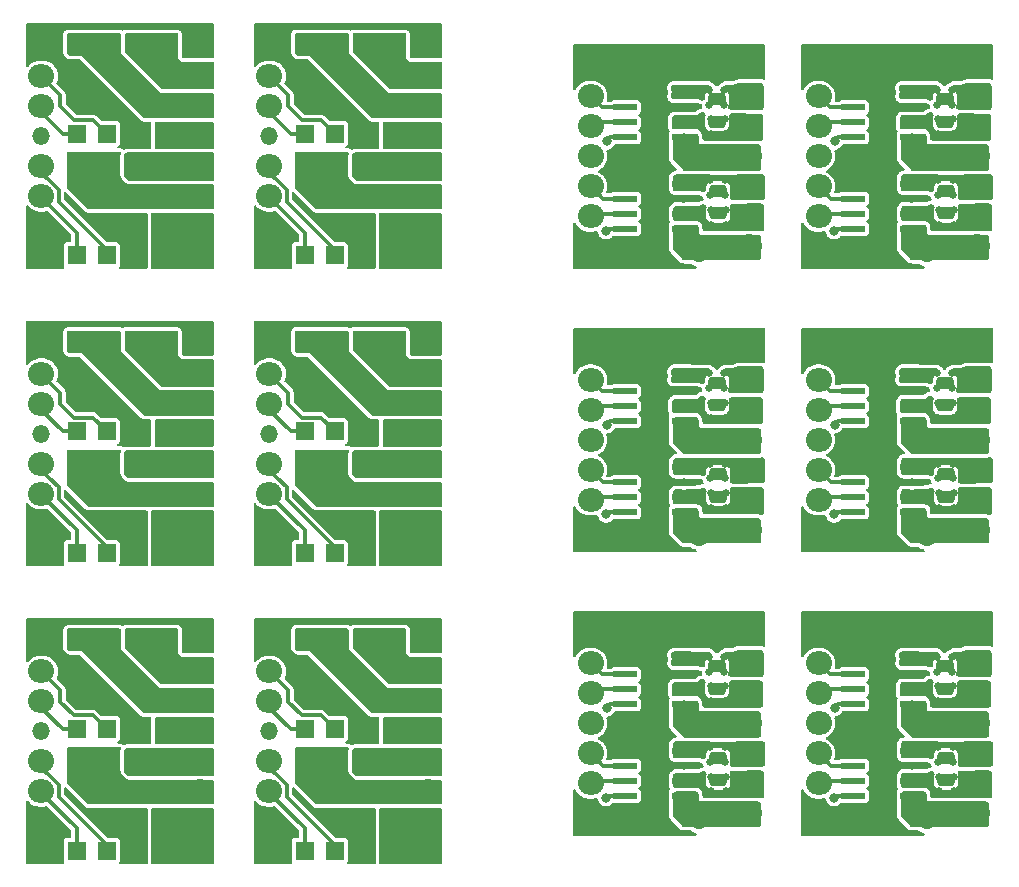
<source format=gbr>
%TF.GenerationSoftware,KiCad,Pcbnew,8.0.4*%
%TF.CreationDate,2024-09-16T10:23:00-03:00*%
%TF.ProjectId,drivers_panelized,64726976-6572-4735-9f70-616e656c697a,rev?*%
%TF.SameCoordinates,Original*%
%TF.FileFunction,Copper,L1,Top*%
%TF.FilePolarity,Positive*%
%FSLAX46Y46*%
G04 Gerber Fmt 4.6, Leading zero omitted, Abs format (unit mm)*
G04 Created by KiCad (PCBNEW 8.0.4) date 2024-09-16 10:23:00*
%MOMM*%
%LPD*%
G01*
G04 APERTURE LIST*
G04 Aperture macros list*
%AMRoundRect*
0 Rectangle with rounded corners*
0 $1 Rounding radius*
0 $2 $3 $4 $5 $6 $7 $8 $9 X,Y pos of 4 corners*
0 Add a 4 corners polygon primitive as box body*
4,1,4,$2,$3,$4,$5,$6,$7,$8,$9,$2,$3,0*
0 Add four circle primitives for the rounded corners*
1,1,$1+$1,$2,$3*
1,1,$1+$1,$4,$5*
1,1,$1+$1,$6,$7*
1,1,$1+$1,$8,$9*
0 Add four rect primitives between the rounded corners*
20,1,$1+$1,$2,$3,$4,$5,0*
20,1,$1+$1,$4,$5,$6,$7,0*
20,1,$1+$1,$6,$7,$8,$9,0*
20,1,$1+$1,$8,$9,$2,$3,0*%
G04 Aperture macros list end*
%TA.AperFunction,SMDPad,CuDef*%
%ADD10RoundRect,0.040600X-0.944400X-0.249400X0.944400X-0.249400X0.944400X0.249400X-0.944400X0.249400X0*%
%TD*%
%TA.AperFunction,SMDPad,CuDef*%
%ADD11R,2.285000X2.285000*%
%TD*%
%TA.AperFunction,ComponentPad*%
%ADD12C,1.600000*%
%TD*%
%TA.AperFunction,SMDPad,CuDef*%
%ADD13RoundRect,0.250000X0.475000X-0.250000X0.475000X0.250000X-0.475000X0.250000X-0.475000X-0.250000X0*%
%TD*%
%TA.AperFunction,SMDPad,CuDef*%
%ADD14R,1.600000X1.600000*%
%TD*%
%TA.AperFunction,ComponentPad*%
%ADD15RoundRect,0.250000X0.850000X0.750000X-0.850000X0.750000X-0.850000X-0.750000X0.850000X-0.750000X0*%
%TD*%
%TA.AperFunction,ComponentPad*%
%ADD16O,2.200000X2.000000*%
%TD*%
%TA.AperFunction,ComponentPad*%
%ADD17O,1.500000X1.500000*%
%TD*%
%TA.AperFunction,ComponentPad*%
%ADD18R,2.200000X2.000000*%
%TD*%
%TA.AperFunction,ViaPad*%
%ADD19C,0.600000*%
%TD*%
%TA.AperFunction,ViaPad*%
%ADD20C,0.650000*%
%TD*%
%TA.AperFunction,ViaPad*%
%ADD21C,0.800000*%
%TD*%
%TA.AperFunction,Conductor*%
%ADD22C,0.304800*%
%TD*%
G04 APERTURE END LIST*
D10*
%TO.P,IC1,1,GND*%
%TO.N,N/C*%
X171750000Y-72066667D03*
%TO.P,IC1,2,IN2*%
X171750000Y-73336667D03*
%TO.P,IC1,3,IN1*%
X171750000Y-74606667D03*
%TO.P,IC1,4,VREF*%
X171750000Y-75876667D03*
%TO.P,IC1,5,VM*%
X176690000Y-75876667D03*
%TO.P,IC1,6,OUT1*%
X176690000Y-74606667D03*
%TO.P,IC1,7,RS*%
X176690000Y-73336667D03*
%TO.P,IC1,8,OUT2*%
X176690000Y-72066667D03*
D11*
%TO.P,IC1,9,EP*%
X174220000Y-73971667D03*
%TD*%
D12*
%TO.P,C3,1*%
%TO.N,N/C*%
X158700000Y-77966667D03*
%TO.P,C3,2*%
X153700000Y-77966667D03*
%TD*%
%TO.P,C3,1*%
%TO.N,N/C*%
X178000000Y-101966667D03*
%TO.P,C3,2*%
X173000000Y-101966667D03*
%TD*%
D10*
%TO.P,IC1,1,GND*%
%TO.N,N/C*%
X152450000Y-72066667D03*
%TO.P,IC1,2,IN2*%
X152450000Y-73336667D03*
%TO.P,IC1,3,IN1*%
X152450000Y-74606667D03*
%TO.P,IC1,4,VREF*%
X152450000Y-75876667D03*
%TO.P,IC1,5,VM*%
X157390000Y-75876667D03*
%TO.P,IC1,6,OUT1*%
X157390000Y-74606667D03*
%TO.P,IC1,7,RS*%
X157390000Y-73336667D03*
%TO.P,IC1,8,OUT2*%
X157390000Y-72066667D03*
D11*
%TO.P,IC1,9,EP*%
X154920000Y-73971667D03*
%TD*%
D13*
%TO.P,C2,1*%
%TO.N,N/C*%
X179500000Y-66816667D03*
%TO.P,C2,2*%
X179500000Y-64916667D03*
%TD*%
D14*
%TO.P,U1,1,IN1*%
%TO.N,N/C*%
X105980000Y-78136667D03*
%TO.P,U1,2,IN2*%
X108520000Y-78136667D03*
%TO.P,U1,3,GND*%
X111060000Y-78136667D03*
%TO.P,U1,4,VM*%
X113600000Y-78136667D03*
%TO.P,U1,5,OUT1*%
X113600000Y-70516667D03*
%TO.P,U1,6,OUT1*%
X111060000Y-70516667D03*
%TO.P,U1,7,OUT2*%
X108520000Y-70516667D03*
%TO.P,U1,8,OUT2*%
X105980000Y-70516667D03*
%TD*%
D10*
%TO.P,IC1,1,GND*%
%TO.N,N/C*%
X171750000Y-96066667D03*
%TO.P,IC1,2,IN2*%
X171750000Y-97336667D03*
%TO.P,IC1,3,IN1*%
X171750000Y-98606667D03*
%TO.P,IC1,4,VREF*%
X171750000Y-99876667D03*
%TO.P,IC1,5,VM*%
X176690000Y-99876667D03*
%TO.P,IC1,6,OUT1*%
X176690000Y-98606667D03*
%TO.P,IC1,7,RS*%
X176690000Y-97336667D03*
%TO.P,IC1,8,OUT2*%
X176690000Y-96066667D03*
D11*
%TO.P,IC1,9,EP*%
X174220000Y-97971667D03*
%TD*%
D13*
%TO.P,C2,1*%
%TO.N,N/C*%
X179500000Y-114816667D03*
%TO.P,C2,2*%
X179500000Y-112916667D03*
%TD*%
D10*
%TO.P,IC2,1,GND*%
%TO.N,N/C*%
X171750000Y-112326667D03*
%TO.P,IC2,2,IN2*%
X171750000Y-113596667D03*
%TO.P,IC2,3,IN1*%
X171750000Y-114866667D03*
%TO.P,IC2,4,VREF*%
X171750000Y-116136667D03*
%TO.P,IC2,5,VM*%
X176690000Y-116136667D03*
%TO.P,IC2,6,OUT1*%
X176690000Y-114866667D03*
%TO.P,IC2,7,RS*%
X176690000Y-113596667D03*
%TO.P,IC2,8,OUT2*%
X176690000Y-112326667D03*
D11*
%TO.P,IC2,9,EP*%
X174220000Y-114231667D03*
%TD*%
D13*
%TO.P,C2,1*%
%TO.N,N/C*%
X179500000Y-90816667D03*
%TO.P,C2,2*%
X179500000Y-88916667D03*
%TD*%
D14*
%TO.P,U1,1,IN1*%
%TO.N,N/C*%
X125280000Y-128536667D03*
%TO.P,U1,2,IN2*%
X127820000Y-128536667D03*
%TO.P,U1,3,GND*%
X130360000Y-128536667D03*
%TO.P,U1,4,VM*%
X132900000Y-128536667D03*
%TO.P,U1,5,OUT1*%
X132900000Y-120916667D03*
%TO.P,U1,6,OUT1*%
X130360000Y-120916667D03*
%TO.P,U1,7,OUT2*%
X127820000Y-120916667D03*
%TO.P,U1,8,OUT2*%
X125280000Y-120916667D03*
%TD*%
%TO.P,U1,1,IN1*%
%TO.N,N/C*%
X105980000Y-103336667D03*
%TO.P,U1,2,IN2*%
X108520000Y-103336667D03*
%TO.P,U1,3,GND*%
X111060000Y-103336667D03*
%TO.P,U1,4,VM*%
X113600000Y-103336667D03*
%TO.P,U1,5,OUT1*%
X113600000Y-95716667D03*
%TO.P,U1,6,OUT1*%
X111060000Y-95716667D03*
%TO.P,U1,7,OUT2*%
X108520000Y-95716667D03*
%TO.P,U1,8,OUT2*%
X105980000Y-95716667D03*
%TD*%
%TO.P,U1,1,IN1*%
%TO.N,N/C*%
X125280000Y-103336667D03*
%TO.P,U1,2,IN2*%
X127820000Y-103336667D03*
%TO.P,U1,3,GND*%
X130360000Y-103336667D03*
%TO.P,U1,4,VM*%
X132900000Y-103336667D03*
%TO.P,U1,5,OUT1*%
X132900000Y-95716667D03*
%TO.P,U1,6,OUT1*%
X130360000Y-95716667D03*
%TO.P,U1,7,OUT2*%
X127820000Y-95716667D03*
%TO.P,U1,8,OUT2*%
X125280000Y-95716667D03*
%TD*%
D13*
%TO.P,C1,1*%
%TO.N,N/C*%
X160300000Y-98566667D03*
%TO.P,C1,2*%
X160300000Y-96666667D03*
%TD*%
D12*
%TO.P,C3,1*%
%TO.N,N/C*%
X178000000Y-77966667D03*
%TO.P,C3,2*%
X173000000Y-77966667D03*
%TD*%
%TO.P,C3,1*%
%TO.N,N/C*%
X158700000Y-125966667D03*
%TO.P,C3,2*%
X153700000Y-125966667D03*
%TD*%
D13*
%TO.P,C1,1*%
%TO.N,N/C*%
X160300000Y-122566667D03*
%TO.P,C1,2*%
X160300000Y-120666667D03*
%TD*%
D14*
%TO.P,U1,1,IN1*%
%TO.N,N/C*%
X105980000Y-128536667D03*
%TO.P,U1,2,IN2*%
X108520000Y-128536667D03*
%TO.P,U1,3,GND*%
X111060000Y-128536667D03*
%TO.P,U1,4,VM*%
X113600000Y-128536667D03*
%TO.P,U1,5,OUT1*%
X113600000Y-120916667D03*
%TO.P,U1,6,OUT1*%
X111060000Y-120916667D03*
%TO.P,U1,7,OUT2*%
X108520000Y-120916667D03*
%TO.P,U1,8,OUT2*%
X105980000Y-120916667D03*
%TD*%
D13*
%TO.P,C1,1*%
%TO.N,N/C*%
X179600000Y-122566667D03*
%TO.P,C1,2*%
X179600000Y-120666667D03*
%TD*%
D14*
%TO.P,U2,1,IN1*%
%TO.N,N/C*%
X125280000Y-93016667D03*
%TO.P,U2,2,IN2*%
X127820000Y-93016667D03*
%TO.P,U2,3,GND*%
X130360000Y-93016667D03*
%TO.P,U2,4,VM*%
X132900000Y-93016667D03*
%TO.P,U2,5,OUT1*%
X132900000Y-85396667D03*
%TO.P,U2,6,OUT1*%
X130360000Y-85396667D03*
%TO.P,U2,7,OUT2*%
X127820000Y-85396667D03*
%TO.P,U2,8,OUT2*%
X125280000Y-85396667D03*
%TD*%
%TO.P,U2,1,IN1*%
%TO.N,N/C*%
X125280000Y-67816667D03*
%TO.P,U2,2,IN2*%
X127820000Y-67816667D03*
%TO.P,U2,3,GND*%
X130360000Y-67816667D03*
%TO.P,U2,4,VM*%
X132900000Y-67816667D03*
%TO.P,U2,5,OUT1*%
X132900000Y-60196667D03*
%TO.P,U2,6,OUT1*%
X130360000Y-60196667D03*
%TO.P,U2,7,OUT2*%
X127820000Y-60196667D03*
%TO.P,U2,8,OUT2*%
X125280000Y-60196667D03*
%TD*%
D13*
%TO.P,C2,1*%
%TO.N,N/C*%
X160200000Y-90816667D03*
%TO.P,C2,2*%
X160200000Y-88916667D03*
%TD*%
%TO.P,C2,1*%
%TO.N,N/C*%
X160200000Y-66816667D03*
%TO.P,C2,2*%
X160200000Y-64916667D03*
%TD*%
%TO.P,C1,1*%
%TO.N,N/C*%
X179600000Y-74566667D03*
%TO.P,C1,2*%
X179600000Y-72666667D03*
%TD*%
D10*
%TO.P,IC2,1,GND*%
%TO.N,N/C*%
X152450000Y-88326667D03*
%TO.P,IC2,2,IN2*%
X152450000Y-89596667D03*
%TO.P,IC2,3,IN1*%
X152450000Y-90866667D03*
%TO.P,IC2,4,VREF*%
X152450000Y-92136667D03*
%TO.P,IC2,5,VM*%
X157390000Y-92136667D03*
%TO.P,IC2,6,OUT1*%
X157390000Y-90866667D03*
%TO.P,IC2,7,RS*%
X157390000Y-89596667D03*
%TO.P,IC2,8,OUT2*%
X157390000Y-88326667D03*
D11*
%TO.P,IC2,9,EP*%
X154920000Y-90231667D03*
%TD*%
D13*
%TO.P,C1,1*%
%TO.N,N/C*%
X179600000Y-98566667D03*
%TO.P,C1,2*%
X179600000Y-96666667D03*
%TD*%
%TO.P,C2,1*%
%TO.N,N/C*%
X160200000Y-114816667D03*
%TO.P,C2,2*%
X160200000Y-112916667D03*
%TD*%
D10*
%TO.P,IC2,1,GND*%
%TO.N,N/C*%
X171750000Y-88326667D03*
%TO.P,IC2,2,IN2*%
X171750000Y-89596667D03*
%TO.P,IC2,3,IN1*%
X171750000Y-90866667D03*
%TO.P,IC2,4,VREF*%
X171750000Y-92136667D03*
%TO.P,IC2,5,VM*%
X176690000Y-92136667D03*
%TO.P,IC2,6,OUT1*%
X176690000Y-90866667D03*
%TO.P,IC2,7,RS*%
X176690000Y-89596667D03*
%TO.P,IC2,8,OUT2*%
X176690000Y-88326667D03*
D11*
%TO.P,IC2,9,EP*%
X174220000Y-90231667D03*
%TD*%
D12*
%TO.P,C3,1*%
%TO.N,N/C*%
X178000000Y-125966667D03*
%TO.P,C3,2*%
X173000000Y-125966667D03*
%TD*%
D10*
%TO.P,IC2,1,GND*%
%TO.N,N/C*%
X171750000Y-64326667D03*
%TO.P,IC2,2,IN2*%
X171750000Y-65596667D03*
%TO.P,IC2,3,IN1*%
X171750000Y-66866667D03*
%TO.P,IC2,4,VREF*%
X171750000Y-68136667D03*
%TO.P,IC2,5,VM*%
X176690000Y-68136667D03*
%TO.P,IC2,6,OUT1*%
X176690000Y-66866667D03*
%TO.P,IC2,7,RS*%
X176690000Y-65596667D03*
%TO.P,IC2,8,OUT2*%
X176690000Y-64326667D03*
D11*
%TO.P,IC2,9,EP*%
X174220000Y-66231667D03*
%TD*%
D10*
%TO.P,IC1,1,GND*%
%TO.N,N/C*%
X171750000Y-120066667D03*
%TO.P,IC1,2,IN2*%
X171750000Y-121336667D03*
%TO.P,IC1,3,IN1*%
X171750000Y-122606667D03*
%TO.P,IC1,4,VREF*%
X171750000Y-123876667D03*
%TO.P,IC1,5,VM*%
X176690000Y-123876667D03*
%TO.P,IC1,6,OUT1*%
X176690000Y-122606667D03*
%TO.P,IC1,7,RS*%
X176690000Y-121336667D03*
%TO.P,IC1,8,OUT2*%
X176690000Y-120066667D03*
D11*
%TO.P,IC1,9,EP*%
X174220000Y-121971667D03*
%TD*%
D14*
%TO.P,U2,1,IN1*%
%TO.N,N/C*%
X125280000Y-118216667D03*
%TO.P,U2,2,IN2*%
X127820000Y-118216667D03*
%TO.P,U2,3,GND*%
X130360000Y-118216667D03*
%TO.P,U2,4,VM*%
X132900000Y-118216667D03*
%TO.P,U2,5,OUT1*%
X132900000Y-110596667D03*
%TO.P,U2,6,OUT1*%
X130360000Y-110596667D03*
%TO.P,U2,7,OUT2*%
X127820000Y-110596667D03*
%TO.P,U2,8,OUT2*%
X125280000Y-110596667D03*
%TD*%
%TO.P,U2,1,IN1*%
%TO.N,N/C*%
X105980000Y-93016667D03*
%TO.P,U2,2,IN2*%
X108520000Y-93016667D03*
%TO.P,U2,3,GND*%
X111060000Y-93016667D03*
%TO.P,U2,4,VM*%
X113600000Y-93016667D03*
%TO.P,U2,5,OUT1*%
X113600000Y-85396667D03*
%TO.P,U2,6,OUT1*%
X111060000Y-85396667D03*
%TO.P,U2,7,OUT2*%
X108520000Y-85396667D03*
%TO.P,U2,8,OUT2*%
X105980000Y-85396667D03*
%TD*%
D10*
%TO.P,IC2,1,GND*%
%TO.N,N/C*%
X152450000Y-112326667D03*
%TO.P,IC2,2,IN2*%
X152450000Y-113596667D03*
%TO.P,IC2,3,IN1*%
X152450000Y-114866667D03*
%TO.P,IC2,4,VREF*%
X152450000Y-116136667D03*
%TO.P,IC2,5,VM*%
X157390000Y-116136667D03*
%TO.P,IC2,6,OUT1*%
X157390000Y-114866667D03*
%TO.P,IC2,7,RS*%
X157390000Y-113596667D03*
%TO.P,IC2,8,OUT2*%
X157390000Y-112326667D03*
D11*
%TO.P,IC2,9,EP*%
X154920000Y-114231667D03*
%TD*%
D12*
%TO.P,C3,1*%
%TO.N,N/C*%
X158700000Y-101966667D03*
%TO.P,C3,2*%
X153700000Y-101966667D03*
%TD*%
D14*
%TO.P,U2,1,IN1*%
%TO.N,N/C*%
X105980000Y-118216667D03*
%TO.P,U2,2,IN2*%
X108520000Y-118216667D03*
%TO.P,U2,3,GND*%
X111060000Y-118216667D03*
%TO.P,U2,4,VM*%
X113600000Y-118216667D03*
%TO.P,U2,5,OUT1*%
X113600000Y-110596667D03*
%TO.P,U2,6,OUT1*%
X111060000Y-110596667D03*
%TO.P,U2,7,OUT2*%
X108520000Y-110596667D03*
%TO.P,U2,8,OUT2*%
X105980000Y-110596667D03*
%TD*%
D13*
%TO.P,C1,1*%
%TO.N,N/C*%
X160300000Y-74566667D03*
%TO.P,C1,2*%
X160300000Y-72666667D03*
%TD*%
D10*
%TO.P,IC1,1,GND*%
%TO.N,N/C*%
X152450000Y-96066667D03*
%TO.P,IC1,2,IN2*%
X152450000Y-97336667D03*
%TO.P,IC1,3,IN1*%
X152450000Y-98606667D03*
%TO.P,IC1,4,VREF*%
X152450000Y-99876667D03*
%TO.P,IC1,5,VM*%
X157390000Y-99876667D03*
%TO.P,IC1,6,OUT1*%
X157390000Y-98606667D03*
%TO.P,IC1,7,RS*%
X157390000Y-97336667D03*
%TO.P,IC1,8,OUT2*%
X157390000Y-96066667D03*
D11*
%TO.P,IC1,9,EP*%
X154920000Y-97971667D03*
%TD*%
D14*
%TO.P,U2,1,IN1*%
%TO.N,N/C*%
X105980000Y-67816667D03*
%TO.P,U2,2,IN2*%
X108520000Y-67816667D03*
%TO.P,U2,3,GND*%
X111060000Y-67816667D03*
%TO.P,U2,4,VM*%
X113600000Y-67816667D03*
%TO.P,U2,5,OUT1*%
X113600000Y-60196667D03*
%TO.P,U2,6,OUT1*%
X111060000Y-60196667D03*
%TO.P,U2,7,OUT2*%
X108520000Y-60196667D03*
%TO.P,U2,8,OUT2*%
X105980000Y-60196667D03*
%TD*%
%TO.P,U1,1,IN1*%
%TO.N,N/C*%
X125280000Y-78136667D03*
%TO.P,U1,2,IN2*%
X127820000Y-78136667D03*
%TO.P,U1,3,GND*%
X130360000Y-78136667D03*
%TO.P,U1,4,VM*%
X132900000Y-78136667D03*
%TO.P,U1,5,OUT1*%
X132900000Y-70516667D03*
%TO.P,U1,6,OUT1*%
X130360000Y-70516667D03*
%TO.P,U1,7,OUT2*%
X127820000Y-70516667D03*
%TO.P,U1,8,OUT2*%
X125280000Y-70516667D03*
%TD*%
D10*
%TO.P,IC1,1,GND*%
%TO.N,N/C*%
X152450000Y-120066667D03*
%TO.P,IC1,2,IN2*%
X152450000Y-121336667D03*
%TO.P,IC1,3,IN1*%
X152450000Y-122606667D03*
%TO.P,IC1,4,VREF*%
X152450000Y-123876667D03*
%TO.P,IC1,5,VM*%
X157390000Y-123876667D03*
%TO.P,IC1,6,OUT1*%
X157390000Y-122606667D03*
%TO.P,IC1,7,RS*%
X157390000Y-121336667D03*
%TO.P,IC1,8,OUT2*%
X157390000Y-120066667D03*
D11*
%TO.P,IC1,9,EP*%
X154920000Y-121971667D03*
%TD*%
D10*
%TO.P,IC2,1,GND*%
%TO.N,N/C*%
X152450000Y-64326667D03*
%TO.P,IC2,2,IN2*%
X152450000Y-65596667D03*
%TO.P,IC2,3,IN1*%
X152450000Y-66866667D03*
%TO.P,IC2,4,VREF*%
X152450000Y-68136667D03*
%TO.P,IC2,5,VM*%
X157390000Y-68136667D03*
%TO.P,IC2,6,OUT1*%
X157390000Y-66866667D03*
%TO.P,IC2,7,RS*%
X157390000Y-65596667D03*
%TO.P,IC2,8,OUT2*%
X157390000Y-64326667D03*
D11*
%TO.P,IC2,9,EP*%
X154920000Y-66231667D03*
%TD*%
D15*
%TO.P,J1,1,Pin_1*%
%TO.N,N/C*%
X103000000Y-60416667D03*
D16*
%TO.P,J1,2,Pin_2*%
X103000000Y-62956667D03*
%TO.P,J1,3,Pin_3*%
X103000000Y-65496667D03*
D17*
%TO.P,J1,4,Pin_4*%
X103000000Y-68036667D03*
D16*
%TO.P,J1,5,Pin_5*%
X103000000Y-70576667D03*
%TO.P,J1,6,Pin_6*%
X103000000Y-73116667D03*
%TO.P,J1,7,Pin_7*%
X103000000Y-75656667D03*
%TD*%
D18*
%TO.P,J1,1,Pin_1*%
%TO.N,N/C*%
X149500000Y-62126667D03*
D16*
%TO.P,J1,2,Pin_2*%
X149500000Y-64666667D03*
%TO.P,J1,3,Pin_3*%
X149500000Y-67206667D03*
%TO.P,J1,4,Pin_4*%
X149500000Y-69746667D03*
%TO.P,J1,5,Pin_5*%
X149500000Y-72286667D03*
%TO.P,J1,6,Pin_6*%
X149500000Y-74826667D03*
%TO.P,J1,7,Pin_7*%
X149500000Y-77366667D03*
%TD*%
D18*
%TO.P,J1,1,Pin_1*%
%TO.N,N/C*%
X168800000Y-62126667D03*
D16*
%TO.P,J1,2,Pin_2*%
X168800000Y-64666667D03*
%TO.P,J1,3,Pin_3*%
X168800000Y-67206667D03*
%TO.P,J1,4,Pin_4*%
X168800000Y-69746667D03*
%TO.P,J1,5,Pin_5*%
X168800000Y-72286667D03*
%TO.P,J1,6,Pin_6*%
X168800000Y-74826667D03*
%TO.P,J1,7,Pin_7*%
X168800000Y-77366667D03*
%TD*%
D15*
%TO.P,J2,1,Pin_1*%
%TO.N,N/C*%
X135700000Y-85616667D03*
D16*
%TO.P,J2,2,Pin_2*%
X135700000Y-88156667D03*
%TO.P,J2,3,Pin_3*%
X135700000Y-90696667D03*
%TO.P,J2,4,Pin_4*%
X135700000Y-93236667D03*
%TO.P,J2,5,Pin_5*%
X135700000Y-95776667D03*
%TO.P,J2,6,Pin_6*%
X135700000Y-98316667D03*
%TO.P,J2,7,Pin_7*%
X135700000Y-100856667D03*
%TD*%
D15*
%TO.P,J1,1,Pin_1*%
%TO.N,N/C*%
X122300000Y-60416667D03*
D16*
%TO.P,J1,2,Pin_2*%
X122300000Y-62956667D03*
%TO.P,J1,3,Pin_3*%
X122300000Y-65496667D03*
D17*
%TO.P,J1,4,Pin_4*%
X122300000Y-68036667D03*
D16*
%TO.P,J1,5,Pin_5*%
X122300000Y-70576667D03*
%TO.P,J1,6,Pin_6*%
X122300000Y-73116667D03*
%TO.P,J1,7,Pin_7*%
X122300000Y-75656667D03*
%TD*%
D15*
%TO.P,J1,1,Pin_1*%
%TO.N,N/C*%
X122300000Y-85616667D03*
D16*
%TO.P,J1,2,Pin_2*%
X122300000Y-88156667D03*
%TO.P,J1,3,Pin_3*%
X122300000Y-90696667D03*
D17*
%TO.P,J1,4,Pin_4*%
X122300000Y-93236667D03*
D16*
%TO.P,J1,5,Pin_5*%
X122300000Y-95776667D03*
%TO.P,J1,6,Pin_6*%
X122300000Y-98316667D03*
%TO.P,J1,7,Pin_7*%
X122300000Y-100856667D03*
%TD*%
D18*
%TO.P,J1,1,Pin_1*%
%TO.N,N/C*%
X168800000Y-86126667D03*
D16*
%TO.P,J1,2,Pin_2*%
X168800000Y-88666667D03*
%TO.P,J1,3,Pin_3*%
X168800000Y-91206667D03*
%TO.P,J1,4,Pin_4*%
X168800000Y-93746667D03*
%TO.P,J1,5,Pin_5*%
X168800000Y-96286667D03*
%TO.P,J1,6,Pin_6*%
X168800000Y-98826667D03*
%TO.P,J1,7,Pin_7*%
X168800000Y-101366667D03*
%TD*%
D15*
%TO.P,J2,1,Pin_1*%
%TO.N,N/C*%
X135700000Y-60416667D03*
D16*
%TO.P,J2,2,Pin_2*%
X135700000Y-62956667D03*
%TO.P,J2,3,Pin_3*%
X135700000Y-65496667D03*
%TO.P,J2,4,Pin_4*%
X135700000Y-68036667D03*
%TO.P,J2,5,Pin_5*%
X135700000Y-70576667D03*
%TO.P,J2,6,Pin_6*%
X135700000Y-73116667D03*
%TO.P,J2,7,Pin_7*%
X135700000Y-75656667D03*
%TD*%
D18*
%TO.P,J2,1,Pin_1*%
%TO.N,N/C*%
X162890000Y-110126667D03*
D16*
%TO.P,J2,2,Pin_2*%
X162890000Y-112666667D03*
%TO.P,J2,3,Pin_3*%
X162890000Y-115206667D03*
%TO.P,J2,4,Pin_4*%
X162890000Y-117746667D03*
%TO.P,J2,5,Pin_5*%
X162890000Y-120286667D03*
%TO.P,J2,6,Pin_6*%
X162890000Y-122826667D03*
%TO.P,J2,7,Pin_7*%
X162890000Y-125366667D03*
%TD*%
D18*
%TO.P,J2,1,Pin_1*%
%TO.N,N/C*%
X162890000Y-86126667D03*
D16*
%TO.P,J2,2,Pin_2*%
X162890000Y-88666667D03*
%TO.P,J2,3,Pin_3*%
X162890000Y-91206667D03*
%TO.P,J2,4,Pin_4*%
X162890000Y-93746667D03*
%TO.P,J2,5,Pin_5*%
X162890000Y-96286667D03*
%TO.P,J2,6,Pin_6*%
X162890000Y-98826667D03*
%TO.P,J2,7,Pin_7*%
X162890000Y-101366667D03*
%TD*%
D15*
%TO.P,J1,1,Pin_1*%
%TO.N,N/C*%
X103000000Y-85616667D03*
D16*
%TO.P,J1,2,Pin_2*%
X103000000Y-88156667D03*
%TO.P,J1,3,Pin_3*%
X103000000Y-90696667D03*
D17*
%TO.P,J1,4,Pin_4*%
X103000000Y-93236667D03*
D16*
%TO.P,J1,5,Pin_5*%
X103000000Y-95776667D03*
%TO.P,J1,6,Pin_6*%
X103000000Y-98316667D03*
%TO.P,J1,7,Pin_7*%
X103000000Y-100856667D03*
%TD*%
D18*
%TO.P,J2,1,Pin_1*%
%TO.N,N/C*%
X182190000Y-110126667D03*
D16*
%TO.P,J2,2,Pin_2*%
X182190000Y-112666667D03*
%TO.P,J2,3,Pin_3*%
X182190000Y-115206667D03*
%TO.P,J2,4,Pin_4*%
X182190000Y-117746667D03*
%TO.P,J2,5,Pin_5*%
X182190000Y-120286667D03*
%TO.P,J2,6,Pin_6*%
X182190000Y-122826667D03*
%TO.P,J2,7,Pin_7*%
X182190000Y-125366667D03*
%TD*%
D15*
%TO.P,J1,1,Pin_1*%
%TO.N,N/C*%
X122300000Y-110816667D03*
D16*
%TO.P,J1,2,Pin_2*%
X122300000Y-113356667D03*
%TO.P,J1,3,Pin_3*%
X122300000Y-115896667D03*
D17*
%TO.P,J1,4,Pin_4*%
X122300000Y-118436667D03*
D16*
%TO.P,J1,5,Pin_5*%
X122300000Y-120976667D03*
%TO.P,J1,6,Pin_6*%
X122300000Y-123516667D03*
%TO.P,J1,7,Pin_7*%
X122300000Y-126056667D03*
%TD*%
D18*
%TO.P,J1,1,Pin_1*%
%TO.N,N/C*%
X168800000Y-110126667D03*
D16*
%TO.P,J1,2,Pin_2*%
X168800000Y-112666667D03*
%TO.P,J1,3,Pin_3*%
X168800000Y-115206667D03*
%TO.P,J1,4,Pin_4*%
X168800000Y-117746667D03*
%TO.P,J1,5,Pin_5*%
X168800000Y-120286667D03*
%TO.P,J1,6,Pin_6*%
X168800000Y-122826667D03*
%TO.P,J1,7,Pin_7*%
X168800000Y-125366667D03*
%TD*%
D18*
%TO.P,J2,1,Pin_1*%
%TO.N,N/C*%
X182190000Y-86126667D03*
D16*
%TO.P,J2,2,Pin_2*%
X182190000Y-88666667D03*
%TO.P,J2,3,Pin_3*%
X182190000Y-91206667D03*
%TO.P,J2,4,Pin_4*%
X182190000Y-93746667D03*
%TO.P,J2,5,Pin_5*%
X182190000Y-96286667D03*
%TO.P,J2,6,Pin_6*%
X182190000Y-98826667D03*
%TO.P,J2,7,Pin_7*%
X182190000Y-101366667D03*
%TD*%
D15*
%TO.P,J2,1,Pin_1*%
%TO.N,N/C*%
X116400000Y-60416667D03*
D16*
%TO.P,J2,2,Pin_2*%
X116400000Y-62956667D03*
%TO.P,J2,3,Pin_3*%
X116400000Y-65496667D03*
%TO.P,J2,4,Pin_4*%
X116400000Y-68036667D03*
%TO.P,J2,5,Pin_5*%
X116400000Y-70576667D03*
%TO.P,J2,6,Pin_6*%
X116400000Y-73116667D03*
%TO.P,J2,7,Pin_7*%
X116400000Y-75656667D03*
%TD*%
D15*
%TO.P,J2,1,Pin_1*%
%TO.N,N/C*%
X116400000Y-110816667D03*
D16*
%TO.P,J2,2,Pin_2*%
X116400000Y-113356667D03*
%TO.P,J2,3,Pin_3*%
X116400000Y-115896667D03*
%TO.P,J2,4,Pin_4*%
X116400000Y-118436667D03*
%TO.P,J2,5,Pin_5*%
X116400000Y-120976667D03*
%TO.P,J2,6,Pin_6*%
X116400000Y-123516667D03*
%TO.P,J2,7,Pin_7*%
X116400000Y-126056667D03*
%TD*%
D15*
%TO.P,J1,1,Pin_1*%
%TO.N,N/C*%
X103000000Y-110816667D03*
D16*
%TO.P,J1,2,Pin_2*%
X103000000Y-113356667D03*
%TO.P,J1,3,Pin_3*%
X103000000Y-115896667D03*
D17*
%TO.P,J1,4,Pin_4*%
X103000000Y-118436667D03*
D16*
%TO.P,J1,5,Pin_5*%
X103000000Y-120976667D03*
%TO.P,J1,6,Pin_6*%
X103000000Y-123516667D03*
%TO.P,J1,7,Pin_7*%
X103000000Y-126056667D03*
%TD*%
D18*
%TO.P,J1,1,Pin_1*%
%TO.N,N/C*%
X149500000Y-86126667D03*
D16*
%TO.P,J1,2,Pin_2*%
X149500000Y-88666667D03*
%TO.P,J1,3,Pin_3*%
X149500000Y-91206667D03*
%TO.P,J1,4,Pin_4*%
X149500000Y-93746667D03*
%TO.P,J1,5,Pin_5*%
X149500000Y-96286667D03*
%TO.P,J1,6,Pin_6*%
X149500000Y-98826667D03*
%TO.P,J1,7,Pin_7*%
X149500000Y-101366667D03*
%TD*%
D18*
%TO.P,J1,1,Pin_1*%
%TO.N,N/C*%
X149500000Y-110126667D03*
D16*
%TO.P,J1,2,Pin_2*%
X149500000Y-112666667D03*
%TO.P,J1,3,Pin_3*%
X149500000Y-115206667D03*
%TO.P,J1,4,Pin_4*%
X149500000Y-117746667D03*
%TO.P,J1,5,Pin_5*%
X149500000Y-120286667D03*
%TO.P,J1,6,Pin_6*%
X149500000Y-122826667D03*
%TO.P,J1,7,Pin_7*%
X149500000Y-125366667D03*
%TD*%
D18*
%TO.P,J2,1,Pin_1*%
%TO.N,N/C*%
X182190000Y-62126667D03*
D16*
%TO.P,J2,2,Pin_2*%
X182190000Y-64666667D03*
%TO.P,J2,3,Pin_3*%
X182190000Y-67206667D03*
%TO.P,J2,4,Pin_4*%
X182190000Y-69746667D03*
%TO.P,J2,5,Pin_5*%
X182190000Y-72286667D03*
%TO.P,J2,6,Pin_6*%
X182190000Y-74826667D03*
%TO.P,J2,7,Pin_7*%
X182190000Y-77366667D03*
%TD*%
D15*
%TO.P,J2,1,Pin_1*%
%TO.N,N/C*%
X135700000Y-110816667D03*
D16*
%TO.P,J2,2,Pin_2*%
X135700000Y-113356667D03*
%TO.P,J2,3,Pin_3*%
X135700000Y-115896667D03*
%TO.P,J2,4,Pin_4*%
X135700000Y-118436667D03*
%TO.P,J2,5,Pin_5*%
X135700000Y-120976667D03*
%TO.P,J2,6,Pin_6*%
X135700000Y-123516667D03*
%TO.P,J2,7,Pin_7*%
X135700000Y-126056667D03*
%TD*%
D18*
%TO.P,J2,1,Pin_1*%
%TO.N,N/C*%
X162890000Y-62126667D03*
D16*
%TO.P,J2,2,Pin_2*%
X162890000Y-64666667D03*
%TO.P,J2,3,Pin_3*%
X162890000Y-67206667D03*
%TO.P,J2,4,Pin_4*%
X162890000Y-69746667D03*
%TO.P,J2,5,Pin_5*%
X162890000Y-72286667D03*
%TO.P,J2,6,Pin_6*%
X162890000Y-74826667D03*
%TO.P,J2,7,Pin_7*%
X162890000Y-77366667D03*
%TD*%
D15*
%TO.P,J2,1,Pin_1*%
%TO.N,N/C*%
X116400000Y-85616667D03*
D16*
%TO.P,J2,2,Pin_2*%
X116400000Y-88156667D03*
%TO.P,J2,3,Pin_3*%
X116400000Y-90696667D03*
%TO.P,J2,4,Pin_4*%
X116400000Y-93236667D03*
%TO.P,J2,5,Pin_5*%
X116400000Y-95776667D03*
%TO.P,J2,6,Pin_6*%
X116400000Y-98316667D03*
%TO.P,J2,7,Pin_7*%
X116400000Y-100856667D03*
%TD*%
D19*
%TO.N,*%
X112325000Y-60216667D03*
X130360000Y-78136667D03*
X112850000Y-100366667D03*
X131900000Y-123466667D03*
X107225000Y-60216667D03*
D20*
X155730000Y-73971667D03*
D19*
X128800000Y-87866667D03*
D20*
X175400000Y-86916667D03*
D19*
X111050000Y-60216667D03*
D20*
X179000000Y-123516667D03*
D19*
X125250000Y-70516667D03*
X108500000Y-110616667D03*
X134100000Y-102716667D03*
D20*
X156100000Y-84916667D03*
X159550000Y-89366667D03*
D19*
X111500000Y-115016667D03*
X132100000Y-86916667D03*
X110450000Y-113966667D03*
D20*
X173410000Y-121971667D03*
D19*
X132900000Y-78136667D03*
D20*
X151600000Y-108916667D03*
X159600000Y-97016667D03*
X155550000Y-78766667D03*
D19*
X134100000Y-100366667D03*
X125200000Y-64316667D03*
D20*
X175030000Y-88316667D03*
D19*
X123950000Y-112216667D03*
D20*
X172500000Y-71266667D03*
D19*
X112325000Y-120916667D03*
D20*
X158350000Y-93266667D03*
X173900000Y-84916667D03*
X155730000Y-67041667D03*
D19*
X127800000Y-60216667D03*
D20*
X176690000Y-96076667D03*
D19*
X108500000Y-120916667D03*
X130350000Y-101666667D03*
X106150000Y-112916667D03*
X131800000Y-115816667D03*
X111060000Y-93016667D03*
D20*
X156100000Y-109916667D03*
X157390000Y-123876667D03*
D19*
X114550000Y-123466667D03*
X133850000Y-98266667D03*
D20*
X180250000Y-69266667D03*
D19*
X126350000Y-63416667D03*
D20*
X160600000Y-61916667D03*
X155730000Y-98781667D03*
X180250000Y-118466667D03*
X155600000Y-70266667D03*
X174220000Y-97971667D03*
D21*
X150850000Y-116466667D03*
D20*
X154920000Y-88316667D03*
D19*
X133250000Y-113216667D03*
X128350000Y-115766667D03*
D20*
X173410000Y-66231667D03*
X173900000Y-60916667D03*
X155730000Y-122781667D03*
X159600000Y-73016667D03*
D19*
X107225000Y-120916667D03*
D20*
X160950000Y-122266667D03*
X154400000Y-119266667D03*
X154110000Y-99866667D03*
D19*
X111060000Y-118216667D03*
X132900000Y-67816667D03*
D20*
X180100000Y-112116667D03*
X154920000Y-96066667D03*
D19*
X130350000Y-120916667D03*
X132150000Y-76466667D03*
D20*
X179900000Y-84916667D03*
D19*
X105950000Y-85416667D03*
D20*
X180100000Y-89366667D03*
X176690000Y-74606667D03*
X157390000Y-113596667D03*
X173410000Y-88316667D03*
X172400000Y-60916667D03*
X175030000Y-123866667D03*
X173410000Y-73161667D03*
X175400000Y-84916667D03*
D19*
X110350000Y-73066667D03*
X103350000Y-103766667D03*
D20*
X153200000Y-94266667D03*
X160950000Y-75516667D03*
X157390000Y-99876667D03*
D19*
X109100000Y-125566667D03*
X130360000Y-93016667D03*
D20*
X159600000Y-119766667D03*
X154110000Y-72066667D03*
D19*
X132900000Y-95716667D03*
D20*
X153100000Y-86916667D03*
X173410000Y-97971667D03*
X153200000Y-119266667D03*
D19*
X132900000Y-110616667D03*
D20*
X154600000Y-86916667D03*
X173410000Y-99866667D03*
X159600000Y-71766667D03*
D19*
X106150000Y-87716667D03*
X104350000Y-77566667D03*
X112850000Y-76466667D03*
D20*
X175030000Y-114231667D03*
X155730000Y-121971667D03*
D19*
X129750000Y-88766667D03*
D20*
X173410000Y-113421667D03*
D19*
X112800000Y-86916667D03*
D20*
X152450000Y-72066667D03*
X155730000Y-120066667D03*
D19*
X110050000Y-116566667D03*
D20*
X174220000Y-123866667D03*
X159650000Y-114616667D03*
D19*
X121650000Y-102766667D03*
D20*
X172500000Y-70266667D03*
X154920000Y-92166667D03*
X174850000Y-126766667D03*
D19*
X136050000Y-102716667D03*
D20*
X155600000Y-95266667D03*
X154110000Y-121971667D03*
X160800000Y-88116667D03*
X155600000Y-71266667D03*
X176690000Y-88326667D03*
X175030000Y-74781667D03*
X154600000Y-108916667D03*
D19*
X110450000Y-88766667D03*
D20*
X159100000Y-108916667D03*
X157390000Y-75876667D03*
X173410000Y-115041667D03*
X174220000Y-98781667D03*
D19*
X107225000Y-85416667D03*
D20*
X174220000Y-64316667D03*
X173900000Y-61916667D03*
D21*
X150800000Y-100066667D03*
D19*
X107050000Y-113816667D03*
D20*
X155600000Y-93266667D03*
X160800000Y-113366667D03*
X179900000Y-62916667D03*
X173900000Y-86916667D03*
X159550000Y-112116667D03*
D19*
X108500000Y-60216667D03*
X130350000Y-95716667D03*
D20*
X180350000Y-102116667D03*
X154920000Y-97161667D03*
D19*
X125200000Y-114716667D03*
D20*
X175030000Y-68166667D03*
X152000000Y-118266667D03*
D19*
X112850000Y-125566667D03*
D20*
X174850000Y-102766667D03*
X154920000Y-123866667D03*
D19*
X125250000Y-60216667D03*
D20*
X176690000Y-90866667D03*
D19*
X103350000Y-78566667D03*
X109100000Y-76466667D03*
X114800000Y-102716667D03*
X134150000Y-118216667D03*
X136050000Y-129216667D03*
D20*
X171750000Y-88326667D03*
D19*
X129650000Y-73066667D03*
X134150000Y-67816667D03*
D20*
X172400000Y-109916667D03*
X155730000Y-68166667D03*
X175030000Y-65421667D03*
D19*
X123650000Y-102766667D03*
D20*
X180200000Y-67866667D03*
D19*
X111050000Y-75166667D03*
D20*
X177650000Y-93266667D03*
X160950000Y-70466667D03*
D19*
X105900000Y-114716667D03*
X114800000Y-78816667D03*
X111060000Y-128536667D03*
D20*
X174220000Y-72066667D03*
D19*
X104650000Y-87016667D03*
X132900000Y-118216667D03*
X112800000Y-61716667D03*
D20*
X154600000Y-109916667D03*
D19*
X126350000Y-88616667D03*
D20*
X154400000Y-93266667D03*
X160850000Y-119766667D03*
X159650000Y-70466667D03*
X160600000Y-84916667D03*
X170900000Y-108916667D03*
D19*
X114550000Y-73066667D03*
D20*
X173900000Y-108916667D03*
X178900000Y-119766667D03*
X170900000Y-109916667D03*
X178400000Y-110916667D03*
X155730000Y-65421667D03*
X154400000Y-94266667D03*
X174220000Y-66231667D03*
X155730000Y-91041667D03*
X174220000Y-74781667D03*
X172400000Y-86916667D03*
D19*
X132150000Y-126866667D03*
D20*
X178950000Y-90616667D03*
D19*
X130350000Y-85416667D03*
X132150000Y-101666667D03*
D20*
X152000000Y-70266667D03*
X176690000Y-89596667D03*
X160800000Y-65366667D03*
X173900000Y-109916667D03*
D19*
X134100000Y-127916667D03*
D20*
X158350000Y-70466667D03*
X160850000Y-97016667D03*
D19*
X127800000Y-120916667D03*
X126525000Y-120916667D03*
D21*
X150850000Y-68466667D03*
D20*
X176690000Y-97336667D03*
X178950000Y-70466667D03*
X160600000Y-110916667D03*
D19*
X102350000Y-127966667D03*
D20*
X178400000Y-85916667D03*
X159100000Y-85916667D03*
X170900000Y-62916667D03*
D19*
X127800000Y-85416667D03*
X125450000Y-112916667D03*
D20*
X173410000Y-97161667D03*
X154400000Y-118266667D03*
D19*
X103350000Y-77566667D03*
D20*
X157600000Y-61916667D03*
X159750000Y-100916667D03*
X171300000Y-71266667D03*
D19*
X124250000Y-88616667D03*
D20*
X180250000Y-122266667D03*
D19*
X112850000Y-101666667D03*
D20*
X154920000Y-67041667D03*
X155600000Y-117266667D03*
X154110000Y-97971667D03*
D19*
X112325000Y-110616667D03*
D20*
X154600000Y-62916667D03*
D19*
X113600000Y-93016667D03*
D20*
X174220000Y-65421667D03*
X159650000Y-91866667D03*
X157390000Y-89596667D03*
D21*
X170100000Y-100066667D03*
D20*
X152000000Y-117266667D03*
D19*
X111050000Y-110616667D03*
X112500000Y-115816667D03*
D20*
X179900000Y-108916667D03*
X178950000Y-118466667D03*
X176900000Y-110916667D03*
X179900000Y-61916667D03*
D19*
X124250000Y-113816667D03*
D20*
X173900000Y-85916667D03*
X175030000Y-120066667D03*
X171750000Y-120066667D03*
X156100000Y-108916667D03*
X155730000Y-88316667D03*
D19*
X126525000Y-95716667D03*
D20*
X175030000Y-91041667D03*
X174850000Y-124966667D03*
X154110000Y-97161667D03*
X154110000Y-120066667D03*
X155730000Y-115041667D03*
X180250000Y-123516667D03*
X174220000Y-88316667D03*
X180150000Y-71766667D03*
X157390000Y-98606667D03*
X159650000Y-94466667D03*
X177650000Y-117266667D03*
X174850000Y-76966667D03*
X160600000Y-86916667D03*
D19*
X113600000Y-67816667D03*
D20*
X170950000Y-78766667D03*
D19*
X107050000Y-88616667D03*
X132900000Y-120916667D03*
D20*
X152000000Y-93266667D03*
X173900000Y-62916667D03*
D19*
X108500000Y-85416667D03*
X134100000Y-75166667D03*
X132100000Y-112116667D03*
D20*
X160950000Y-117266667D03*
X170950000Y-77866667D03*
D21*
X170150000Y-92466667D03*
D20*
X153100000Y-84916667D03*
X180150000Y-73016667D03*
X154920000Y-115041667D03*
D19*
X130360000Y-118216667D03*
D20*
X152000000Y-71266667D03*
D19*
X133200000Y-65466667D03*
X126250000Y-115766667D03*
D20*
X173410000Y-116166667D03*
D19*
X113900000Y-115866667D03*
D20*
X160600000Y-60916667D03*
D19*
X122650000Y-78566667D03*
D20*
X159750000Y-76916667D03*
X174220000Y-89421667D03*
X179000000Y-74266667D03*
D19*
X112500000Y-90616667D03*
D20*
X155730000Y-72066667D03*
D19*
X127900000Y-86966667D03*
D20*
X180200000Y-66616667D03*
X174220000Y-122781667D03*
X161050000Y-100916667D03*
D19*
X123650000Y-78566667D03*
D20*
X154920000Y-89421667D03*
X178950000Y-69266667D03*
X176690000Y-66866667D03*
D21*
X170100000Y-124066667D03*
D19*
X104950000Y-88616667D03*
X106950000Y-65366667D03*
D20*
X154110000Y-116166667D03*
X154920000Y-68166667D03*
X154110000Y-66231667D03*
X154110000Y-68166667D03*
X154920000Y-121161667D03*
X155730000Y-96066667D03*
X151600000Y-85916667D03*
D19*
X131625000Y-95716667D03*
D20*
X160850000Y-121016667D03*
X157390000Y-73336667D03*
X157390000Y-74606667D03*
D19*
X114850000Y-93016667D03*
D20*
X153100000Y-62916667D03*
D19*
X125250000Y-97166667D03*
D20*
X154600000Y-61916667D03*
D19*
X130350000Y-110616667D03*
D20*
X175030000Y-112316667D03*
D19*
X125250000Y-122366667D03*
D20*
X180250000Y-117266667D03*
D19*
X127250000Y-91366667D03*
D20*
X160850000Y-73016667D03*
D19*
X109100000Y-100366667D03*
D20*
X155600000Y-118266667D03*
X180350000Y-124916667D03*
X158350000Y-69266667D03*
X174220000Y-75866667D03*
X173410000Y-91041667D03*
X178400000Y-86916667D03*
X154600000Y-85916667D03*
X178400000Y-108916667D03*
X154920000Y-120066667D03*
D19*
X106150000Y-62516667D03*
D20*
X173410000Y-64316667D03*
D19*
X130360000Y-128536667D03*
X123650000Y-127966667D03*
X134100000Y-126866667D03*
D20*
X176450000Y-124916667D03*
X180250000Y-94466667D03*
D19*
X128350000Y-90566667D03*
D20*
X180250000Y-70466667D03*
D19*
X134100000Y-129216667D03*
D20*
X172500000Y-93266667D03*
D19*
X108000000Y-89516667D03*
D20*
X160950000Y-98266667D03*
X157050000Y-93266667D03*
X154920000Y-73161667D03*
X151650000Y-76966667D03*
D19*
X122650000Y-127966667D03*
X131625000Y-110616667D03*
X104350000Y-102766667D03*
X122650000Y-103766667D03*
D20*
X170950000Y-124966667D03*
X153100000Y-110916667D03*
D19*
X130350000Y-100366667D03*
D20*
X176450000Y-76916667D03*
X173410000Y-67041667D03*
X154920000Y-122781667D03*
X155600000Y-94266667D03*
X156100000Y-110916667D03*
X174220000Y-97161667D03*
X157600000Y-110916667D03*
D19*
X104350000Y-127966667D03*
D20*
X175400000Y-62916667D03*
D19*
X136050000Y-127916667D03*
X136050000Y-104016667D03*
D20*
X171750000Y-112326667D03*
X173700000Y-93266667D03*
X173410000Y-120066667D03*
D19*
X111050000Y-100366667D03*
X103350000Y-127966667D03*
X132900000Y-60216667D03*
X114800000Y-126866667D03*
D20*
X159650000Y-66616667D03*
X159700000Y-74266667D03*
D19*
X128350000Y-65366667D03*
X127250000Y-66166667D03*
X105950000Y-70516667D03*
X111050000Y-126866667D03*
D20*
X175400000Y-108916667D03*
X156100000Y-61916667D03*
D19*
X130350000Y-125566667D03*
X129750000Y-113966667D03*
D20*
X155730000Y-99866667D03*
D19*
X121650000Y-128966667D03*
D20*
X171300000Y-118266667D03*
X156100000Y-85916667D03*
D19*
X107950000Y-66166667D03*
X132150000Y-100366667D03*
D20*
X152450000Y-96066667D03*
X159600000Y-95766667D03*
D19*
X111060000Y-78136667D03*
D20*
X176690000Y-121336667D03*
X180200000Y-115866667D03*
X155730000Y-121161667D03*
X154110000Y-91041667D03*
X154920000Y-64316667D03*
X179000000Y-98266667D03*
X170950000Y-100966667D03*
X180250000Y-93266667D03*
X155550000Y-77866667D03*
D19*
X125200000Y-89516667D03*
D20*
X170950000Y-76966667D03*
X171750000Y-64326667D03*
X175030000Y-75866667D03*
D19*
X105950000Y-71966667D03*
X114800000Y-101666667D03*
X130800000Y-115016667D03*
X127300000Y-89516667D03*
X125250000Y-120916667D03*
X105900000Y-64316667D03*
X102350000Y-102766667D03*
D20*
X180150000Y-97016667D03*
X151650000Y-78766667D03*
X175030000Y-97971667D03*
X159700000Y-122266667D03*
D19*
X113600000Y-78136667D03*
D20*
X173700000Y-71266667D03*
X154920000Y-75866667D03*
X154920000Y-97971667D03*
D19*
X113600000Y-110616667D03*
X128400000Y-101666667D03*
X126900000Y-73066667D03*
D20*
X159750000Y-124916667D03*
X157600000Y-62916667D03*
X151600000Y-60916667D03*
X157390000Y-72076667D03*
D19*
X129750000Y-63566667D03*
D20*
X176690000Y-114866667D03*
D19*
X123650000Y-103766667D03*
X126525000Y-60216667D03*
D20*
X175030000Y-66231667D03*
X155730000Y-97971667D03*
X151650000Y-125866667D03*
D19*
X126250000Y-65366667D03*
X107950000Y-116566667D03*
D20*
X160900000Y-114616667D03*
X178950000Y-115866667D03*
D19*
X126525000Y-70516667D03*
D20*
X176900000Y-84916667D03*
X176690000Y-122606667D03*
D19*
X125250000Y-95716667D03*
X128400000Y-100366667D03*
D20*
X177650000Y-70466667D03*
X179000000Y-122266667D03*
D19*
X104350000Y-128966667D03*
X104650000Y-61816667D03*
X130350000Y-60216667D03*
D20*
X159100000Y-60916667D03*
X153100000Y-61916667D03*
X154600000Y-84916667D03*
D19*
X108600000Y-61766667D03*
D20*
X171300000Y-117266667D03*
X174900000Y-118266667D03*
X177650000Y-118466667D03*
X175400000Y-60916667D03*
X159100000Y-61916667D03*
D19*
X126525000Y-85416667D03*
X109500000Y-62666667D03*
X125250000Y-71966667D03*
D20*
X180150000Y-119766667D03*
D19*
X112600000Y-98266667D03*
D20*
X174220000Y-114231667D03*
D19*
X125250000Y-85416667D03*
X123650000Y-77566667D03*
X133200000Y-115866667D03*
D20*
X173410000Y-98781667D03*
X175030000Y-122781667D03*
D19*
X113950000Y-62816667D03*
X114850000Y-118216667D03*
D20*
X155730000Y-92166667D03*
D19*
X129650000Y-123466667D03*
X127800000Y-97166667D03*
D20*
X160950000Y-99516667D03*
D19*
X114800000Y-127916667D03*
X126525000Y-110616667D03*
D20*
X160850000Y-71766667D03*
X173700000Y-69266667D03*
D21*
X170100000Y-76066667D03*
D19*
X134100000Y-77516667D03*
D20*
X173410000Y-72066667D03*
X172500000Y-119266667D03*
D19*
X108000000Y-64316667D03*
D20*
X180100000Y-113366667D03*
X171750000Y-96066667D03*
D19*
X105900000Y-89516667D03*
X102350000Y-77566667D03*
D20*
X157600000Y-84916667D03*
X175030000Y-121971667D03*
X175030000Y-113421667D03*
D19*
X111060000Y-103336667D03*
D20*
X154920000Y-73971667D03*
X157390000Y-96076667D03*
D19*
X127800000Y-95716667D03*
X125450000Y-62516667D03*
X130360000Y-103336667D03*
D20*
X157150000Y-76916667D03*
X174220000Y-91041667D03*
X157390000Y-112326667D03*
D19*
X125250000Y-110616667D03*
X132900000Y-103336667D03*
D20*
X152450000Y-88326667D03*
X151650000Y-102766667D03*
X160900000Y-91866667D03*
X179050000Y-76916667D03*
X178850000Y-65366667D03*
D19*
X107225000Y-95716667D03*
X103350000Y-102766667D03*
D20*
X151600000Y-61916667D03*
X173410000Y-112316667D03*
D19*
X131625000Y-120916667D03*
D20*
X155730000Y-89421667D03*
X151650000Y-124966667D03*
X175400000Y-109916667D03*
X154400000Y-71266667D03*
X154920000Y-66231667D03*
X153200000Y-117266667D03*
X176900000Y-60916667D03*
D19*
X111050000Y-70516667D03*
X107225000Y-110616667D03*
D20*
X159700000Y-75516667D03*
D19*
X108500000Y-122366667D03*
D20*
X174900000Y-70266667D03*
X154920000Y-91041667D03*
X159700000Y-99516667D03*
D19*
X129350000Y-91366667D03*
X114800000Y-76466667D03*
D20*
X155730000Y-116166667D03*
D19*
X102350000Y-128966667D03*
D20*
X159550000Y-64116667D03*
X154400000Y-69266667D03*
D19*
X109050000Y-90566667D03*
D20*
X154110000Y-123866667D03*
D19*
X114800000Y-104016667D03*
X110350000Y-123466667D03*
X110350000Y-98266667D03*
D20*
X174900000Y-119266667D03*
X151600000Y-86916667D03*
X174900000Y-71266667D03*
X174220000Y-120066667D03*
D19*
X109100000Y-126866667D03*
D20*
X157600000Y-85916667D03*
X172400000Y-85916667D03*
D19*
X104350000Y-78566667D03*
D20*
X180350000Y-100916667D03*
X155730000Y-97161667D03*
X157390000Y-122606667D03*
X172500000Y-118266667D03*
X154110000Y-64316667D03*
D19*
X123650000Y-128966667D03*
D20*
X155550000Y-125866667D03*
X180250000Y-98266667D03*
D19*
X131800000Y-90616667D03*
X104950000Y-63416667D03*
D20*
X160950000Y-94466667D03*
X174220000Y-73971667D03*
D19*
X126900000Y-98266667D03*
D20*
X154110000Y-114231667D03*
X171300000Y-70266667D03*
D19*
X127900000Y-61766667D03*
D20*
X175030000Y-96066667D03*
X178850000Y-112116667D03*
D21*
X150850000Y-92466667D03*
D20*
X161050000Y-78116667D03*
D19*
X111050000Y-101666667D03*
X127300000Y-64316667D03*
D20*
X154110000Y-92166667D03*
D19*
X121650000Y-127966667D03*
D20*
X175030000Y-64316667D03*
X180100000Y-88116667D03*
X180250000Y-99516667D03*
D19*
X107950000Y-91366667D03*
D20*
X173410000Y-74781667D03*
D19*
X111500000Y-64616667D03*
X104350000Y-103766667D03*
X116750000Y-127916667D03*
D20*
X178400000Y-109916667D03*
D19*
X107600000Y-98266667D03*
D20*
X160950000Y-118466667D03*
X155730000Y-123866667D03*
D19*
X121650000Y-77566667D03*
D20*
X153200000Y-69266667D03*
X170900000Y-110916667D03*
X152000000Y-94266667D03*
D19*
X102350000Y-103766667D03*
D20*
X157150000Y-100916667D03*
X157390000Y-116136667D03*
X176690000Y-116136667D03*
D19*
X108500000Y-70516667D03*
X102350000Y-78566667D03*
D21*
X170150000Y-68466667D03*
D20*
X154110000Y-89421667D03*
D19*
X130350000Y-126866667D03*
X127250000Y-116566667D03*
X109100000Y-101666667D03*
X116750000Y-129216667D03*
D20*
X159700000Y-123516667D03*
X160850000Y-95766667D03*
D19*
X113900000Y-90666667D03*
D20*
X180100000Y-64116667D03*
X176900000Y-61916667D03*
X155730000Y-90231667D03*
D19*
X113600000Y-128536667D03*
D20*
X155550000Y-100966667D03*
X174220000Y-92166667D03*
X173700000Y-94266667D03*
D19*
X134100000Y-125566667D03*
X136050000Y-77516667D03*
D20*
X160950000Y-69266667D03*
X173410000Y-114231667D03*
X175030000Y-121161667D03*
X155730000Y-66231667D03*
D19*
X116750000Y-104016667D03*
D20*
X153200000Y-70266667D03*
X152000000Y-119266667D03*
D19*
X114800000Y-75166667D03*
D20*
X160600000Y-85916667D03*
D19*
X131625000Y-85416667D03*
X113600000Y-118216667D03*
D20*
X176690000Y-112326667D03*
X155550000Y-124966667D03*
D19*
X136050000Y-78816667D03*
D20*
X173700000Y-117266667D03*
D19*
X127800000Y-122366667D03*
D20*
X154600000Y-110916667D03*
D19*
X110050000Y-91366667D03*
D20*
X160900000Y-115866667D03*
X151600000Y-84916667D03*
X151600000Y-109916667D03*
X159100000Y-110916667D03*
X151650000Y-101866667D03*
X154920000Y-98781667D03*
D19*
X111050000Y-125566667D03*
D20*
X170950000Y-126766667D03*
X178950000Y-93266667D03*
X170900000Y-61916667D03*
X174220000Y-121161667D03*
X180200000Y-90616667D03*
D19*
X110050000Y-66166667D03*
X134150000Y-93016667D03*
X113600000Y-120916667D03*
D20*
X176690000Y-99876667D03*
X173700000Y-95266667D03*
X159100000Y-109916667D03*
X175030000Y-115041667D03*
D19*
X116750000Y-102716667D03*
X112850000Y-75166667D03*
D20*
X176900000Y-85916667D03*
X154920000Y-65421667D03*
D19*
X127800000Y-71966667D03*
D20*
X157600000Y-109916667D03*
X159650000Y-117266667D03*
X154110000Y-88316667D03*
X180150000Y-95766667D03*
D19*
X111500000Y-89816667D03*
X112325000Y-70516667D03*
D20*
X173410000Y-75866667D03*
X155550000Y-102766667D03*
X178850000Y-88116667D03*
X159550000Y-88116667D03*
X173410000Y-65421667D03*
X154400000Y-95266667D03*
X154110000Y-121161667D03*
X176350000Y-69266667D03*
D19*
X108600000Y-112166667D03*
D20*
X178900000Y-97016667D03*
X173700000Y-118266667D03*
X175030000Y-89421667D03*
D19*
X113950000Y-113216667D03*
D20*
X177650000Y-94466667D03*
D19*
X131800000Y-65416667D03*
D20*
X160950000Y-74266667D03*
X175400000Y-61916667D03*
D19*
X127900000Y-112166667D03*
X127800000Y-70516667D03*
D20*
X172500000Y-117266667D03*
X151650000Y-100966667D03*
X158350000Y-94466667D03*
X175030000Y-97161667D03*
D19*
X122650000Y-77566667D03*
D20*
X180200000Y-114616667D03*
X175030000Y-116166667D03*
X170950000Y-102766667D03*
X151650000Y-77866667D03*
D19*
X107225000Y-70516667D03*
D20*
X170950000Y-101866667D03*
X173410000Y-73971667D03*
D19*
X132100000Y-61716667D03*
D20*
X152450000Y-112326667D03*
X157600000Y-60916667D03*
X176690000Y-73336667D03*
X176690000Y-98606667D03*
D19*
X116750000Y-78816667D03*
D20*
X178850000Y-113366667D03*
X160900000Y-66616667D03*
D19*
X110450000Y-63566667D03*
D20*
X178400000Y-61916667D03*
D19*
X130800000Y-64616667D03*
D20*
X154110000Y-75866667D03*
X174850000Y-77866667D03*
D19*
X112325000Y-95716667D03*
D20*
X175030000Y-99866667D03*
D19*
X129650000Y-98266667D03*
X105950000Y-110616667D03*
X112325000Y-85416667D03*
D20*
X174850000Y-101866667D03*
D19*
X106950000Y-90566667D03*
D20*
X160800000Y-112116667D03*
X175030000Y-98781667D03*
X178900000Y-95766667D03*
X154110000Y-67041667D03*
X179900000Y-110916667D03*
X179900000Y-60916667D03*
X153200000Y-118266667D03*
X155730000Y-64316667D03*
X170950000Y-125866667D03*
D19*
X123950000Y-87016667D03*
X111050000Y-76466667D03*
D20*
X172400000Y-108916667D03*
X155550000Y-126766667D03*
X176690000Y-123876667D03*
X173900000Y-110916667D03*
X154110000Y-115041667D03*
X173700000Y-70266667D03*
D19*
X133850000Y-73066667D03*
X108000000Y-114716667D03*
D20*
X154400000Y-70266667D03*
D19*
X128400000Y-126866667D03*
D20*
X159650000Y-93266667D03*
D19*
X107050000Y-63416667D03*
D20*
X154920000Y-90231667D03*
X157390000Y-92136667D03*
D19*
X114800000Y-129216667D03*
D20*
X173410000Y-96066667D03*
D19*
X108500000Y-71966667D03*
D20*
X153100000Y-60916667D03*
D19*
X112600000Y-73066667D03*
D20*
X159550000Y-113366667D03*
X155730000Y-114231667D03*
X173410000Y-122781667D03*
X174220000Y-99866667D03*
D19*
X104950000Y-113816667D03*
D20*
X176690000Y-92136667D03*
X157050000Y-69266667D03*
X154920000Y-99866667D03*
D19*
X127300000Y-114716667D03*
D20*
X178950000Y-66616667D03*
X155600000Y-119266667D03*
X154110000Y-74781667D03*
X180250000Y-75516667D03*
D19*
X121650000Y-78566667D03*
D20*
X154400000Y-117266667D03*
X176690000Y-120076667D03*
X173410000Y-90231667D03*
X179900000Y-85916667D03*
X174900000Y-93266667D03*
D19*
X113600000Y-85416667D03*
D20*
X170900000Y-86916667D03*
X155600000Y-69266667D03*
X154110000Y-96066667D03*
X153100000Y-109916667D03*
X159650000Y-115866667D03*
D19*
X130350000Y-76466667D03*
D20*
X179900000Y-109916667D03*
X172500000Y-94266667D03*
D19*
X125450000Y-87716667D03*
D20*
X154110000Y-113421667D03*
X159650000Y-118466667D03*
D19*
X128400000Y-125566667D03*
D20*
X174900000Y-95266667D03*
X172400000Y-84916667D03*
X175030000Y-72066667D03*
X155730000Y-74781667D03*
X170900000Y-84916667D03*
X155730000Y-112316667D03*
X180350000Y-78116667D03*
X180150000Y-121016667D03*
X159700000Y-98266667D03*
X179050000Y-100916667D03*
D19*
X129350000Y-66166667D03*
X114550000Y-98266667D03*
D20*
X178950000Y-91866667D03*
D19*
X124250000Y-63416667D03*
D20*
X178400000Y-62916667D03*
X152000000Y-69266667D03*
X175030000Y-73161667D03*
X173410000Y-89421667D03*
X180200000Y-91866667D03*
X159100000Y-86916667D03*
D19*
X130360000Y-67816667D03*
D20*
X179050000Y-124916667D03*
X176900000Y-86916667D03*
X174900000Y-94266667D03*
X159650000Y-67866667D03*
X157390000Y-90866667D03*
D19*
X134100000Y-104016667D03*
X112600000Y-123466667D03*
X113950000Y-88016667D03*
D20*
X157390000Y-68136667D03*
X160900000Y-67866667D03*
D19*
X126900000Y-123466667D03*
X105950000Y-95716667D03*
D20*
X157390000Y-121336667D03*
D19*
X113600000Y-60216667D03*
D20*
X156100000Y-62916667D03*
X171300000Y-95266667D03*
X153200000Y-95266667D03*
D19*
X122650000Y-128966667D03*
X105950000Y-120916667D03*
D20*
X159100000Y-62916667D03*
X175030000Y-90231667D03*
X154110000Y-90231667D03*
X176350000Y-93266667D03*
D19*
X108500000Y-95716667D03*
D20*
X159650000Y-69266667D03*
X178900000Y-121016667D03*
X154920000Y-121971667D03*
X154920000Y-72066667D03*
D19*
X132150000Y-125566667D03*
D20*
X176900000Y-109916667D03*
X156100000Y-86916667D03*
X176350000Y-117266667D03*
X161050000Y-126116667D03*
D19*
X132150000Y-75166667D03*
X107600000Y-73066667D03*
D21*
X150800000Y-124066667D03*
D19*
X132900000Y-85416667D03*
D20*
X178900000Y-71766667D03*
X176900000Y-62916667D03*
X174850000Y-78766667D03*
D19*
X132900000Y-70516667D03*
D20*
X171300000Y-69266667D03*
X170900000Y-85916667D03*
X155730000Y-75866667D03*
X174220000Y-121971667D03*
X160800000Y-64116667D03*
X178850000Y-89366667D03*
X157390000Y-65596667D03*
X176690000Y-64326667D03*
X174900000Y-117266667D03*
X175030000Y-67041667D03*
D19*
X106950000Y-115766667D03*
D20*
X154110000Y-112316667D03*
D19*
X113600000Y-95716667D03*
X113600000Y-70516667D03*
D20*
X155730000Y-73161667D03*
D19*
X121650000Y-103766667D03*
D20*
X151600000Y-62916667D03*
X153100000Y-108916667D03*
X178850000Y-64116667D03*
D19*
X128800000Y-62666667D03*
D20*
X154920000Y-114231667D03*
D19*
X116750000Y-77516667D03*
X134100000Y-76466667D03*
D20*
X175400000Y-85916667D03*
D19*
X109500000Y-87866667D03*
D20*
X155730000Y-113421667D03*
X174850000Y-125866667D03*
X175030000Y-73971667D03*
X154110000Y-73161667D03*
X160600000Y-108916667D03*
X160600000Y-62916667D03*
D19*
X127800000Y-110616667D03*
D21*
X150800000Y-76066667D03*
D19*
X113600000Y-103336667D03*
D20*
X151600000Y-110916667D03*
X154920000Y-116166667D03*
D19*
X131625000Y-60216667D03*
D21*
X170150000Y-116466667D03*
D19*
X130350000Y-70516667D03*
D20*
X161050000Y-124916667D03*
X157390000Y-66866667D03*
D19*
X113900000Y-65466667D03*
X122650000Y-102766667D03*
D20*
X154110000Y-122781667D03*
D19*
X112850000Y-126866667D03*
D20*
X157390000Y-97336667D03*
X156100000Y-60916667D03*
D19*
X111050000Y-120916667D03*
D20*
X172400000Y-61916667D03*
X151650000Y-126766667D03*
D19*
X111050000Y-95716667D03*
X105950000Y-97166667D03*
D20*
X157390000Y-114866667D03*
X179000000Y-75516667D03*
D19*
X105950000Y-60216667D03*
D20*
X159550000Y-65366667D03*
X174220000Y-90231667D03*
D19*
X134100000Y-101666667D03*
D20*
X171300000Y-119266667D03*
D19*
X131900000Y-73066667D03*
D20*
X159650000Y-90616667D03*
X173700000Y-119266667D03*
D19*
X126350000Y-113816667D03*
X131625000Y-70516667D03*
D20*
X176900000Y-108916667D03*
D19*
X128400000Y-75166667D03*
D20*
X160800000Y-89366667D03*
D19*
X123950000Y-61816667D03*
D20*
X178950000Y-117266667D03*
D19*
X107600000Y-123466667D03*
D20*
X171300000Y-94266667D03*
X171750000Y-72066667D03*
X157600000Y-86916667D03*
X180350000Y-126116667D03*
D19*
X133200000Y-90666667D03*
D20*
X176690000Y-68136667D03*
D19*
X128800000Y-113066667D03*
D20*
X152450000Y-64326667D03*
X180350000Y-76916667D03*
X157390000Y-88326667D03*
X157050000Y-117266667D03*
X174220000Y-115041667D03*
D19*
X129350000Y-116566667D03*
D20*
X153100000Y-85916667D03*
D19*
X132900000Y-93016667D03*
D20*
X154920000Y-112316667D03*
X155550000Y-76966667D03*
D19*
X114800000Y-100366667D03*
X114850000Y-67816667D03*
D20*
X174220000Y-68166667D03*
X176690000Y-72076667D03*
D19*
X133250000Y-62816667D03*
X111050000Y-85416667D03*
D20*
X154600000Y-60916667D03*
X175030000Y-92166667D03*
X173410000Y-68166667D03*
X174220000Y-67041667D03*
X174220000Y-112316667D03*
X157390000Y-120076667D03*
X174900000Y-69266667D03*
D19*
X112800000Y-112116667D03*
D20*
X180100000Y-65366667D03*
X152000000Y-95266667D03*
X176690000Y-65596667D03*
X154920000Y-113421667D03*
D19*
X109500000Y-113066667D03*
X112500000Y-65416667D03*
D20*
X179000000Y-99516667D03*
D19*
X130800000Y-89816667D03*
D20*
X178400000Y-60916667D03*
X176690000Y-113596667D03*
D19*
X134100000Y-78816667D03*
D20*
X160900000Y-90616667D03*
X174220000Y-96066667D03*
D19*
X114800000Y-125566667D03*
D20*
X159100000Y-84916667D03*
D19*
X109100000Y-75166667D03*
X104650000Y-112216667D03*
D20*
X161050000Y-76916667D03*
X180250000Y-74266667D03*
D19*
X105950000Y-122366667D03*
D20*
X161050000Y-102116667D03*
X173410000Y-92166667D03*
D19*
X133250000Y-88016667D03*
D20*
X176450000Y-100916667D03*
X158350000Y-117266667D03*
D19*
X132900000Y-128536667D03*
D20*
X155550000Y-101866667D03*
X173410000Y-121161667D03*
X158350000Y-118466667D03*
X157600000Y-108916667D03*
X154110000Y-73971667D03*
X173410000Y-123866667D03*
X174850000Y-100966667D03*
X157150000Y-124916667D03*
X178900000Y-73016667D03*
X174220000Y-73161667D03*
X178950000Y-114616667D03*
X179900000Y-86916667D03*
X154110000Y-98781667D03*
D19*
X108500000Y-97166667D03*
X109050000Y-115766667D03*
D20*
X160950000Y-93266667D03*
D19*
X103350000Y-128966667D03*
D20*
X172500000Y-95266667D03*
D19*
X133850000Y-123466667D03*
D20*
X170900000Y-60916667D03*
X152450000Y-120066667D03*
X178400000Y-84916667D03*
X172500000Y-69266667D03*
D19*
X131900000Y-98266667D03*
X126250000Y-90566667D03*
X109050000Y-65366667D03*
D20*
X178950000Y-67866667D03*
D19*
X114800000Y-77516667D03*
D20*
X174220000Y-113421667D03*
D19*
X130350000Y-75166667D03*
D20*
X172400000Y-110916667D03*
X160600000Y-109916667D03*
D19*
X128400000Y-76466667D03*
D20*
X154920000Y-74781667D03*
X171300000Y-93266667D03*
X159600000Y-121016667D03*
X175400000Y-110916667D03*
X177650000Y-69266667D03*
X154110000Y-65421667D03*
X153200000Y-93266667D03*
D19*
X111060000Y-67816667D03*
D20*
X160950000Y-123516667D03*
X178950000Y-94466667D03*
X176690000Y-75876667D03*
X153200000Y-71266667D03*
D19*
X108600000Y-86966667D03*
D20*
X172400000Y-62916667D03*
X157390000Y-64326667D03*
X174220000Y-116166667D03*
%TD*%
D22*
%TO.N,*%
X150430000Y-89596667D02*
X149500000Y-88666667D01*
X103000000Y-73216667D02*
X105980000Y-76196667D01*
X171750000Y-113596667D02*
X169730000Y-113596667D01*
X152450000Y-74606667D02*
X149720000Y-74606667D01*
X103000000Y-65496667D02*
X103000000Y-66016667D01*
X169020000Y-98606667D02*
X168800000Y-98826667D01*
X150430000Y-113596667D02*
X149500000Y-112666667D01*
X103660182Y-96964267D02*
X104452400Y-97756485D01*
X169020000Y-122606667D02*
X168800000Y-122826667D01*
X123900000Y-114956667D02*
X123900000Y-115916667D01*
X103000000Y-70576667D02*
X103000000Y-71116667D01*
X122960182Y-96964267D02*
X123752400Y-97756485D01*
X122300000Y-71116667D02*
X122947600Y-71764267D01*
X105747600Y-66664267D02*
X107367600Y-66664267D01*
X170150000Y-116466667D02*
X170480000Y-116136667D01*
X105980000Y-101396667D02*
X105980000Y-103336667D01*
X103000000Y-121516667D02*
X103647600Y-122164267D01*
X122300000Y-115896667D02*
X122300000Y-116416667D01*
X103000000Y-88156667D02*
X104600000Y-89756667D01*
X126667600Y-91864267D02*
X127820000Y-93016667D01*
X103000000Y-95776667D02*
X103000000Y-96316667D01*
X103000000Y-115896667D02*
X103000000Y-116416667D01*
X122947600Y-71764267D02*
X122960182Y-71764267D01*
X123752400Y-73569067D02*
X127820000Y-77636667D01*
X104452400Y-73569067D02*
X108520000Y-77636667D01*
X103000000Y-98316667D02*
X103000000Y-98416667D01*
X122300000Y-121516667D02*
X122947600Y-122164267D01*
X169850000Y-73336667D02*
X168800000Y-72286667D01*
X103000000Y-123516667D02*
X103000000Y-123616667D01*
X103660182Y-122164267D02*
X104452400Y-122956485D01*
X171750000Y-65596667D02*
X169730000Y-65596667D01*
X107367600Y-66664267D02*
X108520000Y-67816667D01*
X169730000Y-113596667D02*
X168800000Y-112666667D01*
X124100000Y-118216667D02*
X125280000Y-118216667D01*
X105980000Y-76196667D02*
X105980000Y-78136667D01*
X150990000Y-75876667D02*
X150800000Y-76066667D01*
X171750000Y-97336667D02*
X169850000Y-97336667D01*
X103000000Y-91216667D02*
X104800000Y-93016667D01*
X123752400Y-72556485D02*
X123752400Y-73569067D01*
X103000000Y-96316667D02*
X103647600Y-96964267D01*
X150850000Y-92466667D02*
X151180000Y-92136667D01*
X125280000Y-126596667D02*
X125280000Y-128536667D01*
X123752400Y-122956485D02*
X123752400Y-123969067D01*
X103000000Y-66016667D02*
X104800000Y-67816667D01*
X122300000Y-88156667D02*
X123900000Y-89756667D01*
X103000000Y-90696667D02*
X103000000Y-91216667D01*
X152450000Y-97336667D02*
X150550000Y-97336667D01*
X152450000Y-66866667D02*
X149840000Y-66866667D01*
X104800000Y-67816667D02*
X105980000Y-67816667D01*
X126667600Y-66664267D02*
X127820000Y-67816667D01*
X150550000Y-121336667D02*
X149500000Y-120286667D01*
X169140000Y-90866667D02*
X168800000Y-91206667D01*
X152450000Y-122606667D02*
X149720000Y-122606667D01*
X122300000Y-95776667D02*
X122300000Y-96316667D01*
X152450000Y-90866667D02*
X149840000Y-90866667D01*
X122300000Y-123516667D02*
X122300000Y-123616667D01*
X103000000Y-123616667D02*
X105980000Y-126596667D01*
X104452400Y-72556485D02*
X104452400Y-73569067D01*
X171750000Y-98606667D02*
X169020000Y-98606667D01*
X171750000Y-99876667D02*
X170290000Y-99876667D01*
X152450000Y-98606667D02*
X149720000Y-98606667D01*
X152450000Y-113596667D02*
X150430000Y-113596667D01*
X171750000Y-123876667D02*
X170290000Y-123876667D01*
X104600000Y-90716667D02*
X105747600Y-91864267D01*
X149840000Y-114866667D02*
X149500000Y-115206667D01*
X152450000Y-73336667D02*
X150550000Y-73336667D01*
X103000000Y-113356667D02*
X104600000Y-114956667D01*
X170290000Y-123876667D02*
X170100000Y-124066667D01*
X170480000Y-92136667D02*
X171750000Y-92136667D01*
X125047600Y-91864267D02*
X126667600Y-91864267D01*
X104452400Y-97756485D02*
X104452400Y-98769067D01*
X171750000Y-121336667D02*
X169850000Y-121336667D01*
X171750000Y-74606667D02*
X169020000Y-74606667D01*
X170150000Y-92466667D02*
X170480000Y-92136667D01*
X122300000Y-65496667D02*
X122300000Y-66016667D01*
X103000000Y-71116667D02*
X103647600Y-71764267D01*
X123900000Y-90716667D02*
X125047600Y-91864267D01*
X122300000Y-116416667D02*
X124100000Y-118216667D01*
X122300000Y-73116667D02*
X122300000Y-73216667D01*
X104600000Y-115916667D02*
X105747600Y-117064267D01*
X170480000Y-68136667D02*
X171750000Y-68136667D01*
X152450000Y-89596667D02*
X150430000Y-89596667D01*
X152450000Y-65596667D02*
X150430000Y-65596667D01*
X169140000Y-114866667D02*
X168800000Y-115206667D01*
X104800000Y-93016667D02*
X105980000Y-93016667D01*
X122960182Y-71764267D02*
X123752400Y-72556485D01*
X170150000Y-68466667D02*
X170480000Y-68136667D01*
X169020000Y-74606667D02*
X168800000Y-74826667D01*
X123900000Y-64556667D02*
X123900000Y-65516667D01*
X171750000Y-89596667D02*
X169730000Y-89596667D01*
X103000000Y-116416667D02*
X104800000Y-118216667D01*
X105747600Y-91864267D02*
X107367600Y-91864267D01*
X150990000Y-123876667D02*
X150800000Y-124066667D01*
X122300000Y-98416667D02*
X125280000Y-101396667D01*
X103000000Y-98416667D02*
X105980000Y-101396667D01*
X152450000Y-123876667D02*
X150990000Y-123876667D01*
X122300000Y-98316667D02*
X122300000Y-98416667D01*
X171750000Y-122606667D02*
X169020000Y-122606667D01*
X150990000Y-99876667D02*
X150800000Y-100066667D01*
X152450000Y-114866667D02*
X149840000Y-114866667D01*
X149840000Y-90866667D02*
X149500000Y-91206667D01*
X104600000Y-64556667D02*
X104600000Y-65516667D01*
X171750000Y-73336667D02*
X169850000Y-73336667D01*
X122300000Y-91216667D02*
X124100000Y-93016667D01*
X122300000Y-70576667D02*
X122300000Y-71116667D01*
X103660182Y-71764267D02*
X104452400Y-72556485D01*
X103000000Y-73116667D02*
X103000000Y-73216667D01*
X150850000Y-116466667D02*
X151180000Y-116136667D01*
X104600000Y-114956667D02*
X104600000Y-115916667D01*
X122300000Y-62956667D02*
X123900000Y-64556667D01*
X104452400Y-123969067D02*
X108520000Y-128036667D01*
X103000000Y-62956667D02*
X104600000Y-64556667D01*
X123900000Y-89756667D02*
X123900000Y-90716667D01*
X103000000Y-120976667D02*
X103000000Y-121516667D01*
X124100000Y-93016667D02*
X125280000Y-93016667D01*
X104452400Y-98769067D02*
X108520000Y-102836667D01*
X103647600Y-96964267D02*
X103660182Y-96964267D01*
X125280000Y-101396667D02*
X125280000Y-103336667D01*
X105747600Y-117064267D02*
X107367600Y-117064267D01*
X170480000Y-116136667D02*
X171750000Y-116136667D01*
X169730000Y-65596667D02*
X168800000Y-64666667D01*
X151180000Y-92136667D02*
X152450000Y-92136667D01*
X171750000Y-90866667D02*
X169140000Y-90866667D01*
X149720000Y-98606667D02*
X149500000Y-98826667D01*
X150850000Y-68466667D02*
X151180000Y-68136667D01*
X169140000Y-66866667D02*
X168800000Y-67206667D01*
X171750000Y-75876667D02*
X170290000Y-75876667D01*
X103647600Y-71764267D02*
X103660182Y-71764267D01*
X171750000Y-66866667D02*
X169140000Y-66866667D01*
X123752400Y-97756485D02*
X123752400Y-98769067D01*
X104600000Y-89756667D02*
X104600000Y-90716667D01*
X170290000Y-99876667D02*
X170100000Y-100066667D01*
X149720000Y-122606667D02*
X149500000Y-122826667D01*
X122300000Y-123616667D02*
X125280000Y-126596667D01*
X107367600Y-117064267D02*
X108520000Y-118216667D01*
X169850000Y-97336667D02*
X168800000Y-96286667D01*
X125047600Y-117064267D02*
X126667600Y-117064267D01*
X122947600Y-122164267D02*
X122960182Y-122164267D01*
X122300000Y-96316667D02*
X122947600Y-96964267D01*
X125047600Y-66664267D02*
X126667600Y-66664267D01*
X122300000Y-73216667D02*
X125280000Y-76196667D01*
X123900000Y-65516667D02*
X125047600Y-66664267D01*
X105980000Y-126596667D02*
X105980000Y-128536667D01*
X124100000Y-67816667D02*
X125280000Y-67816667D01*
X123900000Y-115916667D02*
X125047600Y-117064267D01*
X126667600Y-117064267D02*
X127820000Y-118216667D01*
X149720000Y-74606667D02*
X149500000Y-74826667D01*
X151180000Y-68136667D02*
X152450000Y-68136667D01*
X103647600Y-122164267D02*
X103660182Y-122164267D01*
X169730000Y-89596667D02*
X168800000Y-88666667D01*
X122947600Y-96964267D02*
X122960182Y-96964267D01*
X104600000Y-65516667D02*
X105747600Y-66664267D01*
X122300000Y-66016667D02*
X124100000Y-67816667D01*
X151180000Y-116136667D02*
X152450000Y-116136667D01*
X150550000Y-97336667D02*
X149500000Y-96286667D01*
X104452400Y-122956485D02*
X104452400Y-123969067D01*
X152450000Y-99876667D02*
X150990000Y-99876667D01*
X122300000Y-113356667D02*
X123900000Y-114956667D01*
X150430000Y-65596667D02*
X149500000Y-64666667D01*
X170290000Y-75876667D02*
X170100000Y-76066667D01*
X169850000Y-121336667D02*
X168800000Y-120286667D01*
X150550000Y-73336667D02*
X149500000Y-72286667D01*
X123752400Y-123969067D02*
X127820000Y-128036667D01*
X104800000Y-118216667D02*
X105980000Y-118216667D01*
X123752400Y-98769067D02*
X127820000Y-102836667D01*
X107367600Y-91864267D02*
X108520000Y-93016667D01*
X122300000Y-90696667D02*
X122300000Y-91216667D01*
X122300000Y-120976667D02*
X122300000Y-121516667D01*
X171750000Y-114866667D02*
X169140000Y-114866667D01*
X125280000Y-76196667D02*
X125280000Y-78136667D01*
X152450000Y-75876667D02*
X150990000Y-75876667D01*
X152450000Y-121336667D02*
X150550000Y-121336667D01*
X149840000Y-66866667D02*
X149500000Y-67206667D01*
X122960182Y-122164267D02*
X123752400Y-122956485D01*
%TD*%
%TA.AperFunction,NonConductor*%
G36*
X133859191Y-84535574D02*
G01*
X133895155Y-84585074D01*
X133900000Y-84615667D01*
X133900000Y-86616667D01*
X134200000Y-86916667D01*
X134796809Y-86916667D01*
X134803933Y-86917093D01*
X134803940Y-86916990D01*
X134806895Y-86917166D01*
X134806898Y-86917167D01*
X134806901Y-86917167D01*
X136593099Y-86917167D01*
X136593102Y-86917167D01*
X136593104Y-86917166D01*
X136596060Y-86916990D01*
X136596066Y-86917093D01*
X136603191Y-86916667D01*
X136800500Y-86916667D01*
X136858691Y-86935574D01*
X136894655Y-86985074D01*
X136899500Y-87015667D01*
X136899500Y-89162167D01*
X136880593Y-89220358D01*
X136831093Y-89256322D01*
X136800500Y-89261167D01*
X132535508Y-89261167D01*
X132477317Y-89242260D01*
X132465504Y-89232171D01*
X129378996Y-86145663D01*
X129351219Y-86091146D01*
X129350000Y-86075659D01*
X129350000Y-84615667D01*
X129368907Y-84557476D01*
X129418407Y-84521512D01*
X129449000Y-84516667D01*
X133801000Y-84516667D01*
X133859191Y-84535574D01*
G37*
%TD.AperFunction*%
%TA.AperFunction,NonConductor*%
G36*
X117558691Y-119835574D02*
G01*
X117594655Y-119885074D01*
X117599500Y-119915667D01*
X117599500Y-122117667D01*
X117580593Y-122175858D01*
X117531093Y-122211822D01*
X117500500Y-122216667D01*
X116612599Y-122216667D01*
X116604836Y-122216362D01*
X116602357Y-122216167D01*
X116602352Y-122216167D01*
X116197648Y-122216167D01*
X116197643Y-122216167D01*
X116195164Y-122216362D01*
X116187401Y-122216667D01*
X110441008Y-122216667D01*
X110382817Y-122197760D01*
X110371004Y-122187671D01*
X110028996Y-121845663D01*
X110001219Y-121791146D01*
X110000000Y-121775659D01*
X110000000Y-120057675D01*
X110018907Y-119999484D01*
X110028996Y-119987671D01*
X110171004Y-119845663D01*
X110225521Y-119817886D01*
X110241008Y-119816667D01*
X117500500Y-119816667D01*
X117558691Y-119835574D01*
G37*
%TD.AperFunction*%
%TA.AperFunction,NonConductor*%
G36*
X136858691Y-124941074D02*
G01*
X136894655Y-124990574D01*
X136899500Y-125021167D01*
X136899500Y-129567167D01*
X136880593Y-129625358D01*
X136831093Y-129661322D01*
X136800500Y-129666167D01*
X131699000Y-129666167D01*
X131640809Y-129647260D01*
X131604845Y-129597760D01*
X131600000Y-129567167D01*
X131600000Y-125021167D01*
X131618907Y-124962976D01*
X131668407Y-124927012D01*
X131699000Y-124922167D01*
X136800500Y-124922167D01*
X136858691Y-124941074D01*
G37*
%TD.AperFunction*%
%TA.AperFunction,NonConductor*%
G36*
X183325243Y-73743720D02*
G01*
X183406638Y-73796766D01*
X183461466Y-73876756D01*
X183479866Y-73919688D01*
X183499981Y-74014737D01*
X183500000Y-74017776D01*
X183500000Y-75855856D01*
X183481046Y-75951144D01*
X183427070Y-76031926D01*
X183346288Y-76085902D01*
X183251000Y-76104856D01*
X183167094Y-76088670D01*
X183166917Y-76089267D01*
X183160868Y-76087470D01*
X183158385Y-76086991D01*
X183155889Y-76085991D01*
X183060595Y-76067036D01*
X183001003Y-76061167D01*
X183001000Y-76061167D01*
X178504500Y-76061167D01*
X178409212Y-76042213D01*
X178328430Y-75988237D01*
X178274454Y-75907455D01*
X178255500Y-75812167D01*
X178255500Y-75765670D01*
X178255500Y-75765667D01*
X178249630Y-75706067D01*
X178230676Y-75610779D01*
X178229220Y-75603876D01*
X178220068Y-75582482D01*
X178200017Y-75487418D01*
X178200000Y-75484548D01*
X178200000Y-75466668D01*
X178200000Y-75466667D01*
X178000000Y-75266667D01*
X177999999Y-75266667D01*
X177980471Y-75266667D01*
X177887846Y-75248798D01*
X177855886Y-75235990D01*
X177760595Y-75217036D01*
X177701003Y-75211167D01*
X177701000Y-75211167D01*
X175999000Y-75211167D01*
X175903712Y-75192213D01*
X175822930Y-75138237D01*
X175768954Y-75057455D01*
X175750000Y-74962167D01*
X175750000Y-74176166D01*
X175768954Y-74080878D01*
X175822930Y-74000096D01*
X175903712Y-73946120D01*
X175998996Y-73927166D01*
X176441815Y-73927166D01*
X176501406Y-73934402D01*
X176614051Y-73962167D01*
X176614055Y-73962167D01*
X176765945Y-73962167D01*
X176765949Y-73962167D01*
X176878594Y-73934402D01*
X176938185Y-73927166D01*
X177674366Y-73927166D01*
X177674368Y-73927166D01*
X177707222Y-73922841D01*
X177737950Y-73918797D01*
X177770446Y-73916667D01*
X178049999Y-73916667D01*
X178050000Y-73916667D01*
X178081005Y-73885661D01*
X178161783Y-73831687D01*
X178247499Y-73812917D01*
X178358224Y-73808658D01*
X178454168Y-73823936D01*
X178536964Y-73874768D01*
X178594005Y-73953416D01*
X178616607Y-74047905D01*
X178601329Y-74143851D01*
X178599431Y-74148818D01*
X178585125Y-74185095D01*
X178585123Y-74185102D01*
X178574500Y-74273567D01*
X178574500Y-74859766D01*
X178585123Y-74948231D01*
X178585124Y-74948235D01*
X178640637Y-75089007D01*
X178640639Y-75089009D01*
X178732078Y-75209589D01*
X178783783Y-75248798D01*
X178852659Y-75301029D01*
X178940280Y-75335582D01*
X178993436Y-75356544D01*
X179081898Y-75367167D01*
X179081901Y-75367167D01*
X180118099Y-75367167D01*
X180118102Y-75367167D01*
X180206564Y-75356544D01*
X180300416Y-75319533D01*
X180347340Y-75301029D01*
X180347340Y-75301028D01*
X180347342Y-75301028D01*
X180467922Y-75209589D01*
X180559361Y-75089009D01*
X180614877Y-74948231D01*
X180625500Y-74859769D01*
X180625500Y-74273565D01*
X180614877Y-74185103D01*
X180600568Y-74148818D01*
X180578559Y-74093005D01*
X180561234Y-73997407D01*
X180581813Y-73902457D01*
X180637160Y-73822609D01*
X180718852Y-73770020D01*
X180814450Y-73752695D01*
X180823830Y-73753183D01*
X180829447Y-73753394D01*
X180829469Y-73753396D01*
X183229746Y-73725860D01*
X183325243Y-73743720D01*
G37*
%TD.AperFunction*%
%TA.AperFunction,NonConductor*%
G36*
X164025243Y-73743720D02*
G01*
X164106638Y-73796766D01*
X164161466Y-73876756D01*
X164179866Y-73919688D01*
X164199981Y-74014737D01*
X164200000Y-74017776D01*
X164200000Y-75855856D01*
X164181046Y-75951144D01*
X164127070Y-76031926D01*
X164046288Y-76085902D01*
X163951000Y-76104856D01*
X163867094Y-76088670D01*
X163866917Y-76089267D01*
X163860868Y-76087470D01*
X163858385Y-76086991D01*
X163855889Y-76085991D01*
X163760595Y-76067036D01*
X163701003Y-76061167D01*
X163701000Y-76061167D01*
X159204500Y-76061167D01*
X159109212Y-76042213D01*
X159028430Y-75988237D01*
X158974454Y-75907455D01*
X158955500Y-75812167D01*
X158955500Y-75765670D01*
X158955500Y-75765667D01*
X158949630Y-75706067D01*
X158930676Y-75610779D01*
X158929220Y-75603876D01*
X158920068Y-75582482D01*
X158900017Y-75487418D01*
X158900000Y-75484548D01*
X158900000Y-75466668D01*
X158900000Y-75466667D01*
X158700000Y-75266667D01*
X158699999Y-75266667D01*
X158680471Y-75266667D01*
X158587846Y-75248798D01*
X158555886Y-75235990D01*
X158460595Y-75217036D01*
X158401003Y-75211167D01*
X158401000Y-75211167D01*
X156699000Y-75211167D01*
X156603712Y-75192213D01*
X156522930Y-75138237D01*
X156468954Y-75057455D01*
X156450000Y-74962167D01*
X156450000Y-74176166D01*
X156468954Y-74080878D01*
X156522930Y-74000096D01*
X156603712Y-73946120D01*
X156698996Y-73927166D01*
X157141815Y-73927166D01*
X157201406Y-73934402D01*
X157314051Y-73962167D01*
X157314055Y-73962167D01*
X157465945Y-73962167D01*
X157465949Y-73962167D01*
X157578594Y-73934402D01*
X157638185Y-73927166D01*
X158374366Y-73927166D01*
X158374368Y-73927166D01*
X158407222Y-73922841D01*
X158437950Y-73918797D01*
X158470446Y-73916667D01*
X158749999Y-73916667D01*
X158750000Y-73916667D01*
X158781005Y-73885661D01*
X158861783Y-73831687D01*
X158947499Y-73812917D01*
X159058224Y-73808658D01*
X159154168Y-73823936D01*
X159236964Y-73874768D01*
X159294005Y-73953416D01*
X159316607Y-74047905D01*
X159301329Y-74143851D01*
X159299431Y-74148818D01*
X159285125Y-74185095D01*
X159285123Y-74185102D01*
X159274500Y-74273567D01*
X159274500Y-74859766D01*
X159285123Y-74948231D01*
X159285124Y-74948235D01*
X159340637Y-75089007D01*
X159340639Y-75089009D01*
X159432078Y-75209589D01*
X159483783Y-75248798D01*
X159552659Y-75301029D01*
X159640280Y-75335582D01*
X159693436Y-75356544D01*
X159781898Y-75367167D01*
X159781901Y-75367167D01*
X160818099Y-75367167D01*
X160818102Y-75367167D01*
X160906564Y-75356544D01*
X161000416Y-75319533D01*
X161047340Y-75301029D01*
X161047340Y-75301028D01*
X161047342Y-75301028D01*
X161167922Y-75209589D01*
X161259361Y-75089009D01*
X161314877Y-74948231D01*
X161325500Y-74859769D01*
X161325500Y-74273565D01*
X161314877Y-74185103D01*
X161300568Y-74148818D01*
X161278559Y-74093005D01*
X161261234Y-73997407D01*
X161281813Y-73902457D01*
X161337160Y-73822609D01*
X161418852Y-73770020D01*
X161514450Y-73752695D01*
X161523830Y-73753183D01*
X161529447Y-73753394D01*
X161529469Y-73753396D01*
X163929746Y-73725860D01*
X164025243Y-73743720D01*
G37*
%TD.AperFunction*%
%TA.AperFunction,NonConductor*%
G36*
X128959191Y-109735574D02*
G01*
X128995155Y-109785074D01*
X129000000Y-109815667D01*
X129000000Y-111416667D01*
X132350000Y-114766667D01*
X136800500Y-114766667D01*
X136858691Y-114785574D01*
X136894655Y-114835074D01*
X136899500Y-114865667D01*
X136899500Y-116817667D01*
X136880593Y-116875858D01*
X136831093Y-116911822D01*
X136800500Y-116916667D01*
X131041008Y-116916667D01*
X130982817Y-116897760D01*
X130971004Y-116887671D01*
X128850000Y-114766667D01*
X125700000Y-111616667D01*
X125699999Y-111616667D01*
X124691008Y-111616667D01*
X124632817Y-111597760D01*
X124621004Y-111587671D01*
X124478996Y-111445663D01*
X124451219Y-111391146D01*
X124450000Y-111375659D01*
X124450000Y-109815667D01*
X124468907Y-109757476D01*
X124518407Y-109721512D01*
X124549000Y-109716667D01*
X128901000Y-109716667D01*
X128959191Y-109735574D01*
G37*
%TD.AperFunction*%
%TA.AperFunction,NonConductor*%
G36*
X177796288Y-99535621D02*
G01*
X177877070Y-99589597D01*
X177931046Y-99670379D01*
X177950000Y-99765667D01*
X177950000Y-100216667D01*
X178100000Y-100366667D01*
X183001000Y-100366667D01*
X183096288Y-100385621D01*
X183177070Y-100439597D01*
X183231046Y-100520379D01*
X183250000Y-100615667D01*
X183250000Y-102267667D01*
X183231046Y-102362955D01*
X183177070Y-102443737D01*
X183096288Y-102497713D01*
X183001000Y-102516667D01*
X176753140Y-102516667D01*
X176657852Y-102497713D01*
X176577070Y-102443737D01*
X175822930Y-101689597D01*
X175768954Y-101608815D01*
X175750000Y-101513527D01*
X175750000Y-99765667D01*
X175768954Y-99670379D01*
X175822930Y-99589597D01*
X175903712Y-99535621D01*
X175999000Y-99516667D01*
X177701000Y-99516667D01*
X177796288Y-99535621D01*
G37*
%TD.AperFunction*%
%TA.AperFunction,NonConductor*%
G36*
X158496288Y-99535621D02*
G01*
X158577070Y-99589597D01*
X158631046Y-99670379D01*
X158650000Y-99765667D01*
X158650000Y-100216667D01*
X158800000Y-100366667D01*
X163701000Y-100366667D01*
X163796288Y-100385621D01*
X163877070Y-100439597D01*
X163931046Y-100520379D01*
X163950000Y-100615667D01*
X163950000Y-102267667D01*
X163931046Y-102362955D01*
X163877070Y-102443737D01*
X163796288Y-102497713D01*
X163701000Y-102516667D01*
X157453140Y-102516667D01*
X157357852Y-102497713D01*
X157277070Y-102443737D01*
X156522930Y-101689597D01*
X156468954Y-101608815D01*
X156450000Y-101513527D01*
X156450000Y-99765667D01*
X156468954Y-99670379D01*
X156522930Y-99589597D01*
X156603712Y-99535621D01*
X156699000Y-99516667D01*
X158401000Y-99516667D01*
X158496288Y-99535621D01*
G37*
%TD.AperFunction*%
%TA.AperFunction,NonConductor*%
G36*
X117558691Y-108886074D02*
G01*
X117594655Y-108935574D01*
X117599500Y-108966167D01*
X117599500Y-111712167D01*
X117580593Y-111770358D01*
X117531093Y-111806322D01*
X117500500Y-111811167D01*
X117303191Y-111811167D01*
X117288127Y-111811617D01*
X117287935Y-111811623D01*
X117284978Y-111811667D01*
X115515023Y-111811667D01*
X115512067Y-111811623D01*
X115496809Y-111811167D01*
X115496804Y-111811167D01*
X115067550Y-111811167D01*
X115009359Y-111792260D01*
X114997546Y-111782171D01*
X114934496Y-111719121D01*
X114906719Y-111664604D01*
X114905500Y-111649117D01*
X114905500Y-109815673D01*
X114905500Y-109815667D01*
X114901739Y-109767881D01*
X114896894Y-109737288D01*
X114890487Y-109706913D01*
X114842309Y-109605505D01*
X114842304Y-109605498D01*
X114806348Y-109556009D01*
X114806347Y-109556008D01*
X114806345Y-109556005D01*
X114752177Y-109498748D01*
X114752176Y-109498747D01*
X114752175Y-109498746D01*
X114653598Y-109445027D01*
X114653596Y-109445026D01*
X114595403Y-109426118D01*
X114595406Y-109426118D01*
X114501003Y-109411167D01*
X114501000Y-109411167D01*
X110149000Y-109411167D01*
X110101214Y-109414928D01*
X110084800Y-109417527D01*
X110070619Y-109419773D01*
X110070614Y-109419773D01*
X110040247Y-109426179D01*
X110040242Y-109426181D01*
X109938841Y-109474356D01*
X109938829Y-109474363D01*
X109933130Y-109478504D01*
X109874939Y-109497409D01*
X109827571Y-109485339D01*
X109797013Y-109468687D01*
X109753595Y-109445026D01*
X109695403Y-109426118D01*
X109695406Y-109426118D01*
X109601003Y-109411167D01*
X109601000Y-109411167D01*
X105249000Y-109411167D01*
X105201214Y-109414928D01*
X105184800Y-109417527D01*
X105170619Y-109419773D01*
X105170614Y-109419773D01*
X105140247Y-109426179D01*
X105140242Y-109426181D01*
X105038841Y-109474356D01*
X105038831Y-109474362D01*
X104989342Y-109510318D01*
X104932079Y-109564491D01*
X104878360Y-109663068D01*
X104878359Y-109663070D01*
X104859451Y-109721262D01*
X104844500Y-109815663D01*
X104844500Y-111375648D01*
X104845442Y-111399636D01*
X104846664Y-111415161D01*
X104847294Y-111422139D01*
X104879015Y-111529837D01*
X104906792Y-111584354D01*
X104932662Y-111619961D01*
X104962970Y-111661678D01*
X104962972Y-111661680D01*
X104962975Y-111661684D01*
X105104983Y-111803692D01*
X105122601Y-111819978D01*
X105134414Y-111830067D01*
X105139831Y-111834586D01*
X105139837Y-111834589D01*
X105139842Y-111834593D01*
X105238409Y-111888306D01*
X105238411Y-111888307D01*
X105296604Y-111907215D01*
X105296601Y-111907215D01*
X105391005Y-111922167D01*
X105391008Y-111922167D01*
X106232450Y-111922167D01*
X106290641Y-111941074D01*
X106302454Y-111951163D01*
X111454983Y-117103692D01*
X111472601Y-117119978D01*
X111484414Y-117130067D01*
X111489831Y-117134586D01*
X111489837Y-117134589D01*
X111489842Y-117134593D01*
X111588409Y-117188306D01*
X111588411Y-117188307D01*
X111646604Y-117207215D01*
X111646601Y-117207215D01*
X111741005Y-117222167D01*
X111741008Y-117222167D01*
X112195500Y-117222167D01*
X112253691Y-117241074D01*
X112289655Y-117290574D01*
X112294500Y-117321167D01*
X112294500Y-119412167D01*
X112275593Y-119470358D01*
X112226093Y-119506322D01*
X112195500Y-119511167D01*
X110241008Y-119511167D01*
X110226025Y-119511755D01*
X110217030Y-119512109D01*
X110201505Y-119513331D01*
X110194527Y-119513961D01*
X110086829Y-119545682D01*
X110032310Y-119573460D01*
X110031405Y-119574118D01*
X110031047Y-119574234D01*
X110028991Y-119575494D01*
X110028688Y-119575000D01*
X109973211Y-119593017D01*
X109915023Y-119574102D01*
X109901309Y-119562054D01*
X109888721Y-119548749D01*
X109888718Y-119548746D01*
X109790141Y-119495027D01*
X109790139Y-119495026D01*
X109731946Y-119476118D01*
X109731949Y-119476118D01*
X109637546Y-119461167D01*
X109637543Y-119461167D01*
X109526571Y-119461167D01*
X109468380Y-119442260D01*
X109432416Y-119392760D01*
X109432416Y-119331574D01*
X109468380Y-119282074D01*
X109486578Y-119271604D01*
X109492765Y-119268873D01*
X109572206Y-119189432D01*
X109617585Y-119086658D01*
X109620500Y-119061532D01*
X109620499Y-117371803D01*
X109617585Y-117346676D01*
X109572206Y-117243902D01*
X109492765Y-117164461D01*
X109389991Y-117119082D01*
X109389990Y-117119081D01*
X109389988Y-117119081D01*
X109364869Y-117116167D01*
X109364865Y-117116167D01*
X108101005Y-117116167D01*
X108042814Y-117097260D01*
X108031002Y-117087171D01*
X107645687Y-116701857D01*
X107645682Y-116701853D01*
X107542416Y-116642232D01*
X107542418Y-116642232D01*
X107497724Y-116630256D01*
X107427225Y-116611367D01*
X107427223Y-116611367D01*
X105976206Y-116611367D01*
X105918015Y-116592460D01*
X105906202Y-116582371D01*
X105081896Y-115758065D01*
X105054119Y-115703548D01*
X105052900Y-115688061D01*
X105052900Y-114897043D01*
X105052900Y-114897042D01*
X105022036Y-114781854D01*
X105022034Y-114781851D01*
X105022034Y-114781849D01*
X104962413Y-114678584D01*
X104962409Y-114678579D01*
X104878087Y-114594256D01*
X104878087Y-114594257D01*
X104300215Y-114016385D01*
X104272438Y-113961868D01*
X104282008Y-113901440D01*
X104305220Y-113855886D01*
X104368477Y-113661201D01*
X104400500Y-113459019D01*
X104400500Y-113254315D01*
X104400500Y-113254311D01*
X104368478Y-113052137D01*
X104368477Y-113052133D01*
X104305220Y-112857448D01*
X104212287Y-112675057D01*
X104212285Y-112675053D01*
X104091970Y-112509453D01*
X104091967Y-112509450D01*
X104091966Y-112509448D01*
X103947219Y-112364701D01*
X103947215Y-112364698D01*
X103947213Y-112364696D01*
X103781613Y-112244381D01*
X103781609Y-112244379D01*
X103599219Y-112151447D01*
X103404529Y-112088188D01*
X103202355Y-112056167D01*
X103202352Y-112056167D01*
X102797648Y-112056167D01*
X102797645Y-112056167D01*
X102595470Y-112088188D01*
X102400780Y-112151447D01*
X102218390Y-112244379D01*
X102218386Y-112244381D01*
X102052786Y-112364696D01*
X101908032Y-112509450D01*
X101879593Y-112548594D01*
X101830093Y-112584558D01*
X101768907Y-112584558D01*
X101719407Y-112548594D01*
X101700500Y-112490403D01*
X101700500Y-108966167D01*
X101719407Y-108907976D01*
X101768907Y-108872012D01*
X101799500Y-108867167D01*
X117500500Y-108867167D01*
X117558691Y-108886074D01*
G37*
%TD.AperFunction*%
%TA.AperFunction,NonConductor*%
G36*
X105074301Y-123173010D02*
G01*
X106704983Y-124803692D01*
X106722601Y-124819978D01*
X106734414Y-124830067D01*
X106739831Y-124834586D01*
X106739837Y-124834589D01*
X106739842Y-124834593D01*
X106838409Y-124888306D01*
X106838411Y-124888307D01*
X106896604Y-124907215D01*
X106896601Y-124907215D01*
X106991005Y-124922167D01*
X106991008Y-124922167D01*
X111895500Y-124922167D01*
X111953691Y-124941074D01*
X111989655Y-124990574D01*
X111994500Y-125021167D01*
X111994500Y-129567167D01*
X111975593Y-129625358D01*
X111926093Y-129661322D01*
X111895500Y-129666167D01*
X109652657Y-129666167D01*
X109594466Y-129647260D01*
X109558502Y-129597760D01*
X109558502Y-129536574D01*
X109570981Y-129511220D01*
X109572201Y-129509436D01*
X109572206Y-129509432D01*
X109617585Y-129406658D01*
X109620500Y-129381532D01*
X109620499Y-127691803D01*
X109617585Y-127666676D01*
X109572206Y-127563902D01*
X109492765Y-127484461D01*
X109389991Y-127439082D01*
X109389990Y-127439081D01*
X109389988Y-127439081D01*
X109364869Y-127436167D01*
X109364865Y-127436167D01*
X108601005Y-127436167D01*
X108542814Y-127417260D01*
X108531001Y-127407171D01*
X104934296Y-123810466D01*
X104906519Y-123755949D01*
X104905300Y-123740462D01*
X104905300Y-123243016D01*
X104924207Y-123184825D01*
X104973707Y-123148861D01*
X105034893Y-123148861D01*
X105074301Y-123173010D01*
G37*
%TD.AperFunction*%
%TA.AperFunction,NonConductor*%
G36*
X101879591Y-124324737D02*
G01*
X101879593Y-124324740D01*
X101908029Y-124363880D01*
X101908031Y-124363882D01*
X101908034Y-124363886D01*
X102052781Y-124508633D01*
X102052784Y-124508635D01*
X102052786Y-124508637D01*
X102218386Y-124628952D01*
X102218390Y-124628954D01*
X102400781Y-124721887D01*
X102595466Y-124785144D01*
X102595467Y-124785144D01*
X102595470Y-124785145D01*
X102797645Y-124817167D01*
X102797648Y-124817167D01*
X103202355Y-124817167D01*
X103404530Y-124785145D01*
X103404530Y-124785144D01*
X103404534Y-124785144D01*
X103440006Y-124773617D01*
X103501188Y-124773615D01*
X103540603Y-124797767D01*
X105498104Y-126755268D01*
X105525881Y-126809785D01*
X105527100Y-126825272D01*
X105527100Y-127337167D01*
X105508193Y-127395358D01*
X105458693Y-127431322D01*
X105428100Y-127436167D01*
X105135139Y-127436167D01*
X105135136Y-127436168D01*
X105110009Y-127439081D01*
X105007235Y-127484461D01*
X104927794Y-127563902D01*
X104882414Y-127666678D01*
X104879500Y-127691797D01*
X104879500Y-129381527D01*
X104879501Y-129381530D01*
X104882414Y-129406657D01*
X104905104Y-129458045D01*
X104927794Y-129509432D01*
X104927795Y-129509433D01*
X104929019Y-129511220D01*
X104929890Y-129514178D01*
X104931500Y-129517824D01*
X104931025Y-129518033D01*
X104946305Y-129569913D01*
X104925791Y-129627557D01*
X104875312Y-129662134D01*
X104847343Y-129666167D01*
X101799500Y-129666167D01*
X101741309Y-129647260D01*
X101705345Y-129597760D01*
X101700500Y-129567167D01*
X101700500Y-124382930D01*
X101719407Y-124324739D01*
X101768907Y-124288775D01*
X101830093Y-124288775D01*
X101879591Y-124324737D01*
G37*
%TD.AperFunction*%
%TA.AperFunction,NonConductor*%
G36*
X164243039Y-84286352D02*
G01*
X164288794Y-84339156D01*
X164300000Y-84390667D01*
X164300000Y-87150539D01*
X164280315Y-87217578D01*
X164227511Y-87263333D01*
X164158353Y-87273277D01*
X164129873Y-87265640D01*
X164055889Y-87235991D01*
X164055883Y-87235989D01*
X163960598Y-87217036D01*
X163912738Y-87212323D01*
X163901000Y-87211167D01*
X162092924Y-87211167D01*
X162041031Y-87215607D01*
X161957662Y-87229977D01*
X161957660Y-87229977D01*
X161957651Y-87229979D01*
X161957650Y-87229979D01*
X161907272Y-87243168D01*
X161552734Y-87369144D01*
X161510857Y-87376300D01*
X160986125Y-87374776D01*
X160986042Y-87374776D01*
X160985981Y-87374776D01*
X160983483Y-87374781D01*
X160982878Y-87374783D01*
X160978010Y-87374818D01*
X160978006Y-87374818D01*
X160915487Y-87381740D01*
X160915485Y-87381741D01*
X160820570Y-87402310D01*
X160813656Y-87403893D01*
X160813651Y-87403895D01*
X160711208Y-87449805D01*
X160711205Y-87449807D01*
X160630766Y-87505564D01*
X160630693Y-87505459D01*
X160589359Y-87524365D01*
X160576567Y-87527518D01*
X160505668Y-87564729D01*
X160442066Y-87598110D01*
X160328368Y-87698837D01*
X160282239Y-87765667D01*
X160277050Y-87773184D01*
X160222766Y-87817174D01*
X160153318Y-87824833D01*
X160090753Y-87793729D01*
X160072950Y-87773184D01*
X160067761Y-87765667D01*
X160021632Y-87698837D01*
X159907934Y-87598110D01*
X159860557Y-87573244D01*
X159831264Y-87551885D01*
X159774072Y-87495673D01*
X159723170Y-87461447D01*
X159693449Y-87441463D01*
X159692154Y-87440613D01*
X159687548Y-87437592D01*
X159646328Y-87420935D01*
X159583454Y-87395527D01*
X159583450Y-87395526D01*
X159508786Y-87380449D01*
X159488225Y-87376297D01*
X159488222Y-87376296D01*
X159488213Y-87376295D01*
X159440902Y-87371496D01*
X159428642Y-87370253D01*
X159428639Y-87370252D01*
X159428623Y-87370252D01*
X156537814Y-87361855D01*
X156485663Y-87366186D01*
X156461778Y-87370252D01*
X156401874Y-87380449D01*
X156401871Y-87380449D01*
X156401871Y-87380450D01*
X156296997Y-87419033D01*
X156213520Y-87468671D01*
X156207469Y-87472365D01*
X156124892Y-87548427D01*
X156124885Y-87548435D01*
X156066754Y-87626244D01*
X156062587Y-87631959D01*
X156015402Y-87733834D01*
X156015398Y-87733844D01*
X155991469Y-87827974D01*
X155991465Y-87827991D01*
X155991463Y-87828003D01*
X155991462Y-87828009D01*
X155982469Y-87887198D01*
X155982469Y-87887205D01*
X155979693Y-87939957D01*
X155979526Y-87943515D01*
X155979304Y-87948892D01*
X155979305Y-87948905D01*
X155983249Y-88011997D01*
X155983250Y-88012011D01*
X155983250Y-88012016D01*
X155983251Y-88012017D01*
X155986807Y-88033227D01*
X155999319Y-88107842D01*
X156014959Y-88165627D01*
X156014962Y-88165637D01*
X156037644Y-88225445D01*
X156044797Y-88254469D01*
X156050534Y-88301720D01*
X156050534Y-88331612D01*
X156044797Y-88378862D01*
X156037644Y-88407884D01*
X156023063Y-88446332D01*
X156020898Y-88452223D01*
X156017514Y-88461722D01*
X156002209Y-88526003D01*
X155990060Y-88622368D01*
X155989256Y-88629405D01*
X155989256Y-88629414D01*
X155998507Y-88741291D01*
X155998509Y-88741302D01*
X156024169Y-88834998D01*
X156024172Y-88835009D01*
X156045569Y-88890924D01*
X156045571Y-88890928D01*
X156045573Y-88890933D01*
X156045574Y-88890933D01*
X156045574Y-88890934D01*
X156057931Y-88915650D01*
X156083340Y-88957648D01*
X156083341Y-88957649D01*
X156129983Y-89022363D01*
X156208095Y-89097752D01*
X156234097Y-89115126D01*
X156288843Y-89151706D01*
X156288877Y-89151728D01*
X156294788Y-89155579D01*
X156399002Y-89197343D01*
X156399004Y-89197343D01*
X156399006Y-89197344D01*
X156444499Y-89206393D01*
X156494290Y-89216297D01*
X156553890Y-89222167D01*
X158572050Y-89222167D01*
X158635711Y-89239756D01*
X158643511Y-89244423D01*
X158686343Y-89267288D01*
X158770612Y-89297415D01*
X158826904Y-89308612D01*
X158888814Y-89340996D01*
X158923388Y-89401711D01*
X158925808Y-89415282D01*
X158938215Y-89517459D01*
X158938215Y-89517461D01*
X158947517Y-89541988D01*
X158952884Y-89611651D01*
X158919736Y-89673157D01*
X158858597Y-89706978D01*
X158845512Y-89709172D01*
X158787844Y-89715694D01*
X158787839Y-89715695D01*
X158697330Y-89734605D01*
X158693333Y-89735469D01*
X158693329Y-89735470D01*
X158590110Y-89779624D01*
X158590100Y-89779630D01*
X158509328Y-89833598D01*
X158509323Y-89833602D01*
X158463020Y-89871601D01*
X158409776Y-89924847D01*
X158348453Y-89958333D01*
X158322094Y-89961167D01*
X156611999Y-89961167D01*
X156600437Y-89962305D01*
X156552411Y-89967035D01*
X156552408Y-89967035D01*
X156457031Y-89986006D01*
X156450208Y-89987445D01*
X156450207Y-89987446D01*
X156346981Y-90031607D01*
X156346974Y-90031611D01*
X156266237Y-90085559D01*
X156260379Y-90089572D01*
X156181919Y-90169867D01*
X156181912Y-90169875D01*
X156127947Y-90250640D01*
X156124084Y-90256569D01*
X156082323Y-90360777D01*
X156082321Y-90360783D01*
X156063368Y-90456067D01*
X156063368Y-90456069D01*
X156057499Y-90515668D01*
X156057499Y-91217664D01*
X156063369Y-91277264D01*
X156063369Y-91277266D01*
X156079008Y-91355886D01*
X156082324Y-91372555D01*
X156083780Y-91379458D01*
X156095760Y-91407461D01*
X156127938Y-91482679D01*
X156167791Y-91542323D01*
X156188668Y-91609000D01*
X156170183Y-91676380D01*
X156166268Y-91682330D01*
X156161877Y-91688600D01*
X156111039Y-91797623D01*
X156104501Y-91847287D01*
X156104500Y-91847304D01*
X156104500Y-92426037D01*
X156111039Y-92475708D01*
X156111041Y-92475715D01*
X156132882Y-92522552D01*
X156144500Y-92574957D01*
X156144500Y-93913524D01*
X156150369Y-93973124D01*
X156150369Y-93973126D01*
X156169322Y-94068407D01*
X156170779Y-94075315D01*
X156214939Y-94178539D01*
X156214939Y-94178541D01*
X156251169Y-94232763D01*
X156267609Y-94257368D01*
X156268918Y-94259326D01*
X156306913Y-94305623D01*
X156754562Y-94753272D01*
X156788047Y-94814595D01*
X156783063Y-94884287D01*
X156741191Y-94940220D01*
X156678906Y-94964368D01*
X156639400Y-94968217D01*
X156639390Y-94968218D01*
X156639385Y-94968219D01*
X156544102Y-94987172D01*
X156537211Y-94988626D01*
X156433987Y-95032785D01*
X156353152Y-95086797D01*
X156347382Y-95090749D01*
X156347378Y-95090752D01*
X156268913Y-95171053D01*
X156214921Y-95251860D01*
X156211090Y-95257741D01*
X156211087Y-95257747D01*
X156169324Y-95361957D01*
X156169322Y-95361963D01*
X156150369Y-95457247D01*
X156150369Y-95457249D01*
X156144500Y-95516849D01*
X156144500Y-95628376D01*
X156132882Y-95680781D01*
X156111041Y-95727618D01*
X156111039Y-95727626D01*
X156104501Y-95777287D01*
X156104500Y-95777304D01*
X156104500Y-96356037D01*
X156111039Y-96405708D01*
X156111041Y-96405715D01*
X156136777Y-96460905D01*
X156147798Y-96501153D01*
X156150371Y-96527276D01*
X156169322Y-96622547D01*
X156170779Y-96629455D01*
X156214939Y-96732679D01*
X156214938Y-96732679D01*
X156223951Y-96746168D01*
X156258161Y-96797368D01*
X156268950Y-96813514D01*
X156272902Y-96819284D01*
X156272905Y-96819288D01*
X156338893Y-96883767D01*
X156353205Y-96897752D01*
X156433987Y-96951728D01*
X156439898Y-96955579D01*
X156544112Y-96997343D01*
X156544114Y-96997343D01*
X156544116Y-96997344D01*
X156592400Y-97006948D01*
X156639400Y-97016297D01*
X156699000Y-97022167D01*
X156699002Y-97022167D01*
X157261493Y-97022167D01*
X157261504Y-97022167D01*
X157298333Y-97019939D01*
X157317834Y-97017570D01*
X157332781Y-97016667D01*
X157445005Y-97016667D01*
X157454201Y-97017009D01*
X157456018Y-97017144D01*
X157459978Y-97017439D01*
X157465655Y-97017993D01*
X157481669Y-97019939D01*
X157481680Y-97019939D01*
X157481683Y-97019940D01*
X157491960Y-97020561D01*
X157518498Y-97022167D01*
X158728071Y-97022167D01*
X158774198Y-97031066D01*
X158870609Y-97069703D01*
X158870610Y-97069703D01*
X158870612Y-97069704D01*
X158891605Y-97073879D01*
X158953515Y-97106264D01*
X158984867Y-97160705D01*
X158985555Y-97160445D01*
X158987170Y-97164703D01*
X158987809Y-97165813D01*
X158988214Y-97167457D01*
X159011974Y-97230106D01*
X159042079Y-97309486D01*
X159044405Y-97312856D01*
X159045348Y-97315715D01*
X159045566Y-97316130D01*
X159045497Y-97316166D01*
X159066289Y-97379209D01*
X159048825Y-97446861D01*
X158997558Y-97494332D01*
X158947125Y-97507205D01*
X158935768Y-97507642D01*
X158935761Y-97507642D01*
X158935757Y-97507643D01*
X158901795Y-97511979D01*
X158882155Y-97514487D01*
X158882152Y-97514487D01*
X158882149Y-97514488D01*
X158796433Y-97533258D01*
X158796329Y-97533281D01*
X158796279Y-97533292D01*
X158796278Y-97533291D01*
X158795283Y-97533512D01*
X158795268Y-97533517D01*
X158692061Y-97577671D01*
X158692054Y-97577674D01*
X158673206Y-97590269D01*
X158606528Y-97611147D01*
X158604315Y-97611167D01*
X158470446Y-97611167D01*
X158450464Y-97611821D01*
X158417966Y-97613951D01*
X158404714Y-97615256D01*
X158398088Y-97615909D01*
X158391788Y-97616738D01*
X158369826Y-97619628D01*
X158367352Y-97619953D01*
X158367349Y-97619954D01*
X158362401Y-97620605D01*
X158346218Y-97621666D01*
X157638178Y-97621666D01*
X157601358Y-97623893D01*
X157541772Y-97631129D01*
X157505479Y-97637780D01*
X157443473Y-97653064D01*
X157413798Y-97656667D01*
X157366202Y-97656667D01*
X157336527Y-97653064D01*
X157274519Y-97637780D01*
X157274521Y-97637780D01*
X157238227Y-97631129D01*
X157178641Y-97623893D01*
X157141821Y-97621666D01*
X157141815Y-97621666D01*
X156698996Y-97621666D01*
X156665883Y-97624927D01*
X156639389Y-97627537D01*
X156639383Y-97627538D01*
X156544126Y-97646487D01*
X156539539Y-97647454D01*
X156537209Y-97647946D01*
X156537207Y-97647947D01*
X156433987Y-97692104D01*
X156353152Y-97746116D01*
X156347382Y-97750068D01*
X156347378Y-97750071D01*
X156268913Y-97830372D01*
X156214921Y-97911179D01*
X156211090Y-97917060D01*
X156211087Y-97917066D01*
X156169324Y-98021276D01*
X156169322Y-98021282D01*
X156150369Y-98116566D01*
X156150369Y-98116568D01*
X156144202Y-98179194D01*
X156143346Y-98179109D01*
X156133143Y-98220220D01*
X156111041Y-98267618D01*
X156111039Y-98267626D01*
X156104501Y-98317287D01*
X156104500Y-98317304D01*
X156104500Y-98896037D01*
X156111039Y-98945708D01*
X156111042Y-98945718D01*
X156146926Y-99022672D01*
X156156161Y-99050884D01*
X156169325Y-99117063D01*
X156170779Y-99123955D01*
X156170780Y-99123958D01*
X156202099Y-99197167D01*
X156214939Y-99227179D01*
X156214938Y-99227179D01*
X156217827Y-99231502D01*
X156238704Y-99298179D01*
X156220219Y-99365559D01*
X156202406Y-99388072D01*
X156161877Y-99428601D01*
X156111039Y-99537623D01*
X156104501Y-99587287D01*
X156104500Y-99587304D01*
X156104500Y-100166037D01*
X156111039Y-100215708D01*
X156111041Y-100215715D01*
X156132882Y-100262552D01*
X156144500Y-100314957D01*
X156144500Y-101513524D01*
X156150369Y-101573124D01*
X156150369Y-101573126D01*
X156169322Y-101668407D01*
X156169911Y-101671201D01*
X156170780Y-101675318D01*
X156172938Y-101680363D01*
X156214939Y-101778539D01*
X156214939Y-101778541D01*
X156268918Y-101859326D01*
X156306913Y-101905623D01*
X157061043Y-102659753D01*
X157061048Y-102659757D01*
X157061049Y-102659758D01*
X157080650Y-102675844D01*
X157102485Y-102693764D01*
X157107345Y-102697752D01*
X157188127Y-102751728D01*
X157194038Y-102755579D01*
X157298252Y-102797343D01*
X157298254Y-102797343D01*
X157298256Y-102797344D01*
X157346540Y-102806948D01*
X157393540Y-102816297D01*
X157453140Y-102822167D01*
X157957332Y-102822167D01*
X158024371Y-102841852D01*
X158032062Y-102847215D01*
X158033955Y-102848644D01*
X158033959Y-102848648D01*
X158207363Y-102956015D01*
X158390701Y-103027040D01*
X158446102Y-103069613D01*
X158469693Y-103135380D01*
X158453982Y-103203460D01*
X158403958Y-103252239D01*
X158345907Y-103266667D01*
X148124000Y-103266667D01*
X148056961Y-103246982D01*
X148011206Y-103194178D01*
X148000000Y-103142667D01*
X148000000Y-99460106D01*
X148019685Y-99393067D01*
X148072489Y-99347312D01*
X148141647Y-99337368D01*
X148205203Y-99366393D01*
X148234484Y-99403810D01*
X148263169Y-99460106D01*
X148287715Y-99508281D01*
X148408028Y-99673880D01*
X148552786Y-99818638D01*
X148707749Y-99931223D01*
X148718390Y-99938954D01*
X148834607Y-99998170D01*
X148900776Y-100031885D01*
X148900778Y-100031885D01*
X148900781Y-100031887D01*
X149005137Y-100065794D01*
X149095465Y-100095144D01*
X149196557Y-100111155D01*
X149297648Y-100127167D01*
X149297649Y-100127167D01*
X149702351Y-100127167D01*
X149702352Y-100127167D01*
X149904534Y-100095144D01*
X149947221Y-100081273D01*
X150017059Y-100079279D01*
X150076892Y-100115359D01*
X150107721Y-100178059D01*
X150108633Y-100184258D01*
X150114859Y-100235535D01*
X150114860Y-100235541D01*
X150175182Y-100394598D01*
X150220864Y-100460779D01*
X150271817Y-100534596D01*
X150363328Y-100615667D01*
X150399150Y-100647403D01*
X150549773Y-100726456D01*
X150549775Y-100726457D01*
X150714944Y-100767167D01*
X150885056Y-100767167D01*
X151050225Y-100726457D01*
X151129692Y-100684748D01*
X151200849Y-100647403D01*
X151200850Y-100647401D01*
X151200852Y-100647401D01*
X151328183Y-100534596D01*
X151339230Y-100518590D01*
X151393512Y-100474601D01*
X151457466Y-100466092D01*
X151465631Y-100467167D01*
X153434368Y-100467166D01*
X153434370Y-100467166D01*
X153450927Y-100464986D01*
X153484045Y-100460627D01*
X153593065Y-100409790D01*
X153678123Y-100324732D01*
X153728960Y-100215712D01*
X153735500Y-100166036D01*
X153735499Y-99587299D01*
X153735497Y-99587287D01*
X153728960Y-99537625D01*
X153728960Y-99537622D01*
X153678123Y-99428602D01*
X153593065Y-99343544D01*
X153593062Y-99343542D01*
X153592634Y-99343243D01*
X153592116Y-99342595D01*
X153585394Y-99335873D01*
X153586143Y-99335123D01*
X153549008Y-99288667D01*
X153541814Y-99219169D01*
X153573336Y-99156813D01*
X153592634Y-99140091D01*
X153593058Y-99139793D01*
X153593065Y-99139790D01*
X153678123Y-99054732D01*
X153728960Y-98945712D01*
X153735500Y-98896036D01*
X153735499Y-98317299D01*
X153735497Y-98317287D01*
X153732229Y-98292460D01*
X153728960Y-98267622D01*
X153678123Y-98158602D01*
X153593065Y-98073544D01*
X153593062Y-98073542D01*
X153592634Y-98073243D01*
X153592116Y-98072595D01*
X153585394Y-98065873D01*
X153586143Y-98065123D01*
X153549008Y-98018667D01*
X153541814Y-97949169D01*
X153573336Y-97886813D01*
X153592634Y-97870091D01*
X153593058Y-97869793D01*
X153593065Y-97869790D01*
X153678123Y-97784732D01*
X153728960Y-97675712D01*
X153735500Y-97626036D01*
X153735499Y-97047299D01*
X153728960Y-96997622D01*
X153678123Y-96888602D01*
X153593065Y-96803544D01*
X153484045Y-96752707D01*
X153484043Y-96752706D01*
X153434379Y-96746168D01*
X153434374Y-96746167D01*
X153434369Y-96746167D01*
X153434362Y-96746167D01*
X151465629Y-96746167D01*
X151415958Y-96752706D01*
X151415951Y-96752708D01*
X151306934Y-96803544D01*
X151263031Y-96847448D01*
X151201708Y-96880933D01*
X151175350Y-96883767D01*
X150944088Y-96883767D01*
X150877049Y-96864082D01*
X150831294Y-96811278D01*
X150821350Y-96742120D01*
X150826157Y-96721448D01*
X150856047Y-96629458D01*
X150868477Y-96591201D01*
X150900500Y-96389019D01*
X150900500Y-96184315D01*
X150868477Y-95982133D01*
X150805220Y-95787448D01*
X150805218Y-95787445D01*
X150805218Y-95787443D01*
X150765515Y-95709522D01*
X150712287Y-95605057D01*
X150648201Y-95516849D01*
X150591971Y-95439453D01*
X150447213Y-95294695D01*
X150281614Y-95174382D01*
X150275006Y-95171015D01*
X150188917Y-95127150D01*
X150138123Y-95079178D01*
X150121328Y-95011357D01*
X150143865Y-94945222D01*
X150188917Y-94906183D01*
X150281610Y-94858954D01*
X150302770Y-94843580D01*
X150447213Y-94738638D01*
X150447215Y-94738635D01*
X150447219Y-94738633D01*
X150591966Y-94593886D01*
X150591968Y-94593882D01*
X150591971Y-94593880D01*
X150644732Y-94521257D01*
X150712287Y-94428277D01*
X150805220Y-94245886D01*
X150868477Y-94051201D01*
X150900500Y-93849019D01*
X150900500Y-93644315D01*
X150868477Y-93442133D01*
X150831599Y-93328637D01*
X150829605Y-93258798D01*
X150865685Y-93198965D01*
X150928385Y-93168136D01*
X150934589Y-93167224D01*
X150935052Y-93167167D01*
X150935056Y-93167167D01*
X151100225Y-93126457D01*
X151217212Y-93065057D01*
X151250849Y-93047403D01*
X151250850Y-93047401D01*
X151250852Y-93047401D01*
X151378183Y-92934596D01*
X151474818Y-92794597D01*
X151474819Y-92794593D01*
X151475371Y-92793543D01*
X151475980Y-92792913D01*
X151479079Y-92788424D01*
X151479825Y-92788939D01*
X151523955Y-92743329D01*
X151585169Y-92727166D01*
X153434370Y-92727166D01*
X153450927Y-92724986D01*
X153484045Y-92720627D01*
X153593065Y-92669790D01*
X153678123Y-92584732D01*
X153728960Y-92475712D01*
X153735500Y-92426036D01*
X153735499Y-91847299D01*
X153735497Y-91847287D01*
X153728960Y-91797625D01*
X153728960Y-91797622D01*
X153678123Y-91688602D01*
X153593065Y-91603544D01*
X153593062Y-91603542D01*
X153592634Y-91603243D01*
X153592116Y-91602595D01*
X153585394Y-91595873D01*
X153586143Y-91595123D01*
X153549008Y-91548667D01*
X153541814Y-91479169D01*
X153573336Y-91416813D01*
X153592634Y-91400091D01*
X153593058Y-91399793D01*
X153593065Y-91399790D01*
X153678123Y-91314732D01*
X153728960Y-91205712D01*
X153735500Y-91156036D01*
X153735499Y-90577299D01*
X153728960Y-90527622D01*
X153678123Y-90418602D01*
X153593065Y-90333544D01*
X153593062Y-90333542D01*
X153592634Y-90333243D01*
X153592116Y-90332595D01*
X153585394Y-90325873D01*
X153586143Y-90325123D01*
X153549008Y-90278667D01*
X153541814Y-90209169D01*
X153573336Y-90146813D01*
X153592634Y-90130091D01*
X153593058Y-90129793D01*
X153593065Y-90129790D01*
X153678123Y-90044732D01*
X153728960Y-89935712D01*
X153735500Y-89886036D01*
X153735499Y-89307299D01*
X153728960Y-89257622D01*
X153678123Y-89148602D01*
X153593065Y-89063544D01*
X153484045Y-89012707D01*
X153484043Y-89012706D01*
X153434379Y-89006168D01*
X153434374Y-89006167D01*
X153434369Y-89006167D01*
X153434362Y-89006167D01*
X151465629Y-89006167D01*
X151415958Y-89012706D01*
X151415951Y-89012708D01*
X151306934Y-89063544D01*
X151263031Y-89107448D01*
X151201708Y-89140933D01*
X151175350Y-89143767D01*
X150983079Y-89143767D01*
X150916040Y-89124082D01*
X150870285Y-89071278D01*
X150860341Y-89002120D01*
X150865148Y-88981450D01*
X150868475Y-88971209D01*
X150868475Y-88971205D01*
X150868477Y-88971201D01*
X150900500Y-88769019D01*
X150900500Y-88564315D01*
X150868477Y-88362133D01*
X150805220Y-88167448D01*
X150805218Y-88167445D01*
X150805218Y-88167443D01*
X150765515Y-88089522D01*
X150712287Y-87985057D01*
X150682020Y-87943398D01*
X150591971Y-87819453D01*
X150447213Y-87674695D01*
X150281613Y-87554382D01*
X150281612Y-87554381D01*
X150281610Y-87554380D01*
X150193022Y-87509242D01*
X150099223Y-87461448D01*
X149904534Y-87398189D01*
X149728143Y-87370252D01*
X149702352Y-87366167D01*
X149297648Y-87366167D01*
X149278852Y-87369144D01*
X149095465Y-87398189D01*
X148900776Y-87461448D01*
X148718386Y-87554382D01*
X148552786Y-87674695D01*
X148408028Y-87819453D01*
X148287715Y-87985053D01*
X148234485Y-88089522D01*
X148186510Y-88140318D01*
X148118689Y-88157113D01*
X148052554Y-88134575D01*
X148009103Y-88079860D01*
X148000000Y-88033227D01*
X148000000Y-84390667D01*
X148019685Y-84323628D01*
X148072489Y-84277873D01*
X148124000Y-84266667D01*
X164176000Y-84266667D01*
X164243039Y-84286352D01*
G37*
%TD.AperFunction*%
%TA.AperFunction,NonConductor*%
G36*
X117558691Y-94635574D02*
G01*
X117594655Y-94685074D01*
X117599500Y-94715667D01*
X117599500Y-96917667D01*
X117580593Y-96975858D01*
X117531093Y-97011822D01*
X117500500Y-97016667D01*
X116612599Y-97016667D01*
X116604836Y-97016362D01*
X116602357Y-97016167D01*
X116602352Y-97016167D01*
X116197648Y-97016167D01*
X116197643Y-97016167D01*
X116195164Y-97016362D01*
X116187401Y-97016667D01*
X110441008Y-97016667D01*
X110382817Y-96997760D01*
X110371004Y-96987671D01*
X110028996Y-96645663D01*
X110001219Y-96591146D01*
X110000000Y-96575659D01*
X110000000Y-94857675D01*
X110018907Y-94799484D01*
X110028996Y-94787671D01*
X110171004Y-94645663D01*
X110225521Y-94617886D01*
X110241008Y-94616667D01*
X117500500Y-94616667D01*
X117558691Y-94635574D01*
G37*
%TD.AperFunction*%
%TA.AperFunction,NonConductor*%
G36*
X128959191Y-59335574D02*
G01*
X128995155Y-59385074D01*
X129000000Y-59415667D01*
X129000000Y-61016667D01*
X132350000Y-64366667D01*
X136800500Y-64366667D01*
X136858691Y-64385574D01*
X136894655Y-64435074D01*
X136899500Y-64465667D01*
X136899500Y-66417667D01*
X136880593Y-66475858D01*
X136831093Y-66511822D01*
X136800500Y-66516667D01*
X131041008Y-66516667D01*
X130982817Y-66497760D01*
X130971004Y-66487671D01*
X128850000Y-64366667D01*
X125700000Y-61216667D01*
X125699999Y-61216667D01*
X124691008Y-61216667D01*
X124632817Y-61197760D01*
X124621004Y-61187671D01*
X124478996Y-61045663D01*
X124451219Y-60991146D01*
X124450000Y-60975659D01*
X124450000Y-59415667D01*
X124468907Y-59357476D01*
X124518407Y-59321512D01*
X124549000Y-59316667D01*
X128901000Y-59316667D01*
X128959191Y-59335574D01*
G37*
%TD.AperFunction*%
%TA.AperFunction,NonConductor*%
G36*
X133859191Y-59335574D02*
G01*
X133895155Y-59385074D01*
X133900000Y-59415667D01*
X133900000Y-61416667D01*
X134200000Y-61716667D01*
X134796809Y-61716667D01*
X134803933Y-61717093D01*
X134803940Y-61716990D01*
X134806895Y-61717166D01*
X134806898Y-61717167D01*
X134806901Y-61717167D01*
X136593099Y-61717167D01*
X136593102Y-61717167D01*
X136593104Y-61717166D01*
X136596060Y-61716990D01*
X136596066Y-61717093D01*
X136603191Y-61716667D01*
X136800500Y-61716667D01*
X136858691Y-61735574D01*
X136894655Y-61785074D01*
X136899500Y-61815667D01*
X136899500Y-63962167D01*
X136880593Y-64020358D01*
X136831093Y-64056322D01*
X136800500Y-64061167D01*
X132535508Y-64061167D01*
X132477317Y-64042260D01*
X132465504Y-64032171D01*
X129378996Y-60945663D01*
X129351219Y-60891146D01*
X129350000Y-60875659D01*
X129350000Y-59415667D01*
X129368907Y-59357476D01*
X129418407Y-59321512D01*
X129449000Y-59316667D01*
X133801000Y-59316667D01*
X133859191Y-59335574D01*
G37*
%TD.AperFunction*%
%TA.AperFunction,NonConductor*%
G36*
X178727755Y-87675752D02*
G01*
X178822984Y-87694982D01*
X178903608Y-87749193D01*
X178957350Y-87830130D01*
X178976027Y-87925473D01*
X178956796Y-88020706D01*
X178902585Y-88101330D01*
X178821648Y-88155072D01*
X178818377Y-88156388D01*
X178752660Y-88182304D01*
X178632080Y-88273743D01*
X178632076Y-88273747D01*
X178540637Y-88394326D01*
X178485124Y-88535098D01*
X178485123Y-88535102D01*
X178474500Y-88623567D01*
X178474500Y-88767739D01*
X178455546Y-88863027D01*
X178401570Y-88943809D01*
X178320788Y-88997785D01*
X178225500Y-89016739D01*
X178130212Y-88997785D01*
X178087380Y-88974920D01*
X178000000Y-88916667D01*
X175853890Y-88916667D01*
X175758602Y-88897713D01*
X175677820Y-88843737D01*
X175631178Y-88779023D01*
X175618821Y-88754309D01*
X175593159Y-88660604D01*
X175605311Y-88564212D01*
X175608705Y-88554681D01*
X175641785Y-88467458D01*
X175660094Y-88316667D01*
X175641785Y-88165876D01*
X175600611Y-88057310D01*
X175584545Y-87961496D01*
X175584772Y-87955996D01*
X175587547Y-87903262D01*
X175611484Y-87809105D01*
X175669632Y-87731273D01*
X175753139Y-87681617D01*
X175836924Y-87667355D01*
X178727755Y-87675752D01*
G37*
%TD.AperFunction*%
%TA.AperFunction,NonConductor*%
G36*
X183296288Y-87535621D02*
G01*
X183377070Y-87589597D01*
X183431046Y-87670379D01*
X183450000Y-87765667D01*
X183450000Y-89562777D01*
X183431046Y-89658065D01*
X183377070Y-89738847D01*
X183312350Y-89785491D01*
X183303776Y-89789778D01*
X183210073Y-89815434D01*
X183189867Y-89816047D01*
X180684144Y-89790220D01*
X180589056Y-89770285D01*
X180508835Y-89715479D01*
X180455694Y-89634145D01*
X180437723Y-89538667D01*
X180455071Y-89449885D01*
X180459358Y-89439011D01*
X180459361Y-89439009D01*
X180514877Y-89298231D01*
X180525500Y-89209769D01*
X180525500Y-88623565D01*
X180514877Y-88535103D01*
X180488201Y-88467458D01*
X180459362Y-88394326D01*
X180400471Y-88316667D01*
X180367922Y-88273745D01*
X180247342Y-88182306D01*
X180247341Y-88182305D01*
X180193094Y-88160913D01*
X180111403Y-88108323D01*
X180056056Y-88028475D01*
X180035478Y-87933524D01*
X180052803Y-87837926D01*
X180105393Y-87756235D01*
X180185241Y-87700888D01*
X180280192Y-87680310D01*
X180285093Y-87680275D01*
X180884650Y-87682017D01*
X181309555Y-87531037D01*
X181392924Y-87516667D01*
X183201000Y-87516667D01*
X183296288Y-87535621D01*
G37*
%TD.AperFunction*%
%TA.AperFunction,NonConductor*%
G36*
X158496288Y-123535621D02*
G01*
X158577070Y-123589597D01*
X158631046Y-123670379D01*
X158650000Y-123765667D01*
X158650000Y-124216667D01*
X158800000Y-124366667D01*
X163701000Y-124366667D01*
X163796288Y-124385621D01*
X163877070Y-124439597D01*
X163931046Y-124520379D01*
X163950000Y-124615667D01*
X163950000Y-126267667D01*
X163931046Y-126362955D01*
X163877070Y-126443737D01*
X163796288Y-126497713D01*
X163701000Y-126516667D01*
X157453140Y-126516667D01*
X157357852Y-126497713D01*
X157277070Y-126443737D01*
X156522930Y-125689597D01*
X156468954Y-125608815D01*
X156450000Y-125513527D01*
X156450000Y-123765667D01*
X156468954Y-123670379D01*
X156522930Y-123589597D01*
X156603712Y-123535621D01*
X156699000Y-123516667D01*
X158401000Y-123516667D01*
X158496288Y-123535621D01*
G37*
%TD.AperFunction*%
%TA.AperFunction,NonConductor*%
G36*
X158496288Y-75535621D02*
G01*
X158577070Y-75589597D01*
X158631046Y-75670379D01*
X158650000Y-75765667D01*
X158650000Y-76216667D01*
X158800000Y-76366667D01*
X163701000Y-76366667D01*
X163796288Y-76385621D01*
X163877070Y-76439597D01*
X163931046Y-76520379D01*
X163950000Y-76615667D01*
X163950000Y-78267667D01*
X163931046Y-78362955D01*
X163877070Y-78443737D01*
X163796288Y-78497713D01*
X163701000Y-78516667D01*
X157453140Y-78516667D01*
X157357852Y-78497713D01*
X157277070Y-78443737D01*
X156522930Y-77689597D01*
X156468954Y-77608815D01*
X156450000Y-77513527D01*
X156450000Y-75765667D01*
X156468954Y-75670379D01*
X156522930Y-75589597D01*
X156603712Y-75535621D01*
X156699000Y-75516667D01*
X158401000Y-75516667D01*
X158496288Y-75535621D01*
G37*
%TD.AperFunction*%
%TA.AperFunction,NonConductor*%
G36*
X164025243Y-97743720D02*
G01*
X164106638Y-97796766D01*
X164161466Y-97876756D01*
X164179866Y-97919688D01*
X164199981Y-98014737D01*
X164200000Y-98017776D01*
X164200000Y-99855856D01*
X164181046Y-99951144D01*
X164127070Y-100031926D01*
X164046288Y-100085902D01*
X163951000Y-100104856D01*
X163867094Y-100088670D01*
X163866917Y-100089267D01*
X163860868Y-100087470D01*
X163858385Y-100086991D01*
X163855889Y-100085991D01*
X163760595Y-100067036D01*
X163701003Y-100061167D01*
X163701000Y-100061167D01*
X159204500Y-100061167D01*
X159109212Y-100042213D01*
X159028430Y-99988237D01*
X158974454Y-99907455D01*
X158955500Y-99812167D01*
X158955500Y-99765670D01*
X158955500Y-99765667D01*
X158949630Y-99706067D01*
X158930676Y-99610779D01*
X158929220Y-99603876D01*
X158920068Y-99582482D01*
X158900017Y-99487418D01*
X158900000Y-99484548D01*
X158900000Y-99466668D01*
X158900000Y-99466667D01*
X158700000Y-99266667D01*
X158699999Y-99266667D01*
X158680471Y-99266667D01*
X158587846Y-99248798D01*
X158555886Y-99235990D01*
X158460595Y-99217036D01*
X158401003Y-99211167D01*
X158401000Y-99211167D01*
X156699000Y-99211167D01*
X156603712Y-99192213D01*
X156522930Y-99138237D01*
X156468954Y-99057455D01*
X156450000Y-98962167D01*
X156450000Y-98176166D01*
X156468954Y-98080878D01*
X156522930Y-98000096D01*
X156603712Y-97946120D01*
X156698996Y-97927166D01*
X157141815Y-97927166D01*
X157201406Y-97934402D01*
X157314051Y-97962167D01*
X157314055Y-97962167D01*
X157465945Y-97962167D01*
X157465949Y-97962167D01*
X157578594Y-97934402D01*
X157638185Y-97927166D01*
X158374366Y-97927166D01*
X158374368Y-97927166D01*
X158407222Y-97922841D01*
X158437950Y-97918797D01*
X158470446Y-97916667D01*
X158749999Y-97916667D01*
X158750000Y-97916667D01*
X158781005Y-97885661D01*
X158861783Y-97831687D01*
X158947499Y-97812917D01*
X159058224Y-97808658D01*
X159154168Y-97823936D01*
X159236964Y-97874768D01*
X159294005Y-97953416D01*
X159316607Y-98047905D01*
X159301329Y-98143851D01*
X159299431Y-98148818D01*
X159285125Y-98185095D01*
X159285123Y-98185102D01*
X159274500Y-98273567D01*
X159274500Y-98859766D01*
X159285123Y-98948231D01*
X159285124Y-98948235D01*
X159340637Y-99089007D01*
X159340639Y-99089009D01*
X159432078Y-99209589D01*
X159483783Y-99248798D01*
X159552659Y-99301029D01*
X159640280Y-99335582D01*
X159693436Y-99356544D01*
X159781898Y-99367167D01*
X159781901Y-99367167D01*
X160818099Y-99367167D01*
X160818102Y-99367167D01*
X160906564Y-99356544D01*
X161000416Y-99319533D01*
X161047340Y-99301029D01*
X161047340Y-99301028D01*
X161047342Y-99301028D01*
X161167922Y-99209589D01*
X161259361Y-99089009D01*
X161314877Y-98948231D01*
X161325500Y-98859769D01*
X161325500Y-98273565D01*
X161314877Y-98185103D01*
X161300568Y-98148818D01*
X161278559Y-98093005D01*
X161261234Y-97997407D01*
X161281813Y-97902457D01*
X161337160Y-97822609D01*
X161418852Y-97770020D01*
X161514450Y-97752695D01*
X161523830Y-97753183D01*
X161529447Y-97753394D01*
X161529469Y-97753396D01*
X163929746Y-97725860D01*
X164025243Y-97743720D01*
G37*
%TD.AperFunction*%
%TA.AperFunction,NonConductor*%
G36*
X159427755Y-111675752D02*
G01*
X159522984Y-111694982D01*
X159603608Y-111749193D01*
X159657350Y-111830130D01*
X159676027Y-111925473D01*
X159656796Y-112020706D01*
X159602585Y-112101330D01*
X159521648Y-112155072D01*
X159518377Y-112156388D01*
X159452660Y-112182304D01*
X159332080Y-112273743D01*
X159332076Y-112273747D01*
X159240637Y-112394326D01*
X159185124Y-112535098D01*
X159185123Y-112535102D01*
X159174500Y-112623567D01*
X159174500Y-112767739D01*
X159155546Y-112863027D01*
X159101570Y-112943809D01*
X159020788Y-112997785D01*
X158925500Y-113016739D01*
X158830212Y-112997785D01*
X158787380Y-112974920D01*
X158700000Y-112916667D01*
X156553890Y-112916667D01*
X156458602Y-112897713D01*
X156377820Y-112843737D01*
X156331178Y-112779023D01*
X156318821Y-112754309D01*
X156293159Y-112660604D01*
X156305311Y-112564212D01*
X156308705Y-112554681D01*
X156341785Y-112467458D01*
X156360094Y-112316667D01*
X156341785Y-112165876D01*
X156300611Y-112057310D01*
X156284545Y-111961496D01*
X156284772Y-111955996D01*
X156287547Y-111903262D01*
X156311484Y-111809105D01*
X156369632Y-111731273D01*
X156453139Y-111681617D01*
X156536924Y-111667355D01*
X159427755Y-111675752D01*
G37*
%TD.AperFunction*%
%TA.AperFunction,NonConductor*%
G36*
X163996288Y-111535621D02*
G01*
X164077070Y-111589597D01*
X164131046Y-111670379D01*
X164150000Y-111765667D01*
X164150000Y-113562777D01*
X164131046Y-113658065D01*
X164077070Y-113738847D01*
X164012350Y-113785491D01*
X164003776Y-113789778D01*
X163910073Y-113815434D01*
X163889867Y-113816047D01*
X161384144Y-113790220D01*
X161289056Y-113770285D01*
X161208835Y-113715479D01*
X161155694Y-113634145D01*
X161137723Y-113538667D01*
X161155071Y-113449885D01*
X161159358Y-113439011D01*
X161159361Y-113439009D01*
X161214877Y-113298231D01*
X161225500Y-113209769D01*
X161225500Y-112623565D01*
X161214877Y-112535103D01*
X161188201Y-112467458D01*
X161159362Y-112394326D01*
X161100471Y-112316667D01*
X161067922Y-112273745D01*
X160947342Y-112182306D01*
X160947341Y-112182305D01*
X160893094Y-112160913D01*
X160811403Y-112108323D01*
X160756056Y-112028475D01*
X160735478Y-111933524D01*
X160752803Y-111837926D01*
X160805393Y-111756235D01*
X160885241Y-111700888D01*
X160980192Y-111680310D01*
X160985093Y-111680275D01*
X161584650Y-111682017D01*
X162009555Y-111531037D01*
X162092924Y-111516667D01*
X163901000Y-111516667D01*
X163996288Y-111535621D01*
G37*
%TD.AperFunction*%
%TA.AperFunction,NonConductor*%
G36*
X136858691Y-117241074D02*
G01*
X136894655Y-117290574D01*
X136899500Y-117321167D01*
X136899500Y-119412167D01*
X136880593Y-119470358D01*
X136831093Y-119506322D01*
X136800500Y-119511167D01*
X131999000Y-119511167D01*
X131940809Y-119492260D01*
X131904845Y-119442760D01*
X131900000Y-119412167D01*
X131900000Y-117321167D01*
X131918907Y-117262976D01*
X131968407Y-117227012D01*
X131999000Y-117222167D01*
X136800500Y-117222167D01*
X136858691Y-117241074D01*
G37*
%TD.AperFunction*%
%TA.AperFunction,NonConductor*%
G36*
X136858691Y-66841074D02*
G01*
X136894655Y-66890574D01*
X136899500Y-66921167D01*
X136899500Y-69012167D01*
X136880593Y-69070358D01*
X136831093Y-69106322D01*
X136800500Y-69111167D01*
X131999000Y-69111167D01*
X131940809Y-69092260D01*
X131904845Y-69042760D01*
X131900000Y-69012167D01*
X131900000Y-66921167D01*
X131918907Y-66862976D01*
X131968407Y-66827012D01*
X131999000Y-66822167D01*
X136800500Y-66822167D01*
X136858691Y-66841074D01*
G37*
%TD.AperFunction*%
%TA.AperFunction,NonConductor*%
G36*
X164243039Y-60286352D02*
G01*
X164288794Y-60339156D01*
X164300000Y-60390667D01*
X164300000Y-63150539D01*
X164280315Y-63217578D01*
X164227511Y-63263333D01*
X164158353Y-63273277D01*
X164129873Y-63265640D01*
X164055889Y-63235991D01*
X164055883Y-63235989D01*
X163960598Y-63217036D01*
X163912738Y-63212323D01*
X163901000Y-63211167D01*
X162092924Y-63211167D01*
X162041031Y-63215607D01*
X161957662Y-63229977D01*
X161957660Y-63229977D01*
X161957651Y-63229979D01*
X161957650Y-63229979D01*
X161907272Y-63243168D01*
X161552734Y-63369144D01*
X161510857Y-63376300D01*
X160986125Y-63374776D01*
X160986042Y-63374776D01*
X160985981Y-63374776D01*
X160983483Y-63374781D01*
X160982878Y-63374783D01*
X160978010Y-63374818D01*
X160978006Y-63374818D01*
X160915487Y-63381740D01*
X160915485Y-63381741D01*
X160820570Y-63402310D01*
X160813656Y-63403893D01*
X160813651Y-63403895D01*
X160711208Y-63449805D01*
X160711205Y-63449807D01*
X160630766Y-63505564D01*
X160630693Y-63505459D01*
X160589359Y-63524365D01*
X160576567Y-63527518D01*
X160505668Y-63564729D01*
X160442066Y-63598110D01*
X160328368Y-63698837D01*
X160282239Y-63765667D01*
X160277050Y-63773184D01*
X160222766Y-63817174D01*
X160153318Y-63824833D01*
X160090753Y-63793729D01*
X160072950Y-63773184D01*
X160067761Y-63765667D01*
X160021632Y-63698837D01*
X159907934Y-63598110D01*
X159860557Y-63573244D01*
X159831264Y-63551885D01*
X159774072Y-63495673D01*
X159723170Y-63461447D01*
X159693449Y-63441463D01*
X159692154Y-63440613D01*
X159687548Y-63437592D01*
X159646328Y-63420935D01*
X159583454Y-63395527D01*
X159583450Y-63395526D01*
X159508786Y-63380449D01*
X159488225Y-63376297D01*
X159488222Y-63376296D01*
X159488213Y-63376295D01*
X159440902Y-63371496D01*
X159428642Y-63370253D01*
X159428639Y-63370252D01*
X159428623Y-63370252D01*
X156537814Y-63361855D01*
X156485663Y-63366186D01*
X156461778Y-63370252D01*
X156401874Y-63380449D01*
X156401871Y-63380449D01*
X156401871Y-63380450D01*
X156296997Y-63419033D01*
X156213520Y-63468671D01*
X156207469Y-63472365D01*
X156124892Y-63548427D01*
X156124885Y-63548435D01*
X156066754Y-63626244D01*
X156062587Y-63631959D01*
X156015402Y-63733834D01*
X156015398Y-63733844D01*
X155991469Y-63827974D01*
X155991465Y-63827991D01*
X155991463Y-63828003D01*
X155991462Y-63828009D01*
X155982469Y-63887198D01*
X155982469Y-63887205D01*
X155979693Y-63939957D01*
X155979526Y-63943515D01*
X155979304Y-63948892D01*
X155979305Y-63948905D01*
X155983249Y-64011997D01*
X155983250Y-64012011D01*
X155983250Y-64012016D01*
X155983251Y-64012017D01*
X155986807Y-64033227D01*
X155999319Y-64107842D01*
X156014959Y-64165627D01*
X156014962Y-64165637D01*
X156037644Y-64225445D01*
X156044797Y-64254469D01*
X156050534Y-64301720D01*
X156050534Y-64331612D01*
X156044797Y-64378862D01*
X156037644Y-64407884D01*
X156023063Y-64446332D01*
X156020898Y-64452223D01*
X156017514Y-64461722D01*
X156002209Y-64526003D01*
X155990060Y-64622368D01*
X155989256Y-64629405D01*
X155989256Y-64629414D01*
X155998507Y-64741291D01*
X155998509Y-64741302D01*
X156024169Y-64834998D01*
X156024172Y-64835009D01*
X156045569Y-64890924D01*
X156045571Y-64890928D01*
X156045573Y-64890933D01*
X156045574Y-64890933D01*
X156045574Y-64890934D01*
X156057931Y-64915650D01*
X156083340Y-64957648D01*
X156083341Y-64957649D01*
X156129983Y-65022363D01*
X156208095Y-65097752D01*
X156234097Y-65115126D01*
X156288843Y-65151706D01*
X156288877Y-65151728D01*
X156294788Y-65155579D01*
X156399002Y-65197343D01*
X156399004Y-65197343D01*
X156399006Y-65197344D01*
X156444499Y-65206393D01*
X156494290Y-65216297D01*
X156553890Y-65222167D01*
X158572050Y-65222167D01*
X158635711Y-65239756D01*
X158643511Y-65244423D01*
X158686343Y-65267288D01*
X158770612Y-65297415D01*
X158826904Y-65308612D01*
X158888814Y-65340996D01*
X158923388Y-65401711D01*
X158925808Y-65415282D01*
X158938215Y-65517459D01*
X158938215Y-65517461D01*
X158947517Y-65541988D01*
X158952884Y-65611651D01*
X158919736Y-65673157D01*
X158858597Y-65706978D01*
X158845512Y-65709172D01*
X158787844Y-65715694D01*
X158787839Y-65715695D01*
X158697330Y-65734605D01*
X158693333Y-65735469D01*
X158693329Y-65735470D01*
X158590110Y-65779624D01*
X158590100Y-65779630D01*
X158509328Y-65833598D01*
X158509323Y-65833602D01*
X158463020Y-65871601D01*
X158409776Y-65924847D01*
X158348453Y-65958333D01*
X158322094Y-65961167D01*
X156611999Y-65961167D01*
X156600437Y-65962305D01*
X156552411Y-65967035D01*
X156552408Y-65967035D01*
X156457031Y-65986006D01*
X156450208Y-65987445D01*
X156450207Y-65987446D01*
X156346981Y-66031607D01*
X156346974Y-66031611D01*
X156266237Y-66085559D01*
X156260379Y-66089572D01*
X156181919Y-66169867D01*
X156181912Y-66169875D01*
X156127947Y-66250640D01*
X156124084Y-66256569D01*
X156082323Y-66360777D01*
X156082321Y-66360783D01*
X156063368Y-66456067D01*
X156063368Y-66456069D01*
X156057499Y-66515668D01*
X156057499Y-67217664D01*
X156063369Y-67277264D01*
X156063369Y-67277266D01*
X156079008Y-67355886D01*
X156082324Y-67372555D01*
X156083780Y-67379458D01*
X156095760Y-67407461D01*
X156127938Y-67482679D01*
X156167791Y-67542323D01*
X156188668Y-67609000D01*
X156170183Y-67676380D01*
X156166268Y-67682330D01*
X156161877Y-67688600D01*
X156111039Y-67797623D01*
X156104501Y-67847287D01*
X156104500Y-67847304D01*
X156104500Y-68426037D01*
X156111039Y-68475708D01*
X156111041Y-68475715D01*
X156132882Y-68522552D01*
X156144500Y-68574957D01*
X156144500Y-69913524D01*
X156150369Y-69973124D01*
X156150369Y-69973126D01*
X156169322Y-70068407D01*
X156170779Y-70075315D01*
X156214939Y-70178539D01*
X156214939Y-70178541D01*
X156251169Y-70232763D01*
X156267609Y-70257368D01*
X156268918Y-70259326D01*
X156306913Y-70305623D01*
X156754562Y-70753272D01*
X156788047Y-70814595D01*
X156783063Y-70884287D01*
X156741191Y-70940220D01*
X156678906Y-70964368D01*
X156639400Y-70968217D01*
X156639390Y-70968218D01*
X156639385Y-70968219D01*
X156544102Y-70987172D01*
X156537211Y-70988626D01*
X156433987Y-71032785D01*
X156353152Y-71086797D01*
X156347382Y-71090749D01*
X156347378Y-71090752D01*
X156268913Y-71171053D01*
X156214921Y-71251860D01*
X156211090Y-71257741D01*
X156211087Y-71257747D01*
X156169324Y-71361957D01*
X156169322Y-71361963D01*
X156150369Y-71457247D01*
X156150369Y-71457249D01*
X156144500Y-71516849D01*
X156144500Y-71628376D01*
X156132882Y-71680781D01*
X156111041Y-71727618D01*
X156111039Y-71727626D01*
X156104501Y-71777287D01*
X156104500Y-71777304D01*
X156104500Y-72356037D01*
X156111039Y-72405708D01*
X156111041Y-72405715D01*
X156136777Y-72460905D01*
X156147798Y-72501153D01*
X156150371Y-72527276D01*
X156169322Y-72622547D01*
X156170779Y-72629455D01*
X156214939Y-72732679D01*
X156214938Y-72732679D01*
X156223951Y-72746168D01*
X156258161Y-72797368D01*
X156268950Y-72813514D01*
X156272902Y-72819284D01*
X156272905Y-72819288D01*
X156338893Y-72883767D01*
X156353205Y-72897752D01*
X156433987Y-72951728D01*
X156439898Y-72955579D01*
X156544112Y-72997343D01*
X156544114Y-72997343D01*
X156544116Y-72997344D01*
X156592400Y-73006948D01*
X156639400Y-73016297D01*
X156699000Y-73022167D01*
X156699002Y-73022167D01*
X157261493Y-73022167D01*
X157261504Y-73022167D01*
X157298333Y-73019939D01*
X157317834Y-73017570D01*
X157332781Y-73016667D01*
X157445005Y-73016667D01*
X157454201Y-73017009D01*
X157456018Y-73017144D01*
X157459978Y-73017439D01*
X157465655Y-73017993D01*
X157481669Y-73019939D01*
X157481680Y-73019939D01*
X157481683Y-73019940D01*
X157491960Y-73020561D01*
X157518498Y-73022167D01*
X158728071Y-73022167D01*
X158774198Y-73031066D01*
X158870609Y-73069703D01*
X158870610Y-73069703D01*
X158870612Y-73069704D01*
X158891605Y-73073879D01*
X158953515Y-73106264D01*
X158984867Y-73160705D01*
X158985555Y-73160445D01*
X158987170Y-73164703D01*
X158987809Y-73165813D01*
X158988214Y-73167457D01*
X159011974Y-73230106D01*
X159042079Y-73309486D01*
X159044405Y-73312856D01*
X159045348Y-73315715D01*
X159045566Y-73316130D01*
X159045497Y-73316166D01*
X159066289Y-73379209D01*
X159048825Y-73446861D01*
X158997558Y-73494332D01*
X158947125Y-73507205D01*
X158935768Y-73507642D01*
X158935761Y-73507642D01*
X158935757Y-73507643D01*
X158901795Y-73511979D01*
X158882155Y-73514487D01*
X158882152Y-73514487D01*
X158882149Y-73514488D01*
X158796433Y-73533258D01*
X158796329Y-73533281D01*
X158796279Y-73533292D01*
X158796278Y-73533291D01*
X158795283Y-73533512D01*
X158795268Y-73533517D01*
X158692061Y-73577671D01*
X158692054Y-73577674D01*
X158673206Y-73590269D01*
X158606528Y-73611147D01*
X158604315Y-73611167D01*
X158470446Y-73611167D01*
X158450464Y-73611821D01*
X158417966Y-73613951D01*
X158404714Y-73615256D01*
X158398088Y-73615909D01*
X158391788Y-73616738D01*
X158369826Y-73619628D01*
X158367352Y-73619953D01*
X158367349Y-73619954D01*
X158362401Y-73620605D01*
X158346218Y-73621666D01*
X157638178Y-73621666D01*
X157601358Y-73623893D01*
X157541772Y-73631129D01*
X157505479Y-73637780D01*
X157443473Y-73653064D01*
X157413798Y-73656667D01*
X157366202Y-73656667D01*
X157336527Y-73653064D01*
X157274519Y-73637780D01*
X157274521Y-73637780D01*
X157238227Y-73631129D01*
X157178641Y-73623893D01*
X157141821Y-73621666D01*
X157141815Y-73621666D01*
X156698996Y-73621666D01*
X156665883Y-73624927D01*
X156639389Y-73627537D01*
X156639383Y-73627538D01*
X156544126Y-73646487D01*
X156539539Y-73647454D01*
X156537209Y-73647946D01*
X156537207Y-73647947D01*
X156433987Y-73692104D01*
X156353152Y-73746116D01*
X156347382Y-73750068D01*
X156347378Y-73750071D01*
X156268913Y-73830372D01*
X156214921Y-73911179D01*
X156211090Y-73917060D01*
X156211087Y-73917066D01*
X156169324Y-74021276D01*
X156169322Y-74021282D01*
X156150369Y-74116566D01*
X156150369Y-74116568D01*
X156144202Y-74179194D01*
X156143346Y-74179109D01*
X156133143Y-74220220D01*
X156111041Y-74267618D01*
X156111039Y-74267626D01*
X156104501Y-74317287D01*
X156104500Y-74317304D01*
X156104500Y-74896037D01*
X156111039Y-74945708D01*
X156111042Y-74945718D01*
X156146926Y-75022672D01*
X156156161Y-75050884D01*
X156169325Y-75117063D01*
X156170779Y-75123955D01*
X156170780Y-75123958D01*
X156202099Y-75197167D01*
X156214939Y-75227179D01*
X156214938Y-75227179D01*
X156217827Y-75231502D01*
X156238704Y-75298179D01*
X156220219Y-75365559D01*
X156202406Y-75388072D01*
X156161877Y-75428601D01*
X156111039Y-75537623D01*
X156104501Y-75587287D01*
X156104500Y-75587304D01*
X156104500Y-76166037D01*
X156111039Y-76215708D01*
X156111041Y-76215715D01*
X156132882Y-76262552D01*
X156144500Y-76314957D01*
X156144500Y-77513524D01*
X156150369Y-77573124D01*
X156150369Y-77573126D01*
X156169322Y-77668407D01*
X156169911Y-77671201D01*
X156170780Y-77675318D01*
X156172938Y-77680363D01*
X156214939Y-77778539D01*
X156214939Y-77778541D01*
X156268918Y-77859326D01*
X156306913Y-77905623D01*
X157061043Y-78659753D01*
X157061048Y-78659757D01*
X157061049Y-78659758D01*
X157080650Y-78675844D01*
X157102485Y-78693764D01*
X157107345Y-78697752D01*
X157188127Y-78751728D01*
X157194038Y-78755579D01*
X157298252Y-78797343D01*
X157298254Y-78797343D01*
X157298256Y-78797344D01*
X157346540Y-78806948D01*
X157393540Y-78816297D01*
X157453140Y-78822167D01*
X157957332Y-78822167D01*
X158024371Y-78841852D01*
X158032062Y-78847215D01*
X158033955Y-78848644D01*
X158033959Y-78848648D01*
X158207363Y-78956015D01*
X158390701Y-79027040D01*
X158446102Y-79069613D01*
X158469693Y-79135380D01*
X158453982Y-79203460D01*
X158403958Y-79252239D01*
X158345907Y-79266667D01*
X148124000Y-79266667D01*
X148056961Y-79246982D01*
X148011206Y-79194178D01*
X148000000Y-79142667D01*
X148000000Y-75460106D01*
X148019685Y-75393067D01*
X148072489Y-75347312D01*
X148141647Y-75337368D01*
X148205203Y-75366393D01*
X148234484Y-75403810D01*
X148263169Y-75460106D01*
X148287715Y-75508281D01*
X148408028Y-75673880D01*
X148552786Y-75818638D01*
X148707749Y-75931223D01*
X148718390Y-75938954D01*
X148834607Y-75998170D01*
X148900776Y-76031885D01*
X148900778Y-76031885D01*
X148900781Y-76031887D01*
X149005137Y-76065794D01*
X149095465Y-76095144D01*
X149196557Y-76111155D01*
X149297648Y-76127167D01*
X149297649Y-76127167D01*
X149702351Y-76127167D01*
X149702352Y-76127167D01*
X149904534Y-76095144D01*
X149947221Y-76081273D01*
X150017059Y-76079279D01*
X150076892Y-76115359D01*
X150107721Y-76178059D01*
X150108633Y-76184258D01*
X150114859Y-76235535D01*
X150114860Y-76235541D01*
X150175182Y-76394598D01*
X150220864Y-76460779D01*
X150271817Y-76534596D01*
X150363328Y-76615667D01*
X150399150Y-76647403D01*
X150549773Y-76726456D01*
X150549775Y-76726457D01*
X150714944Y-76767167D01*
X150885056Y-76767167D01*
X151050225Y-76726457D01*
X151129692Y-76684748D01*
X151200849Y-76647403D01*
X151200850Y-76647401D01*
X151200852Y-76647401D01*
X151328183Y-76534596D01*
X151339230Y-76518590D01*
X151393512Y-76474601D01*
X151457466Y-76466092D01*
X151465631Y-76467167D01*
X153434368Y-76467166D01*
X153434370Y-76467166D01*
X153450927Y-76464986D01*
X153484045Y-76460627D01*
X153593065Y-76409790D01*
X153678123Y-76324732D01*
X153728960Y-76215712D01*
X153735500Y-76166036D01*
X153735499Y-75587299D01*
X153735497Y-75587287D01*
X153728960Y-75537625D01*
X153728960Y-75537622D01*
X153678123Y-75428602D01*
X153593065Y-75343544D01*
X153593062Y-75343542D01*
X153592634Y-75343243D01*
X153592116Y-75342595D01*
X153585394Y-75335873D01*
X153586143Y-75335123D01*
X153549008Y-75288667D01*
X153541814Y-75219169D01*
X153573336Y-75156813D01*
X153592634Y-75140091D01*
X153593058Y-75139793D01*
X153593065Y-75139790D01*
X153678123Y-75054732D01*
X153728960Y-74945712D01*
X153735500Y-74896036D01*
X153735499Y-74317299D01*
X153735497Y-74317287D01*
X153732229Y-74292460D01*
X153728960Y-74267622D01*
X153678123Y-74158602D01*
X153593065Y-74073544D01*
X153593062Y-74073542D01*
X153592634Y-74073243D01*
X153592116Y-74072595D01*
X153585394Y-74065873D01*
X153586143Y-74065123D01*
X153549008Y-74018667D01*
X153541814Y-73949169D01*
X153573336Y-73886813D01*
X153592634Y-73870091D01*
X153593058Y-73869793D01*
X153593065Y-73869790D01*
X153678123Y-73784732D01*
X153728960Y-73675712D01*
X153735500Y-73626036D01*
X153735499Y-73047299D01*
X153728960Y-72997622D01*
X153678123Y-72888602D01*
X153593065Y-72803544D01*
X153484045Y-72752707D01*
X153484043Y-72752706D01*
X153434379Y-72746168D01*
X153434374Y-72746167D01*
X153434369Y-72746167D01*
X153434362Y-72746167D01*
X151465629Y-72746167D01*
X151415958Y-72752706D01*
X151415951Y-72752708D01*
X151306934Y-72803544D01*
X151263031Y-72847448D01*
X151201708Y-72880933D01*
X151175350Y-72883767D01*
X150944088Y-72883767D01*
X150877049Y-72864082D01*
X150831294Y-72811278D01*
X150821350Y-72742120D01*
X150826157Y-72721448D01*
X150856047Y-72629458D01*
X150868477Y-72591201D01*
X150900500Y-72389019D01*
X150900500Y-72184315D01*
X150868477Y-71982133D01*
X150805220Y-71787448D01*
X150805218Y-71787445D01*
X150805218Y-71787443D01*
X150765515Y-71709522D01*
X150712287Y-71605057D01*
X150648201Y-71516849D01*
X150591971Y-71439453D01*
X150447213Y-71294695D01*
X150281614Y-71174382D01*
X150275006Y-71171015D01*
X150188917Y-71127150D01*
X150138123Y-71079178D01*
X150121328Y-71011357D01*
X150143865Y-70945222D01*
X150188917Y-70906183D01*
X150281610Y-70858954D01*
X150302770Y-70843580D01*
X150447213Y-70738638D01*
X150447215Y-70738635D01*
X150447219Y-70738633D01*
X150591966Y-70593886D01*
X150591968Y-70593882D01*
X150591971Y-70593880D01*
X150644732Y-70521257D01*
X150712287Y-70428277D01*
X150805220Y-70245886D01*
X150868477Y-70051201D01*
X150900500Y-69849019D01*
X150900500Y-69644315D01*
X150868477Y-69442133D01*
X150831599Y-69328637D01*
X150829605Y-69258798D01*
X150865685Y-69198965D01*
X150928385Y-69168136D01*
X150934589Y-69167224D01*
X150935052Y-69167167D01*
X150935056Y-69167167D01*
X151100225Y-69126457D01*
X151217212Y-69065057D01*
X151250849Y-69047403D01*
X151250850Y-69047401D01*
X151250852Y-69047401D01*
X151378183Y-68934596D01*
X151474818Y-68794597D01*
X151474819Y-68794593D01*
X151475371Y-68793543D01*
X151475980Y-68792913D01*
X151479079Y-68788424D01*
X151479825Y-68788939D01*
X151523955Y-68743329D01*
X151585169Y-68727166D01*
X153434370Y-68727166D01*
X153450927Y-68724986D01*
X153484045Y-68720627D01*
X153593065Y-68669790D01*
X153678123Y-68584732D01*
X153728960Y-68475712D01*
X153735500Y-68426036D01*
X153735499Y-67847299D01*
X153735497Y-67847287D01*
X153728960Y-67797625D01*
X153728960Y-67797622D01*
X153678123Y-67688602D01*
X153593065Y-67603544D01*
X153593062Y-67603542D01*
X153592634Y-67603243D01*
X153592116Y-67602595D01*
X153585394Y-67595873D01*
X153586143Y-67595123D01*
X153549008Y-67548667D01*
X153541814Y-67479169D01*
X153573336Y-67416813D01*
X153592634Y-67400091D01*
X153593058Y-67399793D01*
X153593065Y-67399790D01*
X153678123Y-67314732D01*
X153728960Y-67205712D01*
X153735500Y-67156036D01*
X153735499Y-66577299D01*
X153728960Y-66527622D01*
X153678123Y-66418602D01*
X153593065Y-66333544D01*
X153593062Y-66333542D01*
X153592634Y-66333243D01*
X153592116Y-66332595D01*
X153585394Y-66325873D01*
X153586143Y-66325123D01*
X153549008Y-66278667D01*
X153541814Y-66209169D01*
X153573336Y-66146813D01*
X153592634Y-66130091D01*
X153593058Y-66129793D01*
X153593065Y-66129790D01*
X153678123Y-66044732D01*
X153728960Y-65935712D01*
X153735500Y-65886036D01*
X153735499Y-65307299D01*
X153728960Y-65257622D01*
X153678123Y-65148602D01*
X153593065Y-65063544D01*
X153484045Y-65012707D01*
X153484043Y-65012706D01*
X153434379Y-65006168D01*
X153434374Y-65006167D01*
X153434369Y-65006167D01*
X153434362Y-65006167D01*
X151465629Y-65006167D01*
X151415958Y-65012706D01*
X151415951Y-65012708D01*
X151306934Y-65063544D01*
X151263031Y-65107448D01*
X151201708Y-65140933D01*
X151175350Y-65143767D01*
X150983079Y-65143767D01*
X150916040Y-65124082D01*
X150870285Y-65071278D01*
X150860341Y-65002120D01*
X150865148Y-64981450D01*
X150868475Y-64971209D01*
X150868475Y-64971205D01*
X150868477Y-64971201D01*
X150900500Y-64769019D01*
X150900500Y-64564315D01*
X150868477Y-64362133D01*
X150805220Y-64167448D01*
X150805218Y-64167445D01*
X150805218Y-64167443D01*
X150765515Y-64089522D01*
X150712287Y-63985057D01*
X150682020Y-63943398D01*
X150591971Y-63819453D01*
X150447213Y-63674695D01*
X150281613Y-63554382D01*
X150281612Y-63554381D01*
X150281610Y-63554380D01*
X150193022Y-63509242D01*
X150099223Y-63461448D01*
X149904534Y-63398189D01*
X149728143Y-63370252D01*
X149702352Y-63366167D01*
X149297648Y-63366167D01*
X149278852Y-63369144D01*
X149095465Y-63398189D01*
X148900776Y-63461448D01*
X148718386Y-63554382D01*
X148552786Y-63674695D01*
X148408028Y-63819453D01*
X148287715Y-63985053D01*
X148234485Y-64089522D01*
X148186510Y-64140318D01*
X148118689Y-64157113D01*
X148052554Y-64134575D01*
X148009103Y-64079860D01*
X148000000Y-64033227D01*
X148000000Y-60390667D01*
X148019685Y-60323628D01*
X148072489Y-60277873D01*
X148124000Y-60266667D01*
X164176000Y-60266667D01*
X164243039Y-60286352D01*
G37*
%TD.AperFunction*%
%TA.AperFunction,NonConductor*%
G36*
X159427755Y-87675752D02*
G01*
X159522984Y-87694982D01*
X159603608Y-87749193D01*
X159657350Y-87830130D01*
X159676027Y-87925473D01*
X159656796Y-88020706D01*
X159602585Y-88101330D01*
X159521648Y-88155072D01*
X159518377Y-88156388D01*
X159452660Y-88182304D01*
X159332080Y-88273743D01*
X159332076Y-88273747D01*
X159240637Y-88394326D01*
X159185124Y-88535098D01*
X159185123Y-88535102D01*
X159174500Y-88623567D01*
X159174500Y-88767739D01*
X159155546Y-88863027D01*
X159101570Y-88943809D01*
X159020788Y-88997785D01*
X158925500Y-89016739D01*
X158830212Y-88997785D01*
X158787380Y-88974920D01*
X158700000Y-88916667D01*
X156553890Y-88916667D01*
X156458602Y-88897713D01*
X156377820Y-88843737D01*
X156331178Y-88779023D01*
X156318821Y-88754309D01*
X156293159Y-88660604D01*
X156305311Y-88564212D01*
X156308705Y-88554681D01*
X156341785Y-88467458D01*
X156360094Y-88316667D01*
X156341785Y-88165876D01*
X156300611Y-88057310D01*
X156284545Y-87961496D01*
X156284772Y-87955996D01*
X156287547Y-87903262D01*
X156311484Y-87809105D01*
X156369632Y-87731273D01*
X156453139Y-87681617D01*
X156536924Y-87667355D01*
X159427755Y-87675752D01*
G37*
%TD.AperFunction*%
%TA.AperFunction,NonConductor*%
G36*
X163996288Y-87535621D02*
G01*
X164077070Y-87589597D01*
X164131046Y-87670379D01*
X164150000Y-87765667D01*
X164150000Y-89562777D01*
X164131046Y-89658065D01*
X164077070Y-89738847D01*
X164012350Y-89785491D01*
X164003776Y-89789778D01*
X163910073Y-89815434D01*
X163889867Y-89816047D01*
X161384144Y-89790220D01*
X161289056Y-89770285D01*
X161208835Y-89715479D01*
X161155694Y-89634145D01*
X161137723Y-89538667D01*
X161155071Y-89449885D01*
X161159358Y-89439011D01*
X161159361Y-89439009D01*
X161214877Y-89298231D01*
X161225500Y-89209769D01*
X161225500Y-88623565D01*
X161214877Y-88535103D01*
X161188201Y-88467458D01*
X161159362Y-88394326D01*
X161100471Y-88316667D01*
X161067922Y-88273745D01*
X160947342Y-88182306D01*
X160947341Y-88182305D01*
X160893094Y-88160913D01*
X160811403Y-88108323D01*
X160756056Y-88028475D01*
X160735478Y-87933524D01*
X160752803Y-87837926D01*
X160805393Y-87756235D01*
X160885241Y-87700888D01*
X160980192Y-87680310D01*
X160985093Y-87680275D01*
X161584650Y-87682017D01*
X162009555Y-87531037D01*
X162092924Y-87516667D01*
X163901000Y-87516667D01*
X163996288Y-87535621D01*
G37*
%TD.AperFunction*%
%TA.AperFunction,NonConductor*%
G36*
X164096288Y-95235621D02*
G01*
X164177070Y-95289597D01*
X164231046Y-95370379D01*
X164250000Y-95465667D01*
X164250000Y-97170506D01*
X164231046Y-97265794D01*
X164177070Y-97346576D01*
X164096288Y-97400552D01*
X164003856Y-97419490D01*
X161525965Y-97447916D01*
X161430466Y-97430056D01*
X161349071Y-97377010D01*
X161294171Y-97296853D01*
X161274125Y-97201788D01*
X161291471Y-97107583D01*
X161314875Y-97048235D01*
X161314877Y-97048231D01*
X161325500Y-96959769D01*
X161325500Y-96373565D01*
X161314877Y-96285103D01*
X161312401Y-96278825D01*
X161259362Y-96144326D01*
X161230221Y-96105898D01*
X161167922Y-96023745D01*
X161124195Y-95990586D01*
X161047340Y-95932304D01*
X160906568Y-95876791D01*
X160906564Y-95876790D01*
X160818102Y-95866167D01*
X159781898Y-95866167D01*
X159715551Y-95874134D01*
X159693435Y-95876790D01*
X159693431Y-95876791D01*
X159552659Y-95932304D01*
X159432080Y-96023743D01*
X159432076Y-96023747D01*
X159340637Y-96144326D01*
X159285124Y-96285098D01*
X159285123Y-96285102D01*
X159274500Y-96373567D01*
X159274500Y-96540028D01*
X159255546Y-96635316D01*
X159201570Y-96716098D01*
X159120788Y-96770074D01*
X159025500Y-96789028D01*
X158930212Y-96770074D01*
X158850740Y-96716973D01*
X158850000Y-96716667D01*
X157518498Y-96716667D01*
X157481006Y-96712114D01*
X157480901Y-96712983D01*
X157465952Y-96711167D01*
X157465949Y-96711167D01*
X157314051Y-96711167D01*
X157314049Y-96711167D01*
X157299102Y-96712982D01*
X157298996Y-96712114D01*
X157261504Y-96716667D01*
X156699000Y-96716667D01*
X156603712Y-96697713D01*
X156522930Y-96643737D01*
X156468954Y-96562955D01*
X156450000Y-96467667D01*
X156450000Y-95516847D01*
X156468954Y-95421559D01*
X156522930Y-95340777D01*
X156603712Y-95286801D01*
X156699000Y-95267847D01*
X156699943Y-95267849D01*
X157485977Y-95271567D01*
X157497000Y-95272506D01*
X157497032Y-95271866D01*
X157503133Y-95272166D01*
X157503140Y-95272167D01*
X157503147Y-95272167D01*
X157612079Y-95272167D01*
X157613257Y-95272170D01*
X161734650Y-95291667D01*
X161734650Y-95291666D01*
X161734651Y-95291667D01*
X161792189Y-95283293D01*
X161850804Y-95274762D01*
X161886663Y-95272167D01*
X163700997Y-95272167D01*
X163701000Y-95272167D01*
X163760600Y-95266297D01*
X163855888Y-95247343D01*
X163862791Y-95245887D01*
X163884182Y-95236736D01*
X163979245Y-95216684D01*
X163982118Y-95216667D01*
X164001000Y-95216667D01*
X164096288Y-95235621D01*
G37*
%TD.AperFunction*%
%TA.AperFunction,NonConductor*%
G36*
X117558691Y-66841074D02*
G01*
X117594655Y-66890574D01*
X117599500Y-66921167D01*
X117599500Y-69012167D01*
X117580593Y-69070358D01*
X117531093Y-69106322D01*
X117500500Y-69111167D01*
X112699000Y-69111167D01*
X112640809Y-69092260D01*
X112604845Y-69042760D01*
X112600000Y-69012167D01*
X112600000Y-66921167D01*
X112618907Y-66862976D01*
X112668407Y-66827012D01*
X112699000Y-66822167D01*
X117500500Y-66822167D01*
X117558691Y-66841074D01*
G37*
%TD.AperFunction*%
%TA.AperFunction,NonConductor*%
G36*
X183543039Y-84286352D02*
G01*
X183588794Y-84339156D01*
X183600000Y-84390667D01*
X183600000Y-87150539D01*
X183580315Y-87217578D01*
X183527511Y-87263333D01*
X183458353Y-87273277D01*
X183429873Y-87265640D01*
X183355889Y-87235991D01*
X183355883Y-87235989D01*
X183260598Y-87217036D01*
X183212738Y-87212323D01*
X183201000Y-87211167D01*
X181392924Y-87211167D01*
X181341031Y-87215607D01*
X181257662Y-87229977D01*
X181257660Y-87229977D01*
X181257651Y-87229979D01*
X181257650Y-87229979D01*
X181207272Y-87243168D01*
X180852734Y-87369144D01*
X180810857Y-87376300D01*
X180286125Y-87374776D01*
X180286042Y-87374776D01*
X180285981Y-87374776D01*
X180283483Y-87374781D01*
X180282878Y-87374783D01*
X180278010Y-87374818D01*
X180278006Y-87374818D01*
X180215487Y-87381740D01*
X180215485Y-87381741D01*
X180120570Y-87402310D01*
X180113656Y-87403893D01*
X180113651Y-87403895D01*
X180011208Y-87449805D01*
X180011205Y-87449807D01*
X179930766Y-87505564D01*
X179930693Y-87505459D01*
X179889359Y-87524365D01*
X179876567Y-87527518D01*
X179805668Y-87564729D01*
X179742066Y-87598110D01*
X179628368Y-87698837D01*
X179582239Y-87765667D01*
X179577050Y-87773184D01*
X179522766Y-87817174D01*
X179453318Y-87824833D01*
X179390753Y-87793729D01*
X179372950Y-87773184D01*
X179367761Y-87765667D01*
X179321632Y-87698837D01*
X179207934Y-87598110D01*
X179160557Y-87573244D01*
X179131264Y-87551885D01*
X179074072Y-87495673D01*
X179023170Y-87461447D01*
X178993449Y-87441463D01*
X178992154Y-87440613D01*
X178987548Y-87437592D01*
X178946328Y-87420935D01*
X178883454Y-87395527D01*
X178883450Y-87395526D01*
X178808786Y-87380449D01*
X178788225Y-87376297D01*
X178788222Y-87376296D01*
X178788213Y-87376295D01*
X178740902Y-87371496D01*
X178728642Y-87370253D01*
X178728639Y-87370252D01*
X178728623Y-87370252D01*
X175837814Y-87361855D01*
X175785663Y-87366186D01*
X175761778Y-87370252D01*
X175701874Y-87380449D01*
X175701871Y-87380449D01*
X175701871Y-87380450D01*
X175596997Y-87419033D01*
X175513520Y-87468671D01*
X175507469Y-87472365D01*
X175424892Y-87548427D01*
X175424885Y-87548435D01*
X175366754Y-87626244D01*
X175362587Y-87631959D01*
X175315402Y-87733834D01*
X175315398Y-87733844D01*
X175291469Y-87827974D01*
X175291465Y-87827991D01*
X175291463Y-87828003D01*
X175291462Y-87828009D01*
X175282469Y-87887198D01*
X175282469Y-87887205D01*
X175279693Y-87939957D01*
X175279526Y-87943515D01*
X175279304Y-87948892D01*
X175279305Y-87948905D01*
X175283249Y-88011997D01*
X175283250Y-88012011D01*
X175283250Y-88012016D01*
X175283251Y-88012017D01*
X175286807Y-88033227D01*
X175299319Y-88107842D01*
X175314959Y-88165627D01*
X175314962Y-88165637D01*
X175337644Y-88225445D01*
X175344797Y-88254469D01*
X175350534Y-88301720D01*
X175350534Y-88331612D01*
X175344797Y-88378862D01*
X175337644Y-88407884D01*
X175323063Y-88446332D01*
X175320898Y-88452223D01*
X175317514Y-88461722D01*
X175302209Y-88526003D01*
X175290060Y-88622368D01*
X175289256Y-88629405D01*
X175289256Y-88629414D01*
X175298507Y-88741291D01*
X175298509Y-88741302D01*
X175324169Y-88834998D01*
X175324172Y-88835009D01*
X175345569Y-88890924D01*
X175345571Y-88890928D01*
X175345573Y-88890933D01*
X175345574Y-88890933D01*
X175345574Y-88890934D01*
X175357931Y-88915650D01*
X175383340Y-88957648D01*
X175383341Y-88957649D01*
X175429983Y-89022363D01*
X175508095Y-89097752D01*
X175534097Y-89115126D01*
X175588843Y-89151706D01*
X175588877Y-89151728D01*
X175594788Y-89155579D01*
X175699002Y-89197343D01*
X175699004Y-89197343D01*
X175699006Y-89197344D01*
X175744499Y-89206393D01*
X175794290Y-89216297D01*
X175853890Y-89222167D01*
X177872050Y-89222167D01*
X177935711Y-89239756D01*
X177943511Y-89244423D01*
X177986343Y-89267288D01*
X178070612Y-89297415D01*
X178126904Y-89308612D01*
X178188814Y-89340996D01*
X178223388Y-89401711D01*
X178225808Y-89415282D01*
X178238215Y-89517459D01*
X178238215Y-89517461D01*
X178247517Y-89541988D01*
X178252884Y-89611651D01*
X178219736Y-89673157D01*
X178158597Y-89706978D01*
X178145512Y-89709172D01*
X178087844Y-89715694D01*
X178087839Y-89715695D01*
X177997330Y-89734605D01*
X177993333Y-89735469D01*
X177993329Y-89735470D01*
X177890110Y-89779624D01*
X177890100Y-89779630D01*
X177809328Y-89833598D01*
X177809323Y-89833602D01*
X177763020Y-89871601D01*
X177709776Y-89924847D01*
X177648453Y-89958333D01*
X177622094Y-89961167D01*
X175911999Y-89961167D01*
X175900437Y-89962305D01*
X175852411Y-89967035D01*
X175852408Y-89967035D01*
X175757031Y-89986006D01*
X175750208Y-89987445D01*
X175750207Y-89987446D01*
X175646981Y-90031607D01*
X175646974Y-90031611D01*
X175566237Y-90085559D01*
X175560379Y-90089572D01*
X175481919Y-90169867D01*
X175481912Y-90169875D01*
X175427947Y-90250640D01*
X175424084Y-90256569D01*
X175382323Y-90360777D01*
X175382321Y-90360783D01*
X175363368Y-90456067D01*
X175363368Y-90456069D01*
X175357499Y-90515668D01*
X175357499Y-91217664D01*
X175363369Y-91277264D01*
X175363369Y-91277266D01*
X175379008Y-91355886D01*
X175382324Y-91372555D01*
X175383780Y-91379458D01*
X175395760Y-91407461D01*
X175427938Y-91482679D01*
X175467791Y-91542323D01*
X175488668Y-91609000D01*
X175470183Y-91676380D01*
X175466268Y-91682330D01*
X175461877Y-91688600D01*
X175411039Y-91797623D01*
X175404501Y-91847287D01*
X175404500Y-91847304D01*
X175404500Y-92426037D01*
X175411039Y-92475708D01*
X175411041Y-92475715D01*
X175432882Y-92522552D01*
X175444500Y-92574957D01*
X175444500Y-93913524D01*
X175450369Y-93973124D01*
X175450369Y-93973126D01*
X175469322Y-94068407D01*
X175470779Y-94075315D01*
X175514939Y-94178539D01*
X175514939Y-94178541D01*
X175551169Y-94232763D01*
X175567609Y-94257368D01*
X175568918Y-94259326D01*
X175606913Y-94305623D01*
X176054562Y-94753272D01*
X176088047Y-94814595D01*
X176083063Y-94884287D01*
X176041191Y-94940220D01*
X175978906Y-94964368D01*
X175939400Y-94968217D01*
X175939390Y-94968218D01*
X175939385Y-94968219D01*
X175844102Y-94987172D01*
X175837211Y-94988626D01*
X175733987Y-95032785D01*
X175653152Y-95086797D01*
X175647382Y-95090749D01*
X175647378Y-95090752D01*
X175568913Y-95171053D01*
X175514921Y-95251860D01*
X175511090Y-95257741D01*
X175511087Y-95257747D01*
X175469324Y-95361957D01*
X175469322Y-95361963D01*
X175450369Y-95457247D01*
X175450369Y-95457249D01*
X175444500Y-95516849D01*
X175444500Y-95628376D01*
X175432882Y-95680781D01*
X175411041Y-95727618D01*
X175411039Y-95727626D01*
X175404501Y-95777287D01*
X175404500Y-95777304D01*
X175404500Y-96356037D01*
X175411039Y-96405708D01*
X175411041Y-96405715D01*
X175436777Y-96460905D01*
X175447798Y-96501153D01*
X175450371Y-96527276D01*
X175469322Y-96622547D01*
X175470779Y-96629455D01*
X175514939Y-96732679D01*
X175514938Y-96732679D01*
X175523951Y-96746168D01*
X175558161Y-96797368D01*
X175568950Y-96813514D01*
X175572902Y-96819284D01*
X175572905Y-96819288D01*
X175638893Y-96883767D01*
X175653205Y-96897752D01*
X175733987Y-96951728D01*
X175739898Y-96955579D01*
X175844112Y-96997343D01*
X175844114Y-96997343D01*
X175844116Y-96997344D01*
X175892400Y-97006948D01*
X175939400Y-97016297D01*
X175999000Y-97022167D01*
X175999002Y-97022167D01*
X176561493Y-97022167D01*
X176561504Y-97022167D01*
X176598333Y-97019939D01*
X176617834Y-97017570D01*
X176632781Y-97016667D01*
X176745005Y-97016667D01*
X176754201Y-97017009D01*
X176756018Y-97017144D01*
X176759978Y-97017439D01*
X176765655Y-97017993D01*
X176781669Y-97019939D01*
X176781680Y-97019939D01*
X176781683Y-97019940D01*
X176791960Y-97020561D01*
X176818498Y-97022167D01*
X178028071Y-97022167D01*
X178074198Y-97031066D01*
X178170609Y-97069703D01*
X178170610Y-97069703D01*
X178170612Y-97069704D01*
X178191605Y-97073879D01*
X178253515Y-97106264D01*
X178284867Y-97160705D01*
X178285555Y-97160445D01*
X178287170Y-97164703D01*
X178287809Y-97165813D01*
X178288214Y-97167457D01*
X178311974Y-97230106D01*
X178342079Y-97309486D01*
X178344405Y-97312856D01*
X178345348Y-97315715D01*
X178345566Y-97316130D01*
X178345497Y-97316166D01*
X178366289Y-97379209D01*
X178348825Y-97446861D01*
X178297558Y-97494332D01*
X178247125Y-97507205D01*
X178235768Y-97507642D01*
X178235761Y-97507642D01*
X178235757Y-97507643D01*
X178201795Y-97511979D01*
X178182155Y-97514487D01*
X178182152Y-97514487D01*
X178182149Y-97514488D01*
X178096433Y-97533258D01*
X178096329Y-97533281D01*
X178096279Y-97533292D01*
X178096278Y-97533291D01*
X178095283Y-97533512D01*
X178095268Y-97533517D01*
X177992061Y-97577671D01*
X177992054Y-97577674D01*
X177973206Y-97590269D01*
X177906528Y-97611147D01*
X177904315Y-97611167D01*
X177770446Y-97611167D01*
X177750464Y-97611821D01*
X177717966Y-97613951D01*
X177704714Y-97615256D01*
X177698088Y-97615909D01*
X177691788Y-97616738D01*
X177669826Y-97619628D01*
X177667352Y-97619953D01*
X177667349Y-97619954D01*
X177662401Y-97620605D01*
X177646218Y-97621666D01*
X176938178Y-97621666D01*
X176901358Y-97623893D01*
X176841772Y-97631129D01*
X176805479Y-97637780D01*
X176743473Y-97653064D01*
X176713798Y-97656667D01*
X176666202Y-97656667D01*
X176636527Y-97653064D01*
X176574519Y-97637780D01*
X176574521Y-97637780D01*
X176538227Y-97631129D01*
X176478641Y-97623893D01*
X176441821Y-97621666D01*
X176441815Y-97621666D01*
X175998996Y-97621666D01*
X175965883Y-97624927D01*
X175939389Y-97627537D01*
X175939383Y-97627538D01*
X175844126Y-97646487D01*
X175839539Y-97647454D01*
X175837209Y-97647946D01*
X175837207Y-97647947D01*
X175733987Y-97692104D01*
X175653152Y-97746116D01*
X175647382Y-97750068D01*
X175647378Y-97750071D01*
X175568913Y-97830372D01*
X175514921Y-97911179D01*
X175511090Y-97917060D01*
X175511087Y-97917066D01*
X175469324Y-98021276D01*
X175469322Y-98021282D01*
X175450369Y-98116566D01*
X175450369Y-98116568D01*
X175444202Y-98179194D01*
X175443346Y-98179109D01*
X175433143Y-98220220D01*
X175411041Y-98267618D01*
X175411039Y-98267626D01*
X175404501Y-98317287D01*
X175404500Y-98317304D01*
X175404500Y-98896037D01*
X175411039Y-98945708D01*
X175411042Y-98945718D01*
X175446926Y-99022672D01*
X175456161Y-99050884D01*
X175469325Y-99117063D01*
X175470779Y-99123955D01*
X175470780Y-99123958D01*
X175502099Y-99197167D01*
X175514939Y-99227179D01*
X175514938Y-99227179D01*
X175517827Y-99231502D01*
X175538704Y-99298179D01*
X175520219Y-99365559D01*
X175502406Y-99388072D01*
X175461877Y-99428601D01*
X175411039Y-99537623D01*
X175404501Y-99587287D01*
X175404500Y-99587304D01*
X175404500Y-100166037D01*
X175411039Y-100215708D01*
X175411041Y-100215715D01*
X175432882Y-100262552D01*
X175444500Y-100314957D01*
X175444500Y-101513524D01*
X175450369Y-101573124D01*
X175450369Y-101573126D01*
X175469322Y-101668407D01*
X175469911Y-101671201D01*
X175470780Y-101675318D01*
X175472938Y-101680363D01*
X175514939Y-101778539D01*
X175514939Y-101778541D01*
X175568918Y-101859326D01*
X175606913Y-101905623D01*
X176361043Y-102659753D01*
X176361048Y-102659757D01*
X176361049Y-102659758D01*
X176380650Y-102675844D01*
X176402485Y-102693764D01*
X176407345Y-102697752D01*
X176488127Y-102751728D01*
X176494038Y-102755579D01*
X176598252Y-102797343D01*
X176598254Y-102797343D01*
X176598256Y-102797344D01*
X176646540Y-102806948D01*
X176693540Y-102816297D01*
X176753140Y-102822167D01*
X177257332Y-102822167D01*
X177324371Y-102841852D01*
X177332062Y-102847215D01*
X177333955Y-102848644D01*
X177333959Y-102848648D01*
X177507363Y-102956015D01*
X177690701Y-103027040D01*
X177746102Y-103069613D01*
X177769693Y-103135380D01*
X177753982Y-103203460D01*
X177703958Y-103252239D01*
X177645907Y-103266667D01*
X167424000Y-103266667D01*
X167356961Y-103246982D01*
X167311206Y-103194178D01*
X167300000Y-103142667D01*
X167300000Y-99460106D01*
X167319685Y-99393067D01*
X167372489Y-99347312D01*
X167441647Y-99337368D01*
X167505203Y-99366393D01*
X167534484Y-99403810D01*
X167563169Y-99460106D01*
X167587715Y-99508281D01*
X167708028Y-99673880D01*
X167852786Y-99818638D01*
X168007749Y-99931223D01*
X168018390Y-99938954D01*
X168134607Y-99998170D01*
X168200776Y-100031885D01*
X168200778Y-100031885D01*
X168200781Y-100031887D01*
X168305137Y-100065794D01*
X168395465Y-100095144D01*
X168496557Y-100111155D01*
X168597648Y-100127167D01*
X168597649Y-100127167D01*
X169002351Y-100127167D01*
X169002352Y-100127167D01*
X169204534Y-100095144D01*
X169247221Y-100081273D01*
X169317059Y-100079279D01*
X169376892Y-100115359D01*
X169407721Y-100178059D01*
X169408633Y-100184258D01*
X169414859Y-100235535D01*
X169414860Y-100235541D01*
X169475182Y-100394598D01*
X169520864Y-100460779D01*
X169571817Y-100534596D01*
X169663328Y-100615667D01*
X169699150Y-100647403D01*
X169849773Y-100726456D01*
X169849775Y-100726457D01*
X170014944Y-100767167D01*
X170185056Y-100767167D01*
X170350225Y-100726457D01*
X170429692Y-100684748D01*
X170500849Y-100647403D01*
X170500850Y-100647401D01*
X170500852Y-100647401D01*
X170628183Y-100534596D01*
X170639230Y-100518590D01*
X170693512Y-100474601D01*
X170757466Y-100466092D01*
X170765631Y-100467167D01*
X172734368Y-100467166D01*
X172734370Y-100467166D01*
X172750927Y-100464986D01*
X172784045Y-100460627D01*
X172893065Y-100409790D01*
X172978123Y-100324732D01*
X173028960Y-100215712D01*
X173035500Y-100166036D01*
X173035499Y-99587299D01*
X173035497Y-99587287D01*
X173028960Y-99537625D01*
X173028960Y-99537622D01*
X172978123Y-99428602D01*
X172893065Y-99343544D01*
X172893062Y-99343542D01*
X172892634Y-99343243D01*
X172892116Y-99342595D01*
X172885394Y-99335873D01*
X172886143Y-99335123D01*
X172849008Y-99288667D01*
X172841814Y-99219169D01*
X172873336Y-99156813D01*
X172892634Y-99140091D01*
X172893058Y-99139793D01*
X172893065Y-99139790D01*
X172978123Y-99054732D01*
X173028960Y-98945712D01*
X173035500Y-98896036D01*
X173035499Y-98317299D01*
X173035497Y-98317287D01*
X173032229Y-98292460D01*
X173028960Y-98267622D01*
X172978123Y-98158602D01*
X172893065Y-98073544D01*
X172893062Y-98073542D01*
X172892634Y-98073243D01*
X172892116Y-98072595D01*
X172885394Y-98065873D01*
X172886143Y-98065123D01*
X172849008Y-98018667D01*
X172841814Y-97949169D01*
X172873336Y-97886813D01*
X172892634Y-97870091D01*
X172893058Y-97869793D01*
X172893065Y-97869790D01*
X172978123Y-97784732D01*
X173028960Y-97675712D01*
X173035500Y-97626036D01*
X173035499Y-97047299D01*
X173028960Y-96997622D01*
X172978123Y-96888602D01*
X172893065Y-96803544D01*
X172784045Y-96752707D01*
X172784043Y-96752706D01*
X172734379Y-96746168D01*
X172734374Y-96746167D01*
X172734369Y-96746167D01*
X172734362Y-96746167D01*
X170765629Y-96746167D01*
X170715958Y-96752706D01*
X170715951Y-96752708D01*
X170606934Y-96803544D01*
X170563031Y-96847448D01*
X170501708Y-96880933D01*
X170475350Y-96883767D01*
X170244088Y-96883767D01*
X170177049Y-96864082D01*
X170131294Y-96811278D01*
X170121350Y-96742120D01*
X170126157Y-96721448D01*
X170156047Y-96629458D01*
X170168477Y-96591201D01*
X170200500Y-96389019D01*
X170200500Y-96184315D01*
X170168477Y-95982133D01*
X170105220Y-95787448D01*
X170105218Y-95787445D01*
X170105218Y-95787443D01*
X170065515Y-95709522D01*
X170012287Y-95605057D01*
X169948201Y-95516849D01*
X169891971Y-95439453D01*
X169747213Y-95294695D01*
X169581614Y-95174382D01*
X169575006Y-95171015D01*
X169488917Y-95127150D01*
X169438123Y-95079178D01*
X169421328Y-95011357D01*
X169443865Y-94945222D01*
X169488917Y-94906183D01*
X169581610Y-94858954D01*
X169602770Y-94843580D01*
X169747213Y-94738638D01*
X169747215Y-94738635D01*
X169747219Y-94738633D01*
X169891966Y-94593886D01*
X169891968Y-94593882D01*
X169891971Y-94593880D01*
X169944732Y-94521257D01*
X170012287Y-94428277D01*
X170105220Y-94245886D01*
X170168477Y-94051201D01*
X170200500Y-93849019D01*
X170200500Y-93644315D01*
X170168477Y-93442133D01*
X170131599Y-93328637D01*
X170129605Y-93258798D01*
X170165685Y-93198965D01*
X170228385Y-93168136D01*
X170234589Y-93167224D01*
X170235052Y-93167167D01*
X170235056Y-93167167D01*
X170400225Y-93126457D01*
X170517212Y-93065057D01*
X170550849Y-93047403D01*
X170550850Y-93047401D01*
X170550852Y-93047401D01*
X170678183Y-92934596D01*
X170774818Y-92794597D01*
X170774819Y-92794593D01*
X170775371Y-92793543D01*
X170775980Y-92792913D01*
X170779079Y-92788424D01*
X170779825Y-92788939D01*
X170823955Y-92743329D01*
X170885169Y-92727166D01*
X172734370Y-92727166D01*
X172750927Y-92724986D01*
X172784045Y-92720627D01*
X172893065Y-92669790D01*
X172978123Y-92584732D01*
X173028960Y-92475712D01*
X173035500Y-92426036D01*
X173035499Y-91847299D01*
X173035497Y-91847287D01*
X173028960Y-91797625D01*
X173028960Y-91797622D01*
X172978123Y-91688602D01*
X172893065Y-91603544D01*
X172893062Y-91603542D01*
X172892634Y-91603243D01*
X172892116Y-91602595D01*
X172885394Y-91595873D01*
X172886143Y-91595123D01*
X172849008Y-91548667D01*
X172841814Y-91479169D01*
X172873336Y-91416813D01*
X172892634Y-91400091D01*
X172893058Y-91399793D01*
X172893065Y-91399790D01*
X172978123Y-91314732D01*
X173028960Y-91205712D01*
X173035500Y-91156036D01*
X173035499Y-90577299D01*
X173028960Y-90527622D01*
X172978123Y-90418602D01*
X172893065Y-90333544D01*
X172893062Y-90333542D01*
X172892634Y-90333243D01*
X172892116Y-90332595D01*
X172885394Y-90325873D01*
X172886143Y-90325123D01*
X172849008Y-90278667D01*
X172841814Y-90209169D01*
X172873336Y-90146813D01*
X172892634Y-90130091D01*
X172893058Y-90129793D01*
X172893065Y-90129790D01*
X172978123Y-90044732D01*
X173028960Y-89935712D01*
X173035500Y-89886036D01*
X173035499Y-89307299D01*
X173028960Y-89257622D01*
X172978123Y-89148602D01*
X172893065Y-89063544D01*
X172784045Y-89012707D01*
X172784043Y-89012706D01*
X172734379Y-89006168D01*
X172734374Y-89006167D01*
X172734369Y-89006167D01*
X172734362Y-89006167D01*
X170765629Y-89006167D01*
X170715958Y-89012706D01*
X170715951Y-89012708D01*
X170606934Y-89063544D01*
X170563031Y-89107448D01*
X170501708Y-89140933D01*
X170475350Y-89143767D01*
X170283079Y-89143767D01*
X170216040Y-89124082D01*
X170170285Y-89071278D01*
X170160341Y-89002120D01*
X170165148Y-88981450D01*
X170168475Y-88971209D01*
X170168475Y-88971205D01*
X170168477Y-88971201D01*
X170200500Y-88769019D01*
X170200500Y-88564315D01*
X170168477Y-88362133D01*
X170105220Y-88167448D01*
X170105218Y-88167445D01*
X170105218Y-88167443D01*
X170065515Y-88089522D01*
X170012287Y-87985057D01*
X169982020Y-87943398D01*
X169891971Y-87819453D01*
X169747213Y-87674695D01*
X169581613Y-87554382D01*
X169581612Y-87554381D01*
X169581610Y-87554380D01*
X169493022Y-87509242D01*
X169399223Y-87461448D01*
X169204534Y-87398189D01*
X169028143Y-87370252D01*
X169002352Y-87366167D01*
X168597648Y-87366167D01*
X168578852Y-87369144D01*
X168395465Y-87398189D01*
X168200776Y-87461448D01*
X168018386Y-87554382D01*
X167852786Y-87674695D01*
X167708028Y-87819453D01*
X167587715Y-87985053D01*
X167534485Y-88089522D01*
X167486510Y-88140318D01*
X167418689Y-88157113D01*
X167352554Y-88134575D01*
X167309103Y-88079860D01*
X167300000Y-88033227D01*
X167300000Y-84390667D01*
X167319685Y-84323628D01*
X167372489Y-84277873D01*
X167424000Y-84266667D01*
X183476000Y-84266667D01*
X183543039Y-84286352D01*
G37*
%TD.AperFunction*%
%TA.AperFunction,NonConductor*%
G36*
X117558691Y-117241074D02*
G01*
X117594655Y-117290574D01*
X117599500Y-117321167D01*
X117599500Y-119412167D01*
X117580593Y-119470358D01*
X117531093Y-119506322D01*
X117500500Y-119511167D01*
X112699000Y-119511167D01*
X112640809Y-119492260D01*
X112604845Y-119442760D01*
X112600000Y-119412167D01*
X112600000Y-117321167D01*
X112618907Y-117262976D01*
X112668407Y-117227012D01*
X112699000Y-117222167D01*
X117500500Y-117222167D01*
X117558691Y-117241074D01*
G37*
%TD.AperFunction*%
%TA.AperFunction,NonConductor*%
G36*
X128995734Y-94585574D02*
G01*
X129031698Y-94635074D01*
X129031698Y-94696260D01*
X129028474Y-94704815D01*
X129028357Y-94705086D01*
X129009451Y-94763270D01*
X128994500Y-94857671D01*
X128994500Y-96575648D01*
X128995442Y-96599636D01*
X128996664Y-96615161D01*
X128997294Y-96622139D01*
X129029015Y-96729837D01*
X129056792Y-96784354D01*
X129082662Y-96819961D01*
X129112970Y-96861678D01*
X129112972Y-96861680D01*
X129112975Y-96861684D01*
X129454983Y-97203692D01*
X129472601Y-97219978D01*
X129484414Y-97230067D01*
X129489831Y-97234586D01*
X129489837Y-97234589D01*
X129489842Y-97234593D01*
X129588409Y-97288306D01*
X129588411Y-97288307D01*
X129646604Y-97307215D01*
X129646601Y-97307215D01*
X129741005Y-97322167D01*
X129741008Y-97322167D01*
X135487396Y-97322167D01*
X135487401Y-97322167D01*
X135499395Y-97321931D01*
X135504180Y-97321743D01*
X135508066Y-97321667D01*
X135891934Y-97321667D01*
X135895820Y-97321743D01*
X135900605Y-97321931D01*
X135912599Y-97322167D01*
X135912604Y-97322167D01*
X136800500Y-97322167D01*
X136858691Y-97341074D01*
X136894655Y-97390574D01*
X136899500Y-97421167D01*
X136899500Y-99317667D01*
X136880593Y-99375858D01*
X136831093Y-99411822D01*
X136800500Y-99416667D01*
X126291008Y-99416667D01*
X126232817Y-99397760D01*
X126221004Y-99387671D01*
X124478996Y-97645663D01*
X124451219Y-97591146D01*
X124450000Y-97575659D01*
X124450000Y-94665667D01*
X124468907Y-94607476D01*
X124518407Y-94571512D01*
X124549000Y-94566667D01*
X128937543Y-94566667D01*
X128995734Y-94585574D01*
G37*
%TD.AperFunction*%
%TA.AperFunction,NonConductor*%
G36*
X177796288Y-123535621D02*
G01*
X177877070Y-123589597D01*
X177931046Y-123670379D01*
X177950000Y-123765667D01*
X177950000Y-124216667D01*
X178100000Y-124366667D01*
X183001000Y-124366667D01*
X183096288Y-124385621D01*
X183177070Y-124439597D01*
X183231046Y-124520379D01*
X183250000Y-124615667D01*
X183250000Y-126267667D01*
X183231046Y-126362955D01*
X183177070Y-126443737D01*
X183096288Y-126497713D01*
X183001000Y-126516667D01*
X176753140Y-126516667D01*
X176657852Y-126497713D01*
X176577070Y-126443737D01*
X175822930Y-125689597D01*
X175768954Y-125608815D01*
X175750000Y-125513527D01*
X175750000Y-123765667D01*
X175768954Y-123670379D01*
X175822930Y-123589597D01*
X175903712Y-123535621D01*
X175999000Y-123516667D01*
X177701000Y-123516667D01*
X177796288Y-123535621D01*
G37*
%TD.AperFunction*%
%TA.AperFunction,NonConductor*%
G36*
X117558691Y-92041074D02*
G01*
X117594655Y-92090574D01*
X117599500Y-92121167D01*
X117599500Y-94212167D01*
X117580593Y-94270358D01*
X117531093Y-94306322D01*
X117500500Y-94311167D01*
X112699000Y-94311167D01*
X112640809Y-94292260D01*
X112604845Y-94242760D01*
X112600000Y-94212167D01*
X112600000Y-92121167D01*
X112618907Y-92062976D01*
X112668407Y-92027012D01*
X112699000Y-92022167D01*
X117500500Y-92022167D01*
X117558691Y-92041074D01*
G37*
%TD.AperFunction*%
%TA.AperFunction,NonConductor*%
G36*
X183396288Y-71235621D02*
G01*
X183477070Y-71289597D01*
X183531046Y-71370379D01*
X183550000Y-71465667D01*
X183550000Y-73170506D01*
X183531046Y-73265794D01*
X183477070Y-73346576D01*
X183396288Y-73400552D01*
X183303856Y-73419490D01*
X180825965Y-73447916D01*
X180730466Y-73430056D01*
X180649071Y-73377010D01*
X180594171Y-73296853D01*
X180574125Y-73201788D01*
X180591471Y-73107583D01*
X180614875Y-73048235D01*
X180614877Y-73048231D01*
X180625500Y-72959769D01*
X180625500Y-72373565D01*
X180614877Y-72285103D01*
X180612401Y-72278825D01*
X180559362Y-72144326D01*
X180530221Y-72105898D01*
X180467922Y-72023745D01*
X180424195Y-71990586D01*
X180347340Y-71932304D01*
X180206568Y-71876791D01*
X180206564Y-71876790D01*
X180118102Y-71866167D01*
X179081898Y-71866167D01*
X179015551Y-71874134D01*
X178993435Y-71876790D01*
X178993431Y-71876791D01*
X178852659Y-71932304D01*
X178732080Y-72023743D01*
X178732076Y-72023747D01*
X178640637Y-72144326D01*
X178585124Y-72285098D01*
X178585123Y-72285102D01*
X178574500Y-72373567D01*
X178574500Y-72540028D01*
X178555546Y-72635316D01*
X178501570Y-72716098D01*
X178420788Y-72770074D01*
X178325500Y-72789028D01*
X178230212Y-72770074D01*
X178150740Y-72716973D01*
X178150000Y-72716667D01*
X176818498Y-72716667D01*
X176781006Y-72712114D01*
X176780901Y-72712983D01*
X176765952Y-72711167D01*
X176765949Y-72711167D01*
X176614051Y-72711167D01*
X176614049Y-72711167D01*
X176599102Y-72712982D01*
X176598996Y-72712114D01*
X176561504Y-72716667D01*
X175999000Y-72716667D01*
X175903712Y-72697713D01*
X175822930Y-72643737D01*
X175768954Y-72562955D01*
X175750000Y-72467667D01*
X175750000Y-71516847D01*
X175768954Y-71421559D01*
X175822930Y-71340777D01*
X175903712Y-71286801D01*
X175999000Y-71267847D01*
X175999943Y-71267849D01*
X176785977Y-71271567D01*
X176797000Y-71272506D01*
X176797032Y-71271866D01*
X176803133Y-71272166D01*
X176803140Y-71272167D01*
X176803147Y-71272167D01*
X176912079Y-71272167D01*
X176913257Y-71272170D01*
X181034650Y-71291667D01*
X181034650Y-71291666D01*
X181034651Y-71291667D01*
X181092189Y-71283293D01*
X181150804Y-71274762D01*
X181186663Y-71272167D01*
X183000997Y-71272167D01*
X183001000Y-71272167D01*
X183060600Y-71266297D01*
X183155888Y-71247343D01*
X183162791Y-71245887D01*
X183184182Y-71236736D01*
X183279245Y-71216684D01*
X183282118Y-71216667D01*
X183301000Y-71216667D01*
X183396288Y-71235621D01*
G37*
%TD.AperFunction*%
%TA.AperFunction,NonConductor*%
G36*
X117558691Y-74541074D02*
G01*
X117594655Y-74590574D01*
X117599500Y-74621167D01*
X117599500Y-79167167D01*
X117580593Y-79225358D01*
X117531093Y-79261322D01*
X117500500Y-79266167D01*
X112399000Y-79266167D01*
X112340809Y-79247260D01*
X112304845Y-79197760D01*
X112300000Y-79167167D01*
X112300000Y-74621167D01*
X112318907Y-74562976D01*
X112368407Y-74527012D01*
X112399000Y-74522167D01*
X117500500Y-74522167D01*
X117558691Y-74541074D01*
G37*
%TD.AperFunction*%
%TA.AperFunction,NonConductor*%
G36*
X159076897Y-114029337D02*
G01*
X159158702Y-114081751D01*
X159214221Y-114161479D01*
X159235004Y-114256385D01*
X159217886Y-114352020D01*
X159217690Y-114352519D01*
X159191228Y-114419623D01*
X159185123Y-114435103D01*
X159175449Y-114515667D01*
X159174500Y-114523567D01*
X159174500Y-115109766D01*
X159185123Y-115198231D01*
X159185124Y-115198235D01*
X159240637Y-115339007D01*
X159240639Y-115339009D01*
X159332078Y-115459589D01*
X159341412Y-115466667D01*
X159452659Y-115551029D01*
X159561102Y-115593793D01*
X159593436Y-115606544D01*
X159681898Y-115617167D01*
X159681901Y-115617167D01*
X160718099Y-115617167D01*
X160718102Y-115617167D01*
X160806564Y-115606544D01*
X160900416Y-115569533D01*
X160947340Y-115551029D01*
X160947340Y-115551028D01*
X160947342Y-115551028D01*
X161067922Y-115459589D01*
X161159361Y-115339009D01*
X161169636Y-115312955D01*
X161214875Y-115198235D01*
X161214877Y-115198231D01*
X161225500Y-115109769D01*
X161225500Y-114523565D01*
X161214877Y-114435103D01*
X161214874Y-114435097D01*
X161210964Y-114419623D01*
X161212357Y-114419270D01*
X161198200Y-114341149D01*
X161218778Y-114246198D01*
X161274126Y-114166350D01*
X161355817Y-114113760D01*
X161449727Y-114096412D01*
X163853567Y-114121189D01*
X163948654Y-114141124D01*
X164028875Y-114195930D01*
X164082016Y-114277264D01*
X164100000Y-114370176D01*
X164100000Y-116163527D01*
X164081046Y-116258815D01*
X164027070Y-116339597D01*
X164012379Y-116354288D01*
X163931597Y-116408264D01*
X163836309Y-116427218D01*
X163787734Y-116422434D01*
X163760597Y-116417036D01*
X163701003Y-116411167D01*
X163701000Y-116411167D01*
X159204500Y-116411167D01*
X159109212Y-116392213D01*
X159028430Y-116338237D01*
X158974454Y-116257455D01*
X158955500Y-116162167D01*
X158955500Y-116065670D01*
X158955500Y-116065667D01*
X158949630Y-116006067D01*
X158930676Y-115910779D01*
X158929220Y-115903876D01*
X158885061Y-115800654D01*
X158831085Y-115719872D01*
X158827095Y-115714047D01*
X158827092Y-115714044D01*
X158822876Y-115707889D01*
X158801172Y-115667840D01*
X158800000Y-115666668D01*
X158800000Y-115666667D01*
X158600000Y-115466667D01*
X158599999Y-115466667D01*
X156612000Y-115466667D01*
X156516712Y-115447713D01*
X156435930Y-115393737D01*
X156381954Y-115312955D01*
X156363000Y-115217667D01*
X156362999Y-114515667D01*
X156381953Y-114420379D01*
X156435929Y-114339598D01*
X156516710Y-114285621D01*
X156611999Y-114266667D01*
X158499999Y-114266667D01*
X158500000Y-114266667D01*
X158679048Y-114087618D01*
X158759827Y-114033645D01*
X158850323Y-114014737D01*
X158981265Y-114012219D01*
X159076897Y-114029337D01*
G37*
%TD.AperFunction*%
%TA.AperFunction,NonConductor*%
G36*
X136858691Y-99741074D02*
G01*
X136894655Y-99790574D01*
X136899500Y-99821167D01*
X136899500Y-104367167D01*
X136880593Y-104425358D01*
X136831093Y-104461322D01*
X136800500Y-104466167D01*
X131699000Y-104466167D01*
X131640809Y-104447260D01*
X131604845Y-104397760D01*
X131600000Y-104367167D01*
X131600000Y-99821167D01*
X131618907Y-99762976D01*
X131668407Y-99727012D01*
X131699000Y-99722167D01*
X136800500Y-99722167D01*
X136858691Y-99741074D01*
G37*
%TD.AperFunction*%
%TA.AperFunction,NonConductor*%
G36*
X164243039Y-108286352D02*
G01*
X164288794Y-108339156D01*
X164300000Y-108390667D01*
X164300000Y-111150539D01*
X164280315Y-111217578D01*
X164227511Y-111263333D01*
X164158353Y-111273277D01*
X164129873Y-111265640D01*
X164055889Y-111235991D01*
X164055883Y-111235989D01*
X163960598Y-111217036D01*
X163912738Y-111212323D01*
X163901000Y-111211167D01*
X162092924Y-111211167D01*
X162041031Y-111215607D01*
X161957662Y-111229977D01*
X161957660Y-111229977D01*
X161957651Y-111229979D01*
X161957650Y-111229979D01*
X161907272Y-111243168D01*
X161552734Y-111369144D01*
X161510857Y-111376300D01*
X160986125Y-111374776D01*
X160986042Y-111374776D01*
X160985981Y-111374776D01*
X160983483Y-111374781D01*
X160982878Y-111374783D01*
X160978010Y-111374818D01*
X160978006Y-111374818D01*
X160915487Y-111381740D01*
X160915485Y-111381741D01*
X160820570Y-111402310D01*
X160813656Y-111403893D01*
X160813651Y-111403895D01*
X160711208Y-111449805D01*
X160711205Y-111449807D01*
X160630766Y-111505564D01*
X160630693Y-111505459D01*
X160589359Y-111524365D01*
X160576567Y-111527518D01*
X160505668Y-111564729D01*
X160442066Y-111598110D01*
X160328368Y-111698837D01*
X160282239Y-111765667D01*
X160277050Y-111773184D01*
X160222766Y-111817174D01*
X160153318Y-111824833D01*
X160090753Y-111793729D01*
X160072950Y-111773184D01*
X160067761Y-111765667D01*
X160021632Y-111698837D01*
X159907934Y-111598110D01*
X159860557Y-111573244D01*
X159831264Y-111551885D01*
X159774072Y-111495673D01*
X159723170Y-111461447D01*
X159693449Y-111441463D01*
X159692154Y-111440613D01*
X159687548Y-111437592D01*
X159646328Y-111420935D01*
X159583454Y-111395527D01*
X159583450Y-111395526D01*
X159508786Y-111380449D01*
X159488225Y-111376297D01*
X159488222Y-111376296D01*
X159488213Y-111376295D01*
X159440902Y-111371496D01*
X159428642Y-111370253D01*
X159428639Y-111370252D01*
X159428623Y-111370252D01*
X156537814Y-111361855D01*
X156485663Y-111366186D01*
X156461778Y-111370252D01*
X156401874Y-111380449D01*
X156401871Y-111380449D01*
X156401871Y-111380450D01*
X156296997Y-111419033D01*
X156213520Y-111468671D01*
X156207469Y-111472365D01*
X156124892Y-111548427D01*
X156124885Y-111548435D01*
X156066754Y-111626244D01*
X156062587Y-111631959D01*
X156015402Y-111733834D01*
X156015398Y-111733844D01*
X155991469Y-111827974D01*
X155991465Y-111827991D01*
X155991463Y-111828003D01*
X155991462Y-111828009D01*
X155982469Y-111887198D01*
X155982469Y-111887205D01*
X155979693Y-111939957D01*
X155979526Y-111943515D01*
X155979304Y-111948892D01*
X155979305Y-111948905D01*
X155983249Y-112011997D01*
X155983250Y-112012011D01*
X155983250Y-112012016D01*
X155983251Y-112012017D01*
X155986807Y-112033227D01*
X155999319Y-112107842D01*
X156014959Y-112165627D01*
X156014962Y-112165637D01*
X156037644Y-112225445D01*
X156044797Y-112254469D01*
X156050534Y-112301720D01*
X156050534Y-112331612D01*
X156044797Y-112378862D01*
X156037644Y-112407884D01*
X156023063Y-112446332D01*
X156020898Y-112452223D01*
X156017514Y-112461722D01*
X156002209Y-112526003D01*
X155990060Y-112622368D01*
X155989256Y-112629405D01*
X155989256Y-112629414D01*
X155998507Y-112741291D01*
X155998509Y-112741302D01*
X156024169Y-112834998D01*
X156024172Y-112835009D01*
X156045569Y-112890924D01*
X156045571Y-112890928D01*
X156045573Y-112890933D01*
X156045574Y-112890933D01*
X156045574Y-112890934D01*
X156057931Y-112915650D01*
X156083340Y-112957648D01*
X156083341Y-112957649D01*
X156129983Y-113022363D01*
X156208095Y-113097752D01*
X156234097Y-113115126D01*
X156288843Y-113151706D01*
X156288877Y-113151728D01*
X156294788Y-113155579D01*
X156399002Y-113197343D01*
X156399004Y-113197343D01*
X156399006Y-113197344D01*
X156444499Y-113206393D01*
X156494290Y-113216297D01*
X156553890Y-113222167D01*
X158572050Y-113222167D01*
X158635711Y-113239756D01*
X158643511Y-113244423D01*
X158686343Y-113267288D01*
X158770612Y-113297415D01*
X158826904Y-113308612D01*
X158888814Y-113340996D01*
X158923388Y-113401711D01*
X158925808Y-113415282D01*
X158938215Y-113517459D01*
X158938215Y-113517461D01*
X158947517Y-113541988D01*
X158952884Y-113611651D01*
X158919736Y-113673157D01*
X158858597Y-113706978D01*
X158845512Y-113709172D01*
X158787844Y-113715694D01*
X158787839Y-113715695D01*
X158697330Y-113734605D01*
X158693333Y-113735469D01*
X158693329Y-113735470D01*
X158590110Y-113779624D01*
X158590100Y-113779630D01*
X158509328Y-113833598D01*
X158509323Y-113833602D01*
X158463020Y-113871601D01*
X158409776Y-113924847D01*
X158348453Y-113958333D01*
X158322094Y-113961167D01*
X156611999Y-113961167D01*
X156600437Y-113962305D01*
X156552411Y-113967035D01*
X156552408Y-113967035D01*
X156457031Y-113986006D01*
X156450208Y-113987445D01*
X156450207Y-113987446D01*
X156346981Y-114031607D01*
X156346974Y-114031611D01*
X156266237Y-114085559D01*
X156260379Y-114089572D01*
X156181919Y-114169867D01*
X156181912Y-114169875D01*
X156127947Y-114250640D01*
X156124084Y-114256569D01*
X156082323Y-114360777D01*
X156082321Y-114360783D01*
X156063368Y-114456067D01*
X156063368Y-114456069D01*
X156057499Y-114515668D01*
X156057499Y-115217664D01*
X156063369Y-115277264D01*
X156063369Y-115277266D01*
X156079008Y-115355886D01*
X156082324Y-115372555D01*
X156083780Y-115379458D01*
X156095760Y-115407461D01*
X156127938Y-115482679D01*
X156167791Y-115542323D01*
X156188668Y-115609000D01*
X156170183Y-115676380D01*
X156166268Y-115682330D01*
X156161877Y-115688600D01*
X156111039Y-115797623D01*
X156104501Y-115847287D01*
X156104500Y-115847304D01*
X156104500Y-116426037D01*
X156111039Y-116475708D01*
X156111041Y-116475715D01*
X156132882Y-116522552D01*
X156144500Y-116574957D01*
X156144500Y-117913524D01*
X156150369Y-117973124D01*
X156150369Y-117973126D01*
X156169322Y-118068407D01*
X156170779Y-118075315D01*
X156214939Y-118178539D01*
X156214939Y-118178541D01*
X156251169Y-118232763D01*
X156267609Y-118257368D01*
X156268918Y-118259326D01*
X156306913Y-118305623D01*
X156754562Y-118753272D01*
X156788047Y-118814595D01*
X156783063Y-118884287D01*
X156741191Y-118940220D01*
X156678906Y-118964368D01*
X156639400Y-118968217D01*
X156639390Y-118968218D01*
X156639385Y-118968219D01*
X156544102Y-118987172D01*
X156537211Y-118988626D01*
X156433987Y-119032785D01*
X156353152Y-119086797D01*
X156347382Y-119090749D01*
X156347378Y-119090752D01*
X156268913Y-119171053D01*
X156214921Y-119251860D01*
X156211090Y-119257741D01*
X156211087Y-119257747D01*
X156169324Y-119361957D01*
X156169322Y-119361963D01*
X156150369Y-119457247D01*
X156150369Y-119457249D01*
X156144500Y-119516849D01*
X156144500Y-119628376D01*
X156132882Y-119680781D01*
X156111041Y-119727618D01*
X156111039Y-119727626D01*
X156104501Y-119777287D01*
X156104500Y-119777304D01*
X156104500Y-120356037D01*
X156111039Y-120405708D01*
X156111041Y-120405715D01*
X156136777Y-120460905D01*
X156147798Y-120501153D01*
X156150371Y-120527276D01*
X156169322Y-120622547D01*
X156170779Y-120629455D01*
X156214939Y-120732679D01*
X156214938Y-120732679D01*
X156223951Y-120746168D01*
X156258161Y-120797368D01*
X156268950Y-120813514D01*
X156272902Y-120819284D01*
X156272905Y-120819288D01*
X156338893Y-120883767D01*
X156353205Y-120897752D01*
X156433987Y-120951728D01*
X156439898Y-120955579D01*
X156544112Y-120997343D01*
X156544114Y-120997343D01*
X156544116Y-120997344D01*
X156592400Y-121006948D01*
X156639400Y-121016297D01*
X156699000Y-121022167D01*
X156699002Y-121022167D01*
X157261493Y-121022167D01*
X157261504Y-121022167D01*
X157298333Y-121019939D01*
X157317834Y-121017570D01*
X157332781Y-121016667D01*
X157445005Y-121016667D01*
X157454201Y-121017009D01*
X157456018Y-121017144D01*
X157459978Y-121017439D01*
X157465655Y-121017993D01*
X157481669Y-121019939D01*
X157481680Y-121019939D01*
X157481683Y-121019940D01*
X157491960Y-121020561D01*
X157518498Y-121022167D01*
X158728071Y-121022167D01*
X158774198Y-121031066D01*
X158870609Y-121069703D01*
X158870610Y-121069703D01*
X158870612Y-121069704D01*
X158891605Y-121073879D01*
X158953515Y-121106264D01*
X158984867Y-121160705D01*
X158985555Y-121160445D01*
X158987170Y-121164703D01*
X158987809Y-121165813D01*
X158988214Y-121167457D01*
X159011974Y-121230106D01*
X159042079Y-121309486D01*
X159044405Y-121312856D01*
X159045348Y-121315715D01*
X159045566Y-121316130D01*
X159045497Y-121316166D01*
X159066289Y-121379209D01*
X159048825Y-121446861D01*
X158997558Y-121494332D01*
X158947125Y-121507205D01*
X158935768Y-121507642D01*
X158935761Y-121507642D01*
X158935757Y-121507643D01*
X158901795Y-121511979D01*
X158882155Y-121514487D01*
X158882152Y-121514487D01*
X158882149Y-121514488D01*
X158796433Y-121533258D01*
X158796329Y-121533281D01*
X158796279Y-121533292D01*
X158796278Y-121533291D01*
X158795283Y-121533512D01*
X158795268Y-121533517D01*
X158692061Y-121577671D01*
X158692054Y-121577674D01*
X158673206Y-121590269D01*
X158606528Y-121611147D01*
X158604315Y-121611167D01*
X158470446Y-121611167D01*
X158450464Y-121611821D01*
X158417966Y-121613951D01*
X158404714Y-121615256D01*
X158398088Y-121615909D01*
X158391788Y-121616738D01*
X158369826Y-121619628D01*
X158367352Y-121619953D01*
X158367349Y-121619954D01*
X158362401Y-121620605D01*
X158346218Y-121621666D01*
X157638178Y-121621666D01*
X157601358Y-121623893D01*
X157541772Y-121631129D01*
X157505479Y-121637780D01*
X157443473Y-121653064D01*
X157413798Y-121656667D01*
X157366202Y-121656667D01*
X157336527Y-121653064D01*
X157274519Y-121637780D01*
X157274521Y-121637780D01*
X157238227Y-121631129D01*
X157178641Y-121623893D01*
X157141821Y-121621666D01*
X157141815Y-121621666D01*
X156698996Y-121621666D01*
X156665883Y-121624927D01*
X156639389Y-121627537D01*
X156639383Y-121627538D01*
X156544126Y-121646487D01*
X156539539Y-121647454D01*
X156537209Y-121647946D01*
X156537207Y-121647947D01*
X156433987Y-121692104D01*
X156353152Y-121746116D01*
X156347382Y-121750068D01*
X156347378Y-121750071D01*
X156268913Y-121830372D01*
X156214921Y-121911179D01*
X156211090Y-121917060D01*
X156211087Y-121917066D01*
X156169324Y-122021276D01*
X156169322Y-122021282D01*
X156150369Y-122116566D01*
X156150369Y-122116568D01*
X156144202Y-122179194D01*
X156143346Y-122179109D01*
X156133143Y-122220220D01*
X156111041Y-122267618D01*
X156111039Y-122267626D01*
X156104501Y-122317287D01*
X156104500Y-122317304D01*
X156104500Y-122896037D01*
X156111039Y-122945708D01*
X156111042Y-122945718D01*
X156146926Y-123022672D01*
X156156161Y-123050884D01*
X156169325Y-123117063D01*
X156170779Y-123123955D01*
X156170780Y-123123958D01*
X156202099Y-123197167D01*
X156214939Y-123227179D01*
X156214938Y-123227179D01*
X156217827Y-123231502D01*
X156238704Y-123298179D01*
X156220219Y-123365559D01*
X156202406Y-123388072D01*
X156161877Y-123428601D01*
X156111039Y-123537623D01*
X156104501Y-123587287D01*
X156104500Y-123587304D01*
X156104500Y-124166037D01*
X156111039Y-124215708D01*
X156111041Y-124215715D01*
X156132882Y-124262552D01*
X156144500Y-124314957D01*
X156144500Y-125513524D01*
X156150369Y-125573124D01*
X156150369Y-125573126D01*
X156169322Y-125668407D01*
X156169911Y-125671201D01*
X156170780Y-125675318D01*
X156172938Y-125680363D01*
X156214939Y-125778539D01*
X156214939Y-125778541D01*
X156268918Y-125859326D01*
X156306913Y-125905623D01*
X157061043Y-126659753D01*
X157061048Y-126659757D01*
X157061049Y-126659758D01*
X157080650Y-126675844D01*
X157102485Y-126693764D01*
X157107345Y-126697752D01*
X157188127Y-126751728D01*
X157194038Y-126755579D01*
X157298252Y-126797343D01*
X157298254Y-126797343D01*
X157298256Y-126797344D01*
X157346540Y-126806948D01*
X157393540Y-126816297D01*
X157453140Y-126822167D01*
X157957332Y-126822167D01*
X158024371Y-126841852D01*
X158032062Y-126847215D01*
X158033955Y-126848644D01*
X158033959Y-126848648D01*
X158207363Y-126956015D01*
X158390701Y-127027040D01*
X158446102Y-127069613D01*
X158469693Y-127135380D01*
X158453982Y-127203460D01*
X158403958Y-127252239D01*
X158345907Y-127266667D01*
X148124000Y-127266667D01*
X148056961Y-127246982D01*
X148011206Y-127194178D01*
X148000000Y-127142667D01*
X148000000Y-123460106D01*
X148019685Y-123393067D01*
X148072489Y-123347312D01*
X148141647Y-123337368D01*
X148205203Y-123366393D01*
X148234484Y-123403810D01*
X148263169Y-123460106D01*
X148287715Y-123508281D01*
X148408028Y-123673880D01*
X148552786Y-123818638D01*
X148707749Y-123931223D01*
X148718390Y-123938954D01*
X148834607Y-123998170D01*
X148900776Y-124031885D01*
X148900778Y-124031885D01*
X148900781Y-124031887D01*
X149005137Y-124065794D01*
X149095465Y-124095144D01*
X149196557Y-124111155D01*
X149297648Y-124127167D01*
X149297649Y-124127167D01*
X149702351Y-124127167D01*
X149702352Y-124127167D01*
X149904534Y-124095144D01*
X149947221Y-124081273D01*
X150017059Y-124079279D01*
X150076892Y-124115359D01*
X150107721Y-124178059D01*
X150108633Y-124184258D01*
X150114859Y-124235535D01*
X150114860Y-124235541D01*
X150175182Y-124394598D01*
X150220864Y-124460779D01*
X150271817Y-124534596D01*
X150363328Y-124615667D01*
X150399150Y-124647403D01*
X150549773Y-124726456D01*
X150549775Y-124726457D01*
X150714944Y-124767167D01*
X150885056Y-124767167D01*
X151050225Y-124726457D01*
X151129692Y-124684748D01*
X151200849Y-124647403D01*
X151200850Y-124647401D01*
X151200852Y-124647401D01*
X151328183Y-124534596D01*
X151339230Y-124518590D01*
X151393512Y-124474601D01*
X151457466Y-124466092D01*
X151465631Y-124467167D01*
X153434368Y-124467166D01*
X153434370Y-124467166D01*
X153450927Y-124464986D01*
X153484045Y-124460627D01*
X153593065Y-124409790D01*
X153678123Y-124324732D01*
X153728960Y-124215712D01*
X153735500Y-124166036D01*
X153735499Y-123587299D01*
X153735497Y-123587287D01*
X153728960Y-123537625D01*
X153728960Y-123537622D01*
X153678123Y-123428602D01*
X153593065Y-123343544D01*
X153593062Y-123343542D01*
X153592634Y-123343243D01*
X153592116Y-123342595D01*
X153585394Y-123335873D01*
X153586143Y-123335123D01*
X153549008Y-123288667D01*
X153541814Y-123219169D01*
X153573336Y-123156813D01*
X153592634Y-123140091D01*
X153593058Y-123139793D01*
X153593065Y-123139790D01*
X153678123Y-123054732D01*
X153728960Y-122945712D01*
X153735500Y-122896036D01*
X153735499Y-122317299D01*
X153735497Y-122317287D01*
X153732229Y-122292460D01*
X153728960Y-122267622D01*
X153678123Y-122158602D01*
X153593065Y-122073544D01*
X153593062Y-122073542D01*
X153592634Y-122073243D01*
X153592116Y-122072595D01*
X153585394Y-122065873D01*
X153586143Y-122065123D01*
X153549008Y-122018667D01*
X153541814Y-121949169D01*
X153573336Y-121886813D01*
X153592634Y-121870091D01*
X153593058Y-121869793D01*
X153593065Y-121869790D01*
X153678123Y-121784732D01*
X153728960Y-121675712D01*
X153735500Y-121626036D01*
X153735499Y-121047299D01*
X153728960Y-120997622D01*
X153678123Y-120888602D01*
X153593065Y-120803544D01*
X153484045Y-120752707D01*
X153484043Y-120752706D01*
X153434379Y-120746168D01*
X153434374Y-120746167D01*
X153434369Y-120746167D01*
X153434362Y-120746167D01*
X151465629Y-120746167D01*
X151415958Y-120752706D01*
X151415951Y-120752708D01*
X151306934Y-120803544D01*
X151263031Y-120847448D01*
X151201708Y-120880933D01*
X151175350Y-120883767D01*
X150944088Y-120883767D01*
X150877049Y-120864082D01*
X150831294Y-120811278D01*
X150821350Y-120742120D01*
X150826157Y-120721448D01*
X150856047Y-120629458D01*
X150868477Y-120591201D01*
X150900500Y-120389019D01*
X150900500Y-120184315D01*
X150868477Y-119982133D01*
X150805220Y-119787448D01*
X150805218Y-119787445D01*
X150805218Y-119787443D01*
X150765515Y-119709522D01*
X150712287Y-119605057D01*
X150648201Y-119516849D01*
X150591971Y-119439453D01*
X150447213Y-119294695D01*
X150281614Y-119174382D01*
X150275006Y-119171015D01*
X150188917Y-119127150D01*
X150138123Y-119079178D01*
X150121328Y-119011357D01*
X150143865Y-118945222D01*
X150188917Y-118906183D01*
X150281610Y-118858954D01*
X150302770Y-118843580D01*
X150447213Y-118738638D01*
X150447215Y-118738635D01*
X150447219Y-118738633D01*
X150591966Y-118593886D01*
X150591968Y-118593882D01*
X150591971Y-118593880D01*
X150644732Y-118521257D01*
X150712287Y-118428277D01*
X150805220Y-118245886D01*
X150868477Y-118051201D01*
X150900500Y-117849019D01*
X150900500Y-117644315D01*
X150868477Y-117442133D01*
X150831599Y-117328637D01*
X150829605Y-117258798D01*
X150865685Y-117198965D01*
X150928385Y-117168136D01*
X150934589Y-117167224D01*
X150935052Y-117167167D01*
X150935056Y-117167167D01*
X151100225Y-117126457D01*
X151217212Y-117065057D01*
X151250849Y-117047403D01*
X151250850Y-117047401D01*
X151250852Y-117047401D01*
X151378183Y-116934596D01*
X151474818Y-116794597D01*
X151474819Y-116794593D01*
X151475371Y-116793543D01*
X151475980Y-116792913D01*
X151479079Y-116788424D01*
X151479825Y-116788939D01*
X151523955Y-116743329D01*
X151585169Y-116727166D01*
X153434370Y-116727166D01*
X153450927Y-116724986D01*
X153484045Y-116720627D01*
X153593065Y-116669790D01*
X153678123Y-116584732D01*
X153728960Y-116475712D01*
X153735500Y-116426036D01*
X153735499Y-115847299D01*
X153735497Y-115847287D01*
X153728960Y-115797625D01*
X153728960Y-115797622D01*
X153678123Y-115688602D01*
X153593065Y-115603544D01*
X153593062Y-115603542D01*
X153592634Y-115603243D01*
X153592116Y-115602595D01*
X153585394Y-115595873D01*
X153586143Y-115595123D01*
X153549008Y-115548667D01*
X153541814Y-115479169D01*
X153573336Y-115416813D01*
X153592634Y-115400091D01*
X153593058Y-115399793D01*
X153593065Y-115399790D01*
X153678123Y-115314732D01*
X153728960Y-115205712D01*
X153735500Y-115156036D01*
X153735499Y-114577299D01*
X153728960Y-114527622D01*
X153678123Y-114418602D01*
X153593065Y-114333544D01*
X153593062Y-114333542D01*
X153592634Y-114333243D01*
X153592116Y-114332595D01*
X153585394Y-114325873D01*
X153586143Y-114325123D01*
X153549008Y-114278667D01*
X153541814Y-114209169D01*
X153573336Y-114146813D01*
X153592634Y-114130091D01*
X153593058Y-114129793D01*
X153593065Y-114129790D01*
X153678123Y-114044732D01*
X153728960Y-113935712D01*
X153735500Y-113886036D01*
X153735499Y-113307299D01*
X153728960Y-113257622D01*
X153678123Y-113148602D01*
X153593065Y-113063544D01*
X153484045Y-113012707D01*
X153484043Y-113012706D01*
X153434379Y-113006168D01*
X153434374Y-113006167D01*
X153434369Y-113006167D01*
X153434362Y-113006167D01*
X151465629Y-113006167D01*
X151415958Y-113012706D01*
X151415951Y-113012708D01*
X151306934Y-113063544D01*
X151263031Y-113107448D01*
X151201708Y-113140933D01*
X151175350Y-113143767D01*
X150983079Y-113143767D01*
X150916040Y-113124082D01*
X150870285Y-113071278D01*
X150860341Y-113002120D01*
X150865148Y-112981450D01*
X150868475Y-112971209D01*
X150868475Y-112971205D01*
X150868477Y-112971201D01*
X150900500Y-112769019D01*
X150900500Y-112564315D01*
X150868477Y-112362133D01*
X150805220Y-112167448D01*
X150805218Y-112167445D01*
X150805218Y-112167443D01*
X150765515Y-112089522D01*
X150712287Y-111985057D01*
X150682020Y-111943398D01*
X150591971Y-111819453D01*
X150447213Y-111674695D01*
X150281613Y-111554382D01*
X150281612Y-111554381D01*
X150281610Y-111554380D01*
X150193022Y-111509242D01*
X150099223Y-111461448D01*
X149904534Y-111398189D01*
X149728143Y-111370252D01*
X149702352Y-111366167D01*
X149297648Y-111366167D01*
X149278852Y-111369144D01*
X149095465Y-111398189D01*
X148900776Y-111461448D01*
X148718386Y-111554382D01*
X148552786Y-111674695D01*
X148408028Y-111819453D01*
X148287715Y-111985053D01*
X148234485Y-112089522D01*
X148186510Y-112140318D01*
X148118689Y-112157113D01*
X148052554Y-112134575D01*
X148009103Y-112079860D01*
X148000000Y-112033227D01*
X148000000Y-108390667D01*
X148019685Y-108323628D01*
X148072489Y-108277873D01*
X148124000Y-108266667D01*
X164176000Y-108266667D01*
X164243039Y-108286352D01*
G37*
%TD.AperFunction*%
%TA.AperFunction,NonConductor*%
G36*
X136858691Y-119835574D02*
G01*
X136894655Y-119885074D01*
X136899500Y-119915667D01*
X136899500Y-122117667D01*
X136880593Y-122175858D01*
X136831093Y-122211822D01*
X136800500Y-122216667D01*
X135912599Y-122216667D01*
X135904836Y-122216362D01*
X135902357Y-122216167D01*
X135902352Y-122216167D01*
X135497648Y-122216167D01*
X135497643Y-122216167D01*
X135495164Y-122216362D01*
X135487401Y-122216667D01*
X129741008Y-122216667D01*
X129682817Y-122197760D01*
X129671004Y-122187671D01*
X129328996Y-121845663D01*
X129301219Y-121791146D01*
X129300000Y-121775659D01*
X129300000Y-120057675D01*
X129318907Y-119999484D01*
X129328996Y-119987671D01*
X129471004Y-119845663D01*
X129525521Y-119817886D01*
X129541008Y-119816667D01*
X136800500Y-119816667D01*
X136858691Y-119835574D01*
G37*
%TD.AperFunction*%
%TA.AperFunction,NonConductor*%
G36*
X158496288Y-91835621D02*
G01*
X158577070Y-91889597D01*
X158631046Y-91970379D01*
X158650000Y-92065667D01*
X158650000Y-92616667D01*
X158750000Y-92716667D01*
X163701000Y-92716667D01*
X163796288Y-92735621D01*
X163877070Y-92789597D01*
X163931046Y-92870379D01*
X163950000Y-92965667D01*
X163950000Y-94717667D01*
X163931046Y-94812955D01*
X163877070Y-94893737D01*
X163796288Y-94947713D01*
X163701000Y-94966667D01*
X157503140Y-94966667D01*
X157407852Y-94947713D01*
X157327070Y-94893737D01*
X156522930Y-94089597D01*
X156468954Y-94008815D01*
X156450000Y-93913527D01*
X156450000Y-92065667D01*
X156468954Y-91970379D01*
X156522930Y-91889597D01*
X156603712Y-91835621D01*
X156699000Y-91816667D01*
X158401000Y-91816667D01*
X158496288Y-91835621D01*
G37*
%TD.AperFunction*%
%TA.AperFunction,NonConductor*%
G36*
X109695734Y-69385574D02*
G01*
X109731698Y-69435074D01*
X109731698Y-69496260D01*
X109728474Y-69504815D01*
X109728357Y-69505086D01*
X109709451Y-69563270D01*
X109694500Y-69657671D01*
X109694500Y-71375648D01*
X109695442Y-71399636D01*
X109696664Y-71415161D01*
X109697294Y-71422139D01*
X109729015Y-71529837D01*
X109756792Y-71584354D01*
X109782662Y-71619961D01*
X109812970Y-71661678D01*
X109812972Y-71661680D01*
X109812975Y-71661684D01*
X110154983Y-72003692D01*
X110172601Y-72019978D01*
X110184414Y-72030067D01*
X110189831Y-72034586D01*
X110189837Y-72034589D01*
X110189842Y-72034593D01*
X110288409Y-72088306D01*
X110288411Y-72088307D01*
X110346604Y-72107215D01*
X110346601Y-72107215D01*
X110441005Y-72122167D01*
X110441008Y-72122167D01*
X116187396Y-72122167D01*
X116187401Y-72122167D01*
X116199395Y-72121931D01*
X116204180Y-72121743D01*
X116208066Y-72121667D01*
X116591934Y-72121667D01*
X116595820Y-72121743D01*
X116600605Y-72121931D01*
X116612599Y-72122167D01*
X116612604Y-72122167D01*
X117500500Y-72122167D01*
X117558691Y-72141074D01*
X117594655Y-72190574D01*
X117599500Y-72221167D01*
X117599500Y-74117667D01*
X117580593Y-74175858D01*
X117531093Y-74211822D01*
X117500500Y-74216667D01*
X106991008Y-74216667D01*
X106932817Y-74197760D01*
X106921004Y-74187671D01*
X105178996Y-72445663D01*
X105151219Y-72391146D01*
X105150000Y-72375659D01*
X105150000Y-69465667D01*
X105168907Y-69407476D01*
X105218407Y-69371512D01*
X105249000Y-69366667D01*
X109637543Y-69366667D01*
X109695734Y-69385574D01*
G37*
%TD.AperFunction*%
%TA.AperFunction,NonConductor*%
G36*
X128959191Y-84535574D02*
G01*
X128995155Y-84585074D01*
X129000000Y-84615667D01*
X129000000Y-86216667D01*
X132350000Y-89566667D01*
X136800500Y-89566667D01*
X136858691Y-89585574D01*
X136894655Y-89635074D01*
X136899500Y-89665667D01*
X136899500Y-91617667D01*
X136880593Y-91675858D01*
X136831093Y-91711822D01*
X136800500Y-91716667D01*
X131041008Y-91716667D01*
X130982817Y-91697760D01*
X130971004Y-91687671D01*
X128850000Y-89566667D01*
X125700000Y-86416667D01*
X125699999Y-86416667D01*
X124691008Y-86416667D01*
X124632817Y-86397760D01*
X124621004Y-86387671D01*
X124478996Y-86245663D01*
X124451219Y-86191146D01*
X124450000Y-86175659D01*
X124450000Y-84615667D01*
X124468907Y-84557476D01*
X124518407Y-84521512D01*
X124549000Y-84516667D01*
X128901000Y-84516667D01*
X128959191Y-84535574D01*
G37*
%TD.AperFunction*%
%TA.AperFunction,NonConductor*%
G36*
X109659191Y-109735574D02*
G01*
X109695155Y-109785074D01*
X109700000Y-109815667D01*
X109700000Y-111416667D01*
X113050000Y-114766667D01*
X117500500Y-114766667D01*
X117558691Y-114785574D01*
X117594655Y-114835074D01*
X117599500Y-114865667D01*
X117599500Y-116817667D01*
X117580593Y-116875858D01*
X117531093Y-116911822D01*
X117500500Y-116916667D01*
X111741008Y-116916667D01*
X111682817Y-116897760D01*
X111671004Y-116887671D01*
X109550000Y-114766667D01*
X106400000Y-111616667D01*
X106399999Y-111616667D01*
X105391008Y-111616667D01*
X105332817Y-111597760D01*
X105321004Y-111587671D01*
X105178996Y-111445663D01*
X105151219Y-111391146D01*
X105150000Y-111375659D01*
X105150000Y-109815667D01*
X105168907Y-109757476D01*
X105218407Y-109721512D01*
X105249000Y-109716667D01*
X109601000Y-109716667D01*
X109659191Y-109735574D01*
G37*
%TD.AperFunction*%
%TA.AperFunction,NonConductor*%
G36*
X183325243Y-121743720D02*
G01*
X183406638Y-121796766D01*
X183461466Y-121876756D01*
X183479866Y-121919688D01*
X183499981Y-122014737D01*
X183500000Y-122017776D01*
X183500000Y-123855856D01*
X183481046Y-123951144D01*
X183427070Y-124031926D01*
X183346288Y-124085902D01*
X183251000Y-124104856D01*
X183167094Y-124088670D01*
X183166917Y-124089267D01*
X183160868Y-124087470D01*
X183158385Y-124086991D01*
X183155889Y-124085991D01*
X183060595Y-124067036D01*
X183001003Y-124061167D01*
X183001000Y-124061167D01*
X178504500Y-124061167D01*
X178409212Y-124042213D01*
X178328430Y-123988237D01*
X178274454Y-123907455D01*
X178255500Y-123812167D01*
X178255500Y-123765670D01*
X178255500Y-123765667D01*
X178249630Y-123706067D01*
X178230676Y-123610779D01*
X178229220Y-123603876D01*
X178220068Y-123582482D01*
X178200017Y-123487418D01*
X178200000Y-123484548D01*
X178200000Y-123466668D01*
X178200000Y-123466667D01*
X178000000Y-123266667D01*
X177999999Y-123266667D01*
X177980471Y-123266667D01*
X177887846Y-123248798D01*
X177855886Y-123235990D01*
X177760595Y-123217036D01*
X177701003Y-123211167D01*
X177701000Y-123211167D01*
X175999000Y-123211167D01*
X175903712Y-123192213D01*
X175822930Y-123138237D01*
X175768954Y-123057455D01*
X175750000Y-122962167D01*
X175750000Y-122176166D01*
X175768954Y-122080878D01*
X175822930Y-122000096D01*
X175903712Y-121946120D01*
X175998996Y-121927166D01*
X176441815Y-121927166D01*
X176501406Y-121934402D01*
X176614051Y-121962167D01*
X176614055Y-121962167D01*
X176765945Y-121962167D01*
X176765949Y-121962167D01*
X176878594Y-121934402D01*
X176938185Y-121927166D01*
X177674366Y-121927166D01*
X177674368Y-121927166D01*
X177707222Y-121922841D01*
X177737950Y-121918797D01*
X177770446Y-121916667D01*
X178049999Y-121916667D01*
X178050000Y-121916667D01*
X178081005Y-121885661D01*
X178161783Y-121831687D01*
X178247499Y-121812917D01*
X178358224Y-121808658D01*
X178454168Y-121823936D01*
X178536964Y-121874768D01*
X178594005Y-121953416D01*
X178616607Y-122047905D01*
X178601329Y-122143851D01*
X178599431Y-122148818D01*
X178585125Y-122185095D01*
X178585123Y-122185102D01*
X178574500Y-122273567D01*
X178574500Y-122859766D01*
X178585123Y-122948231D01*
X178585124Y-122948235D01*
X178640637Y-123089007D01*
X178640639Y-123089009D01*
X178732078Y-123209589D01*
X178783783Y-123248798D01*
X178852659Y-123301029D01*
X178940280Y-123335582D01*
X178993436Y-123356544D01*
X179081898Y-123367167D01*
X179081901Y-123367167D01*
X180118099Y-123367167D01*
X180118102Y-123367167D01*
X180206564Y-123356544D01*
X180300416Y-123319533D01*
X180347340Y-123301029D01*
X180347340Y-123301028D01*
X180347342Y-123301028D01*
X180467922Y-123209589D01*
X180559361Y-123089009D01*
X180614877Y-122948231D01*
X180625500Y-122859769D01*
X180625500Y-122273565D01*
X180614877Y-122185103D01*
X180600568Y-122148818D01*
X180578559Y-122093005D01*
X180561234Y-121997407D01*
X180581813Y-121902457D01*
X180637160Y-121822609D01*
X180718852Y-121770020D01*
X180814450Y-121752695D01*
X180823830Y-121753183D01*
X180829447Y-121753394D01*
X180829469Y-121753396D01*
X183229746Y-121725860D01*
X183325243Y-121743720D01*
G37*
%TD.AperFunction*%
%TA.AperFunction,NonConductor*%
G36*
X177796288Y-91835621D02*
G01*
X177877070Y-91889597D01*
X177931046Y-91970379D01*
X177950000Y-92065667D01*
X177950000Y-92616667D01*
X178050000Y-92716667D01*
X183001000Y-92716667D01*
X183096288Y-92735621D01*
X183177070Y-92789597D01*
X183231046Y-92870379D01*
X183250000Y-92965667D01*
X183250000Y-94717667D01*
X183231046Y-94812955D01*
X183177070Y-94893737D01*
X183096288Y-94947713D01*
X183001000Y-94966667D01*
X176803140Y-94966667D01*
X176707852Y-94947713D01*
X176627070Y-94893737D01*
X175822930Y-94089597D01*
X175768954Y-94008815D01*
X175750000Y-93913527D01*
X175750000Y-92065667D01*
X175768954Y-91970379D01*
X175822930Y-91889597D01*
X175903712Y-91835621D01*
X175999000Y-91816667D01*
X177701000Y-91816667D01*
X177796288Y-91835621D01*
G37*
%TD.AperFunction*%
%TA.AperFunction,NonConductor*%
G36*
X136858691Y-58486074D02*
G01*
X136894655Y-58535574D01*
X136899500Y-58566167D01*
X136899500Y-61312167D01*
X136880593Y-61370358D01*
X136831093Y-61406322D01*
X136800500Y-61411167D01*
X136603191Y-61411167D01*
X136588127Y-61411617D01*
X136587935Y-61411623D01*
X136584978Y-61411667D01*
X134815023Y-61411667D01*
X134812067Y-61411623D01*
X134796809Y-61411167D01*
X134796804Y-61411167D01*
X134367550Y-61411167D01*
X134309359Y-61392260D01*
X134297546Y-61382171D01*
X134234496Y-61319121D01*
X134206719Y-61264604D01*
X134205500Y-61249117D01*
X134205500Y-59415673D01*
X134205500Y-59415667D01*
X134201739Y-59367881D01*
X134196894Y-59337288D01*
X134190487Y-59306913D01*
X134142309Y-59205505D01*
X134142304Y-59205498D01*
X134106348Y-59156009D01*
X134106347Y-59156008D01*
X134106345Y-59156005D01*
X134052177Y-59098748D01*
X134052176Y-59098747D01*
X134052175Y-59098746D01*
X133953598Y-59045027D01*
X133953596Y-59045026D01*
X133895403Y-59026118D01*
X133895406Y-59026118D01*
X133801003Y-59011167D01*
X133801000Y-59011167D01*
X129449000Y-59011167D01*
X129401214Y-59014928D01*
X129384800Y-59017527D01*
X129370619Y-59019773D01*
X129370614Y-59019773D01*
X129340247Y-59026179D01*
X129340242Y-59026181D01*
X129238841Y-59074356D01*
X129238829Y-59074363D01*
X129233130Y-59078504D01*
X129174939Y-59097409D01*
X129127571Y-59085339D01*
X129097013Y-59068687D01*
X129053595Y-59045026D01*
X128995403Y-59026118D01*
X128995406Y-59026118D01*
X128901003Y-59011167D01*
X128901000Y-59011167D01*
X124549000Y-59011167D01*
X124501214Y-59014928D01*
X124484800Y-59017527D01*
X124470619Y-59019773D01*
X124470614Y-59019773D01*
X124440247Y-59026179D01*
X124440242Y-59026181D01*
X124338841Y-59074356D01*
X124338831Y-59074362D01*
X124289342Y-59110318D01*
X124232079Y-59164491D01*
X124178360Y-59263068D01*
X124178359Y-59263070D01*
X124159451Y-59321262D01*
X124144500Y-59415663D01*
X124144500Y-60975648D01*
X124145442Y-60999636D01*
X124146664Y-61015161D01*
X124147294Y-61022139D01*
X124179015Y-61129837D01*
X124206792Y-61184354D01*
X124232662Y-61219961D01*
X124262970Y-61261678D01*
X124262972Y-61261680D01*
X124262975Y-61261684D01*
X124404983Y-61403692D01*
X124422601Y-61419978D01*
X124434414Y-61430067D01*
X124439831Y-61434586D01*
X124439837Y-61434589D01*
X124439842Y-61434593D01*
X124538409Y-61488306D01*
X124538411Y-61488307D01*
X124596604Y-61507215D01*
X124596601Y-61507215D01*
X124691005Y-61522167D01*
X124691008Y-61522167D01*
X125532450Y-61522167D01*
X125590641Y-61541074D01*
X125602454Y-61551163D01*
X130754983Y-66703692D01*
X130772601Y-66719978D01*
X130784414Y-66730067D01*
X130789831Y-66734586D01*
X130789837Y-66734589D01*
X130789842Y-66734593D01*
X130888409Y-66788306D01*
X130888411Y-66788307D01*
X130946604Y-66807215D01*
X130946601Y-66807215D01*
X131041005Y-66822167D01*
X131041008Y-66822167D01*
X131495500Y-66822167D01*
X131553691Y-66841074D01*
X131589655Y-66890574D01*
X131594500Y-66921167D01*
X131594500Y-69012167D01*
X131575593Y-69070358D01*
X131526093Y-69106322D01*
X131495500Y-69111167D01*
X129541008Y-69111167D01*
X129526025Y-69111755D01*
X129517030Y-69112109D01*
X129501505Y-69113331D01*
X129494527Y-69113961D01*
X129386829Y-69145682D01*
X129332310Y-69173460D01*
X129331405Y-69174118D01*
X129331047Y-69174234D01*
X129328991Y-69175494D01*
X129328688Y-69175000D01*
X129273211Y-69193017D01*
X129215023Y-69174102D01*
X129201309Y-69162054D01*
X129188721Y-69148749D01*
X129188718Y-69148746D01*
X129090141Y-69095027D01*
X129090139Y-69095026D01*
X129031946Y-69076118D01*
X129031949Y-69076118D01*
X128937546Y-69061167D01*
X128937543Y-69061167D01*
X128826571Y-69061167D01*
X128768380Y-69042260D01*
X128732416Y-68992760D01*
X128732416Y-68931574D01*
X128768380Y-68882074D01*
X128786578Y-68871604D01*
X128792765Y-68868873D01*
X128872206Y-68789432D01*
X128917585Y-68686658D01*
X128920500Y-68661532D01*
X128920499Y-66971803D01*
X128917585Y-66946676D01*
X128872206Y-66843902D01*
X128792765Y-66764461D01*
X128689991Y-66719082D01*
X128689990Y-66719081D01*
X128689988Y-66719081D01*
X128664869Y-66716167D01*
X128664865Y-66716167D01*
X127401005Y-66716167D01*
X127342814Y-66697260D01*
X127331002Y-66687171D01*
X126945687Y-66301857D01*
X126945682Y-66301853D01*
X126842416Y-66242232D01*
X126842418Y-66242232D01*
X126797724Y-66230256D01*
X126727225Y-66211367D01*
X126727223Y-66211367D01*
X125276206Y-66211367D01*
X125218015Y-66192460D01*
X125206202Y-66182371D01*
X124381896Y-65358065D01*
X124354119Y-65303548D01*
X124352900Y-65288061D01*
X124352900Y-64497043D01*
X124352900Y-64497042D01*
X124322036Y-64381854D01*
X124322034Y-64381851D01*
X124322034Y-64381849D01*
X124262413Y-64278584D01*
X124262409Y-64278579D01*
X124178087Y-64194256D01*
X124178087Y-64194257D01*
X123600215Y-63616385D01*
X123572438Y-63561868D01*
X123582008Y-63501440D01*
X123605220Y-63455886D01*
X123668477Y-63261201D01*
X123700500Y-63059019D01*
X123700500Y-62854315D01*
X123700500Y-62854311D01*
X123668478Y-62652137D01*
X123668477Y-62652133D01*
X123605220Y-62457448D01*
X123512287Y-62275057D01*
X123512285Y-62275053D01*
X123391970Y-62109453D01*
X123391967Y-62109450D01*
X123391966Y-62109448D01*
X123247219Y-61964701D01*
X123247215Y-61964698D01*
X123247213Y-61964696D01*
X123081613Y-61844381D01*
X123081609Y-61844379D01*
X122899219Y-61751447D01*
X122704529Y-61688188D01*
X122502355Y-61656167D01*
X122502352Y-61656167D01*
X122097648Y-61656167D01*
X122097645Y-61656167D01*
X121895470Y-61688188D01*
X121700780Y-61751447D01*
X121518390Y-61844379D01*
X121518386Y-61844381D01*
X121352786Y-61964696D01*
X121208032Y-62109450D01*
X121179593Y-62148594D01*
X121130093Y-62184558D01*
X121068907Y-62184558D01*
X121019407Y-62148594D01*
X121000500Y-62090403D01*
X121000500Y-58566167D01*
X121019407Y-58507976D01*
X121068907Y-58472012D01*
X121099500Y-58467167D01*
X136800500Y-58467167D01*
X136858691Y-58486074D01*
G37*
%TD.AperFunction*%
%TA.AperFunction,NonConductor*%
G36*
X124374301Y-72773010D02*
G01*
X126004983Y-74403692D01*
X126022601Y-74419978D01*
X126034414Y-74430067D01*
X126039831Y-74434586D01*
X126039837Y-74434589D01*
X126039842Y-74434593D01*
X126138409Y-74488306D01*
X126138411Y-74488307D01*
X126196604Y-74507215D01*
X126196601Y-74507215D01*
X126291005Y-74522167D01*
X126291008Y-74522167D01*
X131195500Y-74522167D01*
X131253691Y-74541074D01*
X131289655Y-74590574D01*
X131294500Y-74621167D01*
X131294500Y-79167167D01*
X131275593Y-79225358D01*
X131226093Y-79261322D01*
X131195500Y-79266167D01*
X128952657Y-79266167D01*
X128894466Y-79247260D01*
X128858502Y-79197760D01*
X128858502Y-79136574D01*
X128870981Y-79111220D01*
X128872201Y-79109436D01*
X128872206Y-79109432D01*
X128917585Y-79006658D01*
X128920500Y-78981532D01*
X128920499Y-77291803D01*
X128917585Y-77266676D01*
X128872206Y-77163902D01*
X128792765Y-77084461D01*
X128689991Y-77039082D01*
X128689990Y-77039081D01*
X128689988Y-77039081D01*
X128664869Y-77036167D01*
X128664865Y-77036167D01*
X127901005Y-77036167D01*
X127842814Y-77017260D01*
X127831001Y-77007171D01*
X124234296Y-73410466D01*
X124206519Y-73355949D01*
X124205300Y-73340462D01*
X124205300Y-72843016D01*
X124224207Y-72784825D01*
X124273707Y-72748861D01*
X124334893Y-72748861D01*
X124374301Y-72773010D01*
G37*
%TD.AperFunction*%
%TA.AperFunction,NonConductor*%
G36*
X121179591Y-73924737D02*
G01*
X121179593Y-73924740D01*
X121208029Y-73963880D01*
X121208031Y-73963882D01*
X121208034Y-73963886D01*
X121352781Y-74108633D01*
X121352784Y-74108635D01*
X121352786Y-74108637D01*
X121518386Y-74228952D01*
X121518390Y-74228954D01*
X121700781Y-74321887D01*
X121895466Y-74385144D01*
X121895467Y-74385144D01*
X121895470Y-74385145D01*
X122097645Y-74417167D01*
X122097648Y-74417167D01*
X122502355Y-74417167D01*
X122704530Y-74385145D01*
X122704530Y-74385144D01*
X122704534Y-74385144D01*
X122740006Y-74373617D01*
X122801188Y-74373615D01*
X122840603Y-74397767D01*
X124798104Y-76355268D01*
X124825881Y-76409785D01*
X124827100Y-76425272D01*
X124827100Y-76937167D01*
X124808193Y-76995358D01*
X124758693Y-77031322D01*
X124728100Y-77036167D01*
X124435139Y-77036167D01*
X124435136Y-77036168D01*
X124410009Y-77039081D01*
X124307235Y-77084461D01*
X124227794Y-77163902D01*
X124182414Y-77266678D01*
X124179500Y-77291797D01*
X124179500Y-78981527D01*
X124179501Y-78981530D01*
X124182414Y-79006657D01*
X124205104Y-79058045D01*
X124227794Y-79109432D01*
X124227795Y-79109433D01*
X124229019Y-79111220D01*
X124229890Y-79114178D01*
X124231500Y-79117824D01*
X124231025Y-79118033D01*
X124246305Y-79169913D01*
X124225791Y-79227557D01*
X124175312Y-79262134D01*
X124147343Y-79266167D01*
X121099500Y-79266167D01*
X121041309Y-79247260D01*
X121005345Y-79197760D01*
X121000500Y-79167167D01*
X121000500Y-73982930D01*
X121019407Y-73924739D01*
X121068907Y-73888775D01*
X121130093Y-73888775D01*
X121179591Y-73924737D01*
G37*
%TD.AperFunction*%
%TA.AperFunction,NonConductor*%
G36*
X128995734Y-69385574D02*
G01*
X129031698Y-69435074D01*
X129031698Y-69496260D01*
X129028474Y-69504815D01*
X129028357Y-69505086D01*
X129009451Y-69563270D01*
X128994500Y-69657671D01*
X128994500Y-71375648D01*
X128995442Y-71399636D01*
X128996664Y-71415161D01*
X128997294Y-71422139D01*
X129029015Y-71529837D01*
X129056792Y-71584354D01*
X129082662Y-71619961D01*
X129112970Y-71661678D01*
X129112972Y-71661680D01*
X129112975Y-71661684D01*
X129454983Y-72003692D01*
X129472601Y-72019978D01*
X129484414Y-72030067D01*
X129489831Y-72034586D01*
X129489837Y-72034589D01*
X129489842Y-72034593D01*
X129588409Y-72088306D01*
X129588411Y-72088307D01*
X129646604Y-72107215D01*
X129646601Y-72107215D01*
X129741005Y-72122167D01*
X129741008Y-72122167D01*
X135487396Y-72122167D01*
X135487401Y-72122167D01*
X135499395Y-72121931D01*
X135504180Y-72121743D01*
X135508066Y-72121667D01*
X135891934Y-72121667D01*
X135895820Y-72121743D01*
X135900605Y-72121931D01*
X135912599Y-72122167D01*
X135912604Y-72122167D01*
X136800500Y-72122167D01*
X136858691Y-72141074D01*
X136894655Y-72190574D01*
X136899500Y-72221167D01*
X136899500Y-74117667D01*
X136880593Y-74175858D01*
X136831093Y-74211822D01*
X136800500Y-74216667D01*
X126291008Y-74216667D01*
X126232817Y-74197760D01*
X126221004Y-74187671D01*
X124478996Y-72445663D01*
X124451219Y-72391146D01*
X124450000Y-72375659D01*
X124450000Y-69465667D01*
X124468907Y-69407476D01*
X124518407Y-69371512D01*
X124549000Y-69366667D01*
X128937543Y-69366667D01*
X128995734Y-69385574D01*
G37*
%TD.AperFunction*%
%TA.AperFunction,NonConductor*%
G36*
X114559191Y-59335574D02*
G01*
X114595155Y-59385074D01*
X114600000Y-59415667D01*
X114600000Y-61416667D01*
X114900000Y-61716667D01*
X115496809Y-61716667D01*
X115503933Y-61717093D01*
X115503940Y-61716990D01*
X115506895Y-61717166D01*
X115506898Y-61717167D01*
X115506901Y-61717167D01*
X117293099Y-61717167D01*
X117293102Y-61717167D01*
X117293104Y-61717166D01*
X117296060Y-61716990D01*
X117296066Y-61717093D01*
X117303191Y-61716667D01*
X117500500Y-61716667D01*
X117558691Y-61735574D01*
X117594655Y-61785074D01*
X117599500Y-61815667D01*
X117599500Y-63962167D01*
X117580593Y-64020358D01*
X117531093Y-64056322D01*
X117500500Y-64061167D01*
X113235508Y-64061167D01*
X113177317Y-64042260D01*
X113165504Y-64032171D01*
X110078996Y-60945663D01*
X110051219Y-60891146D01*
X110050000Y-60875659D01*
X110050000Y-59415667D01*
X110068907Y-59357476D01*
X110118407Y-59321512D01*
X110149000Y-59316667D01*
X114501000Y-59316667D01*
X114559191Y-59335574D01*
G37*
%TD.AperFunction*%
%TA.AperFunction,NonConductor*%
G36*
X109659191Y-84535574D02*
G01*
X109695155Y-84585074D01*
X109700000Y-84615667D01*
X109700000Y-86216667D01*
X113050000Y-89566667D01*
X117500500Y-89566667D01*
X117558691Y-89585574D01*
X117594655Y-89635074D01*
X117599500Y-89665667D01*
X1
... [125562 chars truncated]
</source>
